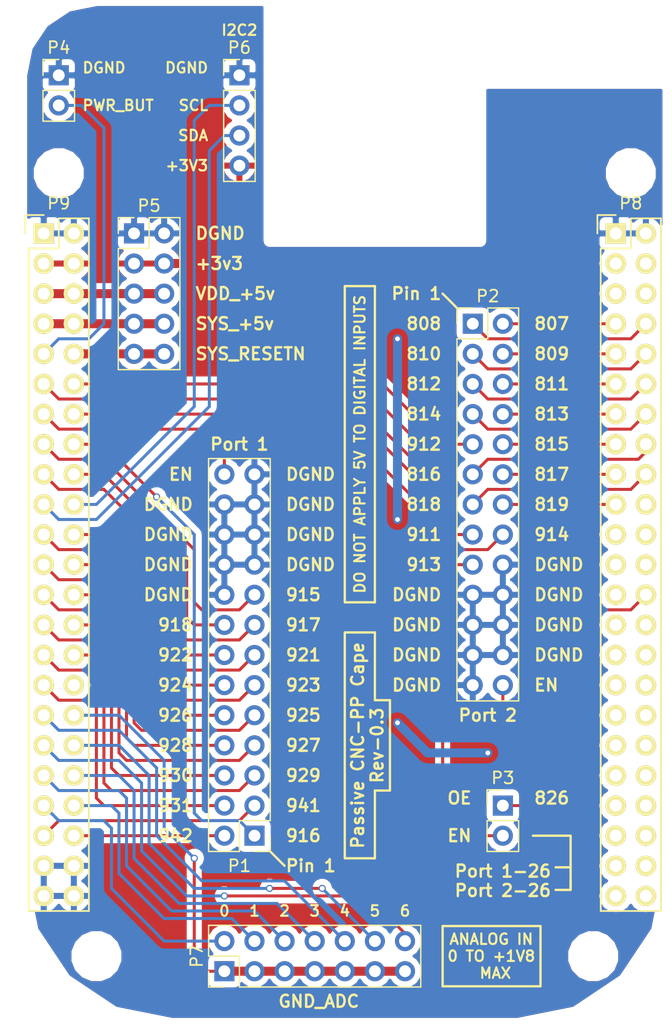
<source format=kicad_pcb>
(kicad_pcb (version 20170123) (host pcbnew no-vcs-found-ecdfa40~58~ubuntu16.04.1)

  (general
    (links 93)
    (no_connects 0)
    (area 106.333195 42.696129 174.667005 129.058671)
    (thickness 1.6)
    (drawings 125)
    (tracks 310)
    (zones 0)
    (modules 13)
    (nets 84)
  )

  (page A4)
  (title_block
    (title "Passive CNC-PP Cape")
    (date 2017-03-29)
    (rev 0.2)
    (comment 1 "Digital inputs are 3v3 Logic only")
    (comment 2 "Digital outputs are 3v3 Logic only")
    (comment 3 "Analog inputs are 0v to 1v8 max")
    (comment 4 "External circuitry required to interface to other voltages")
  )

  (layers
    (0 F.Cu signal)
    (31 B.Cu signal hide)
    (32 B.Adhes user)
    (33 F.Adhes user)
    (34 B.Paste user)
    (35 F.Paste user)
    (36 B.SilkS user)
    (37 F.SilkS user)
    (38 B.Mask user)
    (39 F.Mask user)
    (40 Dwgs.User user)
    (41 Cmts.User user)
    (42 Eco1.User user)
    (43 Eco2.User user)
    (44 Edge.Cuts user)
    (45 Margin user)
    (46 B.CrtYd user)
    (47 F.CrtYd user)
    (48 B.Fab user)
    (49 F.Fab user)
  )

  (setup
    (last_trace_width 0.25)
    (user_trace_width 0.0254)
    (user_trace_width 0.254)
    (user_trace_width 0.3175)
    (user_trace_width 0.381)
    (user_trace_width 0.508)
    (user_trace_width 0.635)
    (user_trace_width 0.762)
    (user_trace_width 1.016)
    (trace_clearance 0.2)
    (zone_clearance 0.508)
    (zone_45_only no)
    (trace_min 0.0254)
    (segment_width 0.2)
    (edge_width 0.00254)
    (via_size 0.6)
    (via_drill 0.4)
    (via_min_size 0.4)
    (via_min_drill 0.3)
    (uvia_size 0.3)
    (uvia_drill 0.1)
    (uvias_allowed no)
    (uvia_min_size 0.2)
    (uvia_min_drill 0.1)
    (pcb_text_width 0.3)
    (pcb_text_size 1.5 1.5)
    (mod_edge_width 0.15)
    (mod_text_size 1 1)
    (mod_text_width 0.15)
    (pad_size 1.7 1.7)
    (pad_drill 1)
    (pad_to_mask_clearance 0)
    (aux_axis_origin 0 0)
    (grid_origin 114.4651 42.6974)
    (visible_elements 7FFFFFFF)
    (pcbplotparams
      (layerselection 0x010f0_ffffffff)
      (usegerberextensions true)
      (excludeedgelayer true)
      (linewidth 0.100000)
      (plotframeref false)
      (viasonmask true)
      (mode 1)
      (useauxorigin false)
      (hpglpennumber 1)
      (hpglpenspeed 20)
      (hpglpendiameter 15)
      (psnegative false)
      (psa4output false)
      (plotreference true)
      (plotvalue true)
      (plotinvisibletext false)
      (padsonsilk false)
      (subtractmaskfromsilk false)
      (outputformat 1)
      (mirror false)
      (drillshape 0)
      (scaleselection 1)
      (outputdirectory /home/rmurphy/Documents/kicad/pp_cape_v02/manufacture/))
  )

  (net 0 "")
  (net 1 "Net-(P8-Pad3)")
  (net 2 "Net-(P8-Pad4)")
  (net 3 "Net-(P8-Pad5)")
  (net 4 "Net-(P8-Pad6)")
  (net 5 "Net-(P8-Pad20)")
  (net 6 "Net-(P8-Pad21)")
  (net 7 "Net-(P8-Pad22)")
  (net 8 "Net-(P8-Pad23)")
  (net 9 "Net-(P8-Pad24)")
  (net 10 "Net-(P8-Pad25)")
  (net 11 "Net-(P8-Pad27)")
  (net 12 "Net-(P8-Pad28)")
  (net 13 "Net-(P8-Pad29)")
  (net 14 "Net-(P8-Pad30)")
  (net 15 "Net-(P8-Pad31)")
  (net 16 "Net-(P8-Pad32)")
  (net 17 "Net-(P8-Pad33)")
  (net 18 "Net-(P8-Pad34)")
  (net 19 "Net-(P8-Pad35)")
  (net 20 "Net-(P8-Pad36)")
  (net 21 "Net-(P8-Pad37)")
  (net 22 "Net-(P8-Pad38)")
  (net 23 "Net-(P8-Pad39)")
  (net 24 "Net-(P8-Pad40)")
  (net 25 "Net-(P8-Pad41)")
  (net 26 "Net-(P8-Pad42)")
  (net 27 "Net-(P8-Pad43)")
  (net 28 "Net-(P8-Pad44)")
  (net 29 "Net-(P8-Pad45)")
  (net 30 "Net-(P8-Pad46)")
  (net 31 GNDD)
  (net 32 PWR_BUT)
  (net 33 SYS_RESETN)
  (net 34 P1_DB_17)
  (net 35 P1_DB_16)
  (net 36 P1_DB_15)
  (net 37 P1_DB_14)
  (net 38 P1_DB_13)
  (net 39 P1_DB_12)
  (net 40 P1_DB_11)
  (net 41 P1_DB_10)
  (net 42 P1_DB_09)
  (net 43 P1_DB_08)
  (net 44 P1_DB_07)
  (net 45 P1_DB_06)
  (net 46 P1_DB_05)
  (net 47 P1_DB_04)
  (net 48 P1_DB_03)
  (net 49 P1_DB_02)
  (net 50 P1_DB_01)
  (net 51 P2_DB_01)
  (net 52 P2_DB_02)
  (net 53 P2_DB_03)
  (net 54 P2_DB_04)
  (net 55 P2_DB_05)
  (net 56 P2_DB_06)
  (net 57 P2_DB_07)
  (net 58 P2_DB_08)
  (net 59 P2_DB_09)
  (net 60 P2_DB_10)
  (net 61 P2_DB_11)
  (net 62 P2_DB_12)
  (net 63 P2_DB_13)
  (net 64 P2_DB_14)
  (net 65 P2_DB_15)
  (net 66 P2_DB_16)
  (net 67 P2_DB_17)
  (net 68 "Net-(P9-Pad32)")
  (net 69 /OE)
  (net 70 SYS_+5v)
  (net 71 VDD_+5v)
  (net 72 +3v3)
  (net 73 SDA)
  (net 74 SCL)
  (net 75 GND_ADC)
  (net 76 AIN_0)
  (net 77 AIN_1)
  (net 78 AIN_2)
  (net 79 AIN_3)
  (net 80 AIN_4)
  (net 81 AIN_6)
  (net 82 AIN_5)
  (net 83 EN)

  (net_class Default "To jest domyślna klasa połączeń."
    (clearance 0.2)
    (trace_width 0.25)
    (via_dia 0.6)
    (via_drill 0.4)
    (uvia_dia 0.3)
    (uvia_drill 0.1)
    (add_net +3v3)
    (add_net /OE)
    (add_net AIN_0)
    (add_net AIN_1)
    (add_net AIN_2)
    (add_net AIN_3)
    (add_net AIN_4)
    (add_net AIN_5)
    (add_net AIN_6)
    (add_net EN)
    (add_net GNDD)
    (add_net GND_ADC)
    (add_net "Net-(P8-Pad20)")
    (add_net "Net-(P8-Pad21)")
    (add_net "Net-(P8-Pad22)")
    (add_net "Net-(P8-Pad23)")
    (add_net "Net-(P8-Pad24)")
    (add_net "Net-(P8-Pad25)")
    (add_net "Net-(P8-Pad27)")
    (add_net "Net-(P8-Pad28)")
    (add_net "Net-(P8-Pad29)")
    (add_net "Net-(P8-Pad3)")
    (add_net "Net-(P8-Pad30)")
    (add_net "Net-(P8-Pad31)")
    (add_net "Net-(P8-Pad32)")
    (add_net "Net-(P8-Pad33)")
    (add_net "Net-(P8-Pad34)")
    (add_net "Net-(P8-Pad35)")
    (add_net "Net-(P8-Pad36)")
    (add_net "Net-(P8-Pad37)")
    (add_net "Net-(P8-Pad38)")
    (add_net "Net-(P8-Pad39)")
    (add_net "Net-(P8-Pad4)")
    (add_net "Net-(P8-Pad40)")
    (add_net "Net-(P8-Pad41)")
    (add_net "Net-(P8-Pad42)")
    (add_net "Net-(P8-Pad43)")
    (add_net "Net-(P8-Pad44)")
    (add_net "Net-(P8-Pad45)")
    (add_net "Net-(P8-Pad46)")
    (add_net "Net-(P8-Pad5)")
    (add_net "Net-(P8-Pad6)")
    (add_net "Net-(P9-Pad32)")
    (add_net P1_DB_01)
    (add_net P1_DB_02)
    (add_net P1_DB_03)
    (add_net P1_DB_04)
    (add_net P1_DB_05)
    (add_net P1_DB_06)
    (add_net P1_DB_07)
    (add_net P1_DB_08)
    (add_net P1_DB_09)
    (add_net P1_DB_10)
    (add_net P1_DB_11)
    (add_net P1_DB_12)
    (add_net P1_DB_13)
    (add_net P1_DB_14)
    (add_net P1_DB_15)
    (add_net P1_DB_16)
    (add_net P1_DB_17)
    (add_net P2_DB_01)
    (add_net P2_DB_02)
    (add_net P2_DB_03)
    (add_net P2_DB_04)
    (add_net P2_DB_05)
    (add_net P2_DB_06)
    (add_net P2_DB_07)
    (add_net P2_DB_08)
    (add_net P2_DB_09)
    (add_net P2_DB_10)
    (add_net P2_DB_11)
    (add_net P2_DB_12)
    (add_net P2_DB_13)
    (add_net P2_DB_14)
    (add_net P2_DB_15)
    (add_net P2_DB_16)
    (add_net P2_DB_17)
    (add_net PWR_BUT)
    (add_net SCL)
    (add_net SDA)
    (add_net SYS_+5v)
    (add_net SYS_RESETN)
    (add_net VDD_+5v)
  )

  (module Pin_Headers:Pin_Header_Straight_2x07_Pitch2.54mm (layer F.Cu) (tedit 58DB0787) (tstamp 58DA17EF)
    (at 131.6101 124.6124 90)
    (descr "Through hole straight pin header, 2x07, 2.54mm pitch, double rows")
    (tags "Through hole pin header THT 2x07 2.54mm double row")
    (path /58DBD982)
    (fp_text reference P7 (at 1.27 -2.33 90) (layer F.SilkS)
      (effects (font (size 1 1) (thickness 0.15)))
    )
    (fp_text value CONN_02X07 (at 1.27 17.57 90) (layer F.Fab)
      (effects (font (size 1 1) (thickness 0.15)))
    )
    (fp_line (start -1.27 -1.27) (end -1.27 16.51) (layer F.Fab) (width 0.1))
    (fp_line (start -1.27 16.51) (end 3.81 16.51) (layer F.Fab) (width 0.1))
    (fp_line (start 3.81 16.51) (end 3.81 -1.27) (layer F.Fab) (width 0.1))
    (fp_line (start 3.81 -1.27) (end -1.27 -1.27) (layer F.Fab) (width 0.1))
    (fp_line (start -1.33 1.27) (end -1.33 16.57) (layer F.SilkS) (width 0.12))
    (fp_line (start -1.33 16.57) (end 3.87 16.57) (layer F.SilkS) (width 0.12))
    (fp_line (start 3.87 16.57) (end 3.87 -1.33) (layer F.SilkS) (width 0.12))
    (fp_line (start 3.87 -1.33) (end 1.27 -1.33) (layer F.SilkS) (width 0.12))
    (fp_line (start 1.27 -1.33) (end 1.27 1.27) (layer F.SilkS) (width 0.12))
    (fp_line (start 1.27 1.27) (end -1.33 1.27) (layer F.SilkS) (width 0.12))
    (fp_line (start -1.33 0) (end -1.33 -1.33) (layer F.SilkS) (width 0.12))
    (fp_line (start -1.33 -1.33) (end 0 -1.33) (layer F.SilkS) (width 0.12))
    (fp_line (start -1.8 -1.8) (end -1.8 17.05) (layer F.CrtYd) (width 0.05))
    (fp_line (start -1.8 17.05) (end 4.35 17.05) (layer F.CrtYd) (width 0.05))
    (fp_line (start 4.35 17.05) (end 4.35 -1.8) (layer F.CrtYd) (width 0.05))
    (fp_line (start 4.35 -1.8) (end -1.8 -1.8) (layer F.CrtYd) (width 0.05))
    (fp_text user %R (at 1.27 -2.33 90) (layer F.Fab) hide
      (effects (font (size 1 1) (thickness 0.15)))
    )
    (pad 1 thru_hole rect (at 0 0 90) (size 1.7 1.7) (drill 1) (layers *.Cu *.Mask)
      (net 75 GND_ADC))
    (pad 2 thru_hole oval (at 2.54 0 90) (size 1.7 1.7) (drill 1) (layers *.Cu *.Mask)
      (net 76 AIN_0))
    (pad 3 thru_hole oval (at 0 2.54 90) (size 1.7 1.7) (drill 1) (layers *.Cu *.Mask)
      (net 75 GND_ADC))
    (pad 4 thru_hole oval (at 2.54 2.54 90) (size 1.7 1.7) (drill 1) (layers *.Cu *.Mask)
      (net 77 AIN_1))
    (pad 5 thru_hole oval (at 0 5.08 90) (size 1.7 1.7) (drill 1) (layers *.Cu *.Mask)
      (net 75 GND_ADC))
    (pad 6 thru_hole oval (at 2.54 5.08 90) (size 1.7 1.7) (drill 1) (layers *.Cu *.Mask)
      (net 78 AIN_2))
    (pad 7 thru_hole oval (at 0 7.62 90) (size 1.7 1.7) (drill 1) (layers *.Cu *.Mask)
      (net 75 GND_ADC))
    (pad 8 thru_hole oval (at 2.54 7.62 90) (size 1.7 1.7) (drill 1) (layers *.Cu *.Mask)
      (net 79 AIN_3))
    (pad 9 thru_hole oval (at 0 10.16 90) (size 1.7 1.7) (drill 1) (layers *.Cu *.Mask)
      (net 75 GND_ADC))
    (pad 10 thru_hole oval (at 2.54 10.16 90) (size 1.7 1.7) (drill 1) (layers *.Cu *.Mask)
      (net 80 AIN_4))
    (pad 11 thru_hole oval (at 0 12.7 90) (size 1.7 1.7) (drill 1) (layers *.Cu *.Mask)
      (net 75 GND_ADC))
    (pad 12 thru_hole oval (at 2.54 12.7 90) (size 1.7 1.7) (drill 1) (layers *.Cu *.Mask)
      (net 82 AIN_5))
    (pad 13 thru_hole oval (at 0 15.24 90) (size 1.7 1.7) (drill 1) (layers *.Cu *.Mask)
      (net 75 GND_ADC))
    (pad 14 thru_hole oval (at 2.54 15.24 90) (size 1.7 1.7) (drill 1) (layers *.Cu *.Mask)
      (net 81 AIN_6))
    (model ${KISYS3DMOD}/Pin_Headers.3dshapes/Pin_Header_Straight_2x07_Pitch2.54mm.wrl
      (at (xyz 0.05 -0.3 0))
      (scale (xyz 1 1 1))
      (rotate (xyz 0 0 90))
    )
  )

  (module Pin_Headers:Pin_Header_Straight_1x02_Pitch2.54mm (layer F.Cu) (tedit 58DB0733) (tstamp 58DA147F)
    (at 117.6401 49.0474)
    (descr "Through hole straight pin header, 1x02, 2.54mm pitch, single row")
    (tags "Through hole pin header THT 1x02 2.54mm single row")
    (path /58DB4655)
    (fp_text reference P4 (at 0 -2.33) (layer F.SilkS)
      (effects (font (size 1 1) (thickness 0.15)))
    )
    (fp_text value CONN_01X02 (at 0 4.87) (layer F.Fab)
      (effects (font (size 1 1) (thickness 0.15)))
    )
    (fp_text user %R (at 0 -2.33) (layer F.Fab) hide
      (effects (font (size 1 1) (thickness 0.15)))
    )
    (fp_line (start 1.8 -1.8) (end -1.8 -1.8) (layer F.CrtYd) (width 0.05))
    (fp_line (start 1.8 4.35) (end 1.8 -1.8) (layer F.CrtYd) (width 0.05))
    (fp_line (start -1.8 4.35) (end 1.8 4.35) (layer F.CrtYd) (width 0.05))
    (fp_line (start -1.8 -1.8) (end -1.8 4.35) (layer F.CrtYd) (width 0.05))
    (fp_line (start -1.33 -1.33) (end 0 -1.33) (layer F.SilkS) (width 0.12))
    (fp_line (start -1.33 0) (end -1.33 -1.33) (layer F.SilkS) (width 0.12))
    (fp_line (start 1.33 1.27) (end -1.33 1.27) (layer F.SilkS) (width 0.12))
    (fp_line (start 1.33 3.87) (end 1.33 1.27) (layer F.SilkS) (width 0.12))
    (fp_line (start -1.33 3.87) (end 1.33 3.87) (layer F.SilkS) (width 0.12))
    (fp_line (start -1.33 1.27) (end -1.33 3.87) (layer F.SilkS) (width 0.12))
    (fp_line (start 1.27 -1.27) (end -1.27 -1.27) (layer F.Fab) (width 0.1))
    (fp_line (start 1.27 3.81) (end 1.27 -1.27) (layer F.Fab) (width 0.1))
    (fp_line (start -1.27 3.81) (end 1.27 3.81) (layer F.Fab) (width 0.1))
    (fp_line (start -1.27 -1.27) (end -1.27 3.81) (layer F.Fab) (width 0.1))
    (pad 2 thru_hole oval (at 0 2.54) (size 1.7 1.7) (drill 1) (layers *.Cu *.Mask)
      (net 32 PWR_BUT))
    (pad 1 thru_hole rect (at 0 0) (size 1.7 1.7) (drill 1) (layers *.Cu *.Mask)
      (net 31 GNDD))
    (model ${KISYS3DMOD}/Pin_Headers.3dshapes/Pin_Header_Straight_1x02_Pitch2.54mm.wrl
      (at (xyz 0 -0.05 0))
      (scale (xyz 1 1 1))
      (rotate (xyz 0 0 90))
    )
  )

  (module Pin_Headers:Pin_Header_Straight_1x02_Pitch2.54mm (layer F.Cu) (tedit 58DA1983) (tstamp 58D9E79B)
    (at 155.1051 110.6424)
    (descr "Through hole straight pin header, 1x02, 2.54mm pitch, single row")
    (tags "Through hole pin header THT 1x02 2.54mm single row")
    (path /58DAF408)
    (fp_text reference P3 (at 0 -2.33) (layer F.SilkS)
      (effects (font (size 1 1) (thickness 0.15)))
    )
    (fp_text value CONN_01X02 (at 0 4.87) (layer F.Fab)
      (effects (font (size 1 1) (thickness 0.15)))
    )
    (fp_line (start -1.27 -1.27) (end -1.27 3.81) (layer F.Fab) (width 0.1))
    (fp_line (start -1.27 3.81) (end 1.27 3.81) (layer F.Fab) (width 0.1))
    (fp_line (start 1.27 3.81) (end 1.27 -1.27) (layer F.Fab) (width 0.1))
    (fp_line (start 1.27 -1.27) (end -1.27 -1.27) (layer F.Fab) (width 0.1))
    (fp_line (start -1.33 1.27) (end -1.33 3.87) (layer F.SilkS) (width 0.12))
    (fp_line (start -1.33 3.87) (end 1.33 3.87) (layer F.SilkS) (width 0.12))
    (fp_line (start 1.33 3.87) (end 1.33 1.27) (layer F.SilkS) (width 0.12))
    (fp_line (start 1.33 1.27) (end -1.33 1.27) (layer F.SilkS) (width 0.12))
    (fp_line (start -1.33 0) (end -1.33 -1.33) (layer F.SilkS) (width 0.12))
    (fp_line (start -1.33 -1.33) (end 0 -1.33) (layer F.SilkS) (width 0.12))
    (fp_line (start -1.8 -1.8) (end -1.8 4.35) (layer F.CrtYd) (width 0.05))
    (fp_line (start -1.8 4.35) (end 1.8 4.35) (layer F.CrtYd) (width 0.05))
    (fp_line (start 1.8 4.35) (end 1.8 -1.8) (layer F.CrtYd) (width 0.05))
    (fp_line (start 1.8 -1.8) (end -1.8 -1.8) (layer F.CrtYd) (width 0.05))
    (fp_text user %R (at 0 -2.33) (layer F.Fab)
      (effects (font (size 1 1) (thickness 0.15)))
    )
    (pad 1 thru_hole rect (at 0 0) (size 1.7 1.7) (drill 1) (layers *.Cu *.Mask)
      (net 69 /OE))
    (pad 2 thru_hole oval (at 0 2.54) (size 1.7 1.7) (drill 1) (layers *.Cu *.Mask)
      (net 83 EN))
    (model ${KISYS3DMOD}/Pin_Headers.3dshapes/Pin_Header_Straight_1x02_Pitch2.54mm.wrl
      (at (xyz 0 -0.05 0))
      (scale (xyz 1 1 1))
      (rotate (xyz 0 0 90))
    )
  )

  (module Mounting_Holes:MountingHole_3.2mm_M3 (layer F.Cu) (tedit 58D9F86F) (tstamp 58D76CF2)
    (at 120.8151 123.3424)
    (descr "Mounting Hole 3.2mm, no annular, M3")
    (tags "mounting hole 3.2mm no annular m3")
    (fp_text reference M3 (at 4.445 0) (layer F.SilkS) hide
      (effects (font (size 1 1) (thickness 0.15)))
    )
    (fp_text value MountingHole_3.2mm_M3 (at 0 4.2) (layer F.Fab) hide
      (effects (font (size 1 1) (thickness 0.15)))
    )
    (fp_circle (center 0 0) (end 3.45 0) (layer F.CrtYd) (width 0.05))
    (fp_circle (center 0 0) (end 3.2 0) (layer Cmts.User) (width 0.15))
    (pad 1 np_thru_hole circle (at 0 0) (size 3.2 3.2) (drill 3.2) (layers *.Cu *.Mask))
  )

  (module Mounting_Holes:MountingHole_3.2mm_M3 (layer F.Cu) (tedit 58D9F8F0) (tstamp 58D76CD6)
    (at 162.7251 123.3424)
    (descr "Mounting Hole 3.2mm, no annular, M3")
    (tags "mounting hole 3.2mm no annular m3")
    (fp_text reference M3 (at -4.445 0) (layer F.SilkS) hide
      (effects (font (size 1 1) (thickness 0.15)))
    )
    (fp_text value MountingHole_3.2mm_M3 (at 0 4.2) (layer F.Fab) hide
      (effects (font (size 1 1) (thickness 0.15)))
    )
    (fp_circle (center 0 0) (end 3.2 0) (layer Cmts.User) (width 0.15))
    (fp_circle (center 0 0) (end 3.45 0) (layer F.CrtYd) (width 0.05))
    (pad 1 np_thru_hole circle (at 0 0) (size 3.2 3.2) (drill 3.2) (layers *.Cu *.Mask))
  )

  (module Mounting_Holes:MountingHole_3.2mm_M3 (layer F.Cu) (tedit 58D9F944) (tstamp 58D76C43)
    (at 165.9001 57.3024)
    (descr "Mounting Hole 3.2mm, no annular, M3")
    (tags "mounting hole 3.2mm no annular m3")
    (fp_text reference mnt2 (at 0 -4.2) (layer F.SilkS) hide
      (effects (font (size 1 1) (thickness 0.15)))
    )
    (fp_text value MountingHole_3.2mm_M3 (at -6.985 -6.35) (layer F.Fab)
      (effects (font (size 1 1) (thickness 0.15)))
    )
    (fp_circle (center 0 0) (end 3.45 0) (layer F.CrtYd) (width 0.05))
    (fp_circle (center 0 0) (end 3.2 0) (layer Cmts.User) (width 0.15))
    (pad 1 np_thru_hole circle (at 0 0) (size 3.2 3.2) (drill 3.2) (layers *.Cu *.Mask))
  )

  (module Socket_BeagleBone_Black:Socket_BeagleBone_Black (layer F.Cu) (tedit 58D9F06C) (tstamp 55DF7717)
    (at 164.6301 62.3824)
    (descr "Through hole pin header")
    (tags "pin header")
    (path /58DAEC00)
    (fp_text reference P8 (at 1.27 -2.54) (layer F.SilkS)
      (effects (font (size 1 1) (thickness 0.15)))
    )
    (fp_text value BeagleBone_Black_Header (at 0 -3.1) (layer F.Fab) hide
      (effects (font (size 1 1) (thickness 0.15)))
    )
    (fp_line (start -1.75 -1.75) (end -1.75 57.65) (layer F.CrtYd) (width 0.05))
    (fp_line (start 4.3 -1.75) (end 4.3 57.65) (layer F.CrtYd) (width 0.05))
    (fp_line (start -1.75 -1.75) (end 4.3 -1.75) (layer F.CrtYd) (width 0.05))
    (fp_line (start -1.75 57.65) (end 4.3 57.65) (layer F.CrtYd) (width 0.05))
    (fp_line (start 3.81 57.15) (end 3.81 -1.27) (layer F.SilkS) (width 0.15))
    (fp_line (start -1.27 57.15) (end -1.27 1.27) (layer F.SilkS) (width 0.15))
    (fp_line (start 3.81 57.15) (end -1.27 57.15) (layer F.SilkS) (width 0.15))
    (fp_line (start 3.81 -1.27) (end 1.27 -1.27) (layer F.SilkS) (width 0.15))
    (fp_line (start 0 -1.55) (end -1.55 -1.55) (layer F.SilkS) (width 0.15))
    (fp_line (start 1.27 -1.27) (end 1.27 1.27) (layer F.SilkS) (width 0.15))
    (fp_line (start 1.27 1.27) (end -1.27 1.27) (layer F.SilkS) (width 0.15))
    (fp_line (start -1.55 -1.55) (end -1.55 0) (layer F.SilkS) (width 0.15))
    (pad 1 thru_hole rect (at 0 0) (size 1.7272 1.7272) (drill 1.016) (layers *.Cu *.Mask F.SilkS)
      (net 31 GNDD))
    (pad 2 thru_hole oval (at 2.54 0) (size 1.7272 1.7272) (drill 1.016) (layers *.Cu *.Mask F.SilkS)
      (net 31 GNDD))
    (pad 3 thru_hole oval (at 0 2.54) (size 1.7272 1.7272) (drill 1.016) (layers *.Cu *.Mask F.SilkS)
      (net 1 "Net-(P8-Pad3)"))
    (pad 4 thru_hole oval (at 2.54 2.54) (size 1.7272 1.7272) (drill 1.016) (layers *.Cu *.Mask F.SilkS)
      (net 2 "Net-(P8-Pad4)"))
    (pad 5 thru_hole oval (at 0 5.08) (size 1.7272 1.7272) (drill 1.016) (layers *.Cu *.Mask F.SilkS)
      (net 3 "Net-(P8-Pad5)"))
    (pad 6 thru_hole oval (at 2.54 5.08) (size 1.7272 1.7272) (drill 1.016) (layers *.Cu *.Mask F.SilkS)
      (net 4 "Net-(P8-Pad6)"))
    (pad 7 thru_hole oval (at 0 7.62) (size 1.7272 1.7272) (drill 1.016) (layers *.Cu *.Mask F.SilkS)
      (net 52 P2_DB_02))
    (pad 8 thru_hole oval (at 2.54 7.62) (size 1.7272 1.7272) (drill 1.016) (layers *.Cu *.Mask F.SilkS)
      (net 51 P2_DB_01))
    (pad 9 thru_hole oval (at 0 10.16) (size 1.7272 1.7272) (drill 1.016) (layers *.Cu *.Mask F.SilkS)
      (net 54 P2_DB_04))
    (pad 10 thru_hole oval (at 2.54 10.16) (size 1.7272 1.7272) (drill 1.016) (layers *.Cu *.Mask F.SilkS)
      (net 53 P2_DB_03))
    (pad 11 thru_hole oval (at 0 12.7) (size 1.7272 1.7272) (drill 1.016) (layers *.Cu *.Mask F.SilkS)
      (net 56 P2_DB_06))
    (pad 12 thru_hole oval (at 2.54 12.7) (size 1.7272 1.7272) (drill 1.016) (layers *.Cu *.Mask F.SilkS)
      (net 55 P2_DB_05))
    (pad 13 thru_hole oval (at 0 15.24) (size 1.7272 1.7272) (drill 1.016) (layers *.Cu *.Mask F.SilkS)
      (net 58 P2_DB_08))
    (pad 14 thru_hole oval (at 2.54 15.24) (size 1.7272 1.7272) (drill 1.016) (layers *.Cu *.Mask F.SilkS)
      (net 57 P2_DB_07))
    (pad 15 thru_hole oval (at 0 17.78) (size 1.7272 1.7272) (drill 1.016) (layers *.Cu *.Mask F.SilkS)
      (net 60 P2_DB_10))
    (pad 16 thru_hole oval (at 2.54 17.78) (size 1.7272 1.7272) (drill 1.016) (layers *.Cu *.Mask F.SilkS)
      (net 61 P2_DB_11))
    (pad 17 thru_hole oval (at 0 20.32) (size 1.7272 1.7272) (drill 1.016) (layers *.Cu *.Mask F.SilkS)
      (net 62 P2_DB_12))
    (pad 18 thru_hole oval (at 2.54 20.32) (size 1.7272 1.7272) (drill 1.016) (layers *.Cu *.Mask F.SilkS)
      (net 63 P2_DB_13))
    (pad 19 thru_hole oval (at 0 22.86) (size 1.7272 1.7272) (drill 1.016) (layers *.Cu *.Mask F.SilkS)
      (net 64 P2_DB_14))
    (pad 20 thru_hole oval (at 2.54 22.86) (size 1.7272 1.7272) (drill 1.016) (layers *.Cu *.Mask F.SilkS)
      (net 5 "Net-(P8-Pad20)"))
    (pad 21 thru_hole oval (at 0 25.4) (size 1.7272 1.7272) (drill 1.016) (layers *.Cu *.Mask F.SilkS)
      (net 6 "Net-(P8-Pad21)"))
    (pad 22 thru_hole oval (at 2.54 25.4) (size 1.7272 1.7272) (drill 1.016) (layers *.Cu *.Mask F.SilkS)
      (net 7 "Net-(P8-Pad22)"))
    (pad 23 thru_hole oval (at 0 27.94) (size 1.7272 1.7272) (drill 1.016) (layers *.Cu *.Mask F.SilkS)
      (net 8 "Net-(P8-Pad23)"))
    (pad 24 thru_hole oval (at 2.54 27.94) (size 1.7272 1.7272) (drill 1.016) (layers *.Cu *.Mask F.SilkS)
      (net 9 "Net-(P8-Pad24)"))
    (pad 25 thru_hole oval (at 0 30.48) (size 1.7272 1.7272) (drill 1.016) (layers *.Cu *.Mask F.SilkS)
      (net 10 "Net-(P8-Pad25)"))
    (pad 26 thru_hole oval (at 2.54 30.48) (size 1.7272 1.7272) (drill 1.016) (layers *.Cu *.Mask F.SilkS)
      (net 69 /OE))
    (pad 27 thru_hole oval (at 0 33.02) (size 1.7272 1.7272) (drill 1.016) (layers *.Cu *.Mask F.SilkS)
      (net 11 "Net-(P8-Pad27)"))
    (pad 28 thru_hole oval (at 2.54 33.02) (size 1.7272 1.7272) (drill 1.016) (layers *.Cu *.Mask F.SilkS)
      (net 12 "Net-(P8-Pad28)"))
    (pad 29 thru_hole oval (at 0 35.56) (size 1.7272 1.7272) (drill 1.016) (layers *.Cu *.Mask F.SilkS)
      (net 13 "Net-(P8-Pad29)"))
    (pad 30 thru_hole oval (at 2.54 35.56) (size 1.7272 1.7272) (drill 1.016) (layers *.Cu *.Mask F.SilkS)
      (net 14 "Net-(P8-Pad30)"))
    (pad 31 thru_hole oval (at 0 38.1) (size 1.7272 1.7272) (drill 1.016) (layers *.Cu *.Mask F.SilkS)
      (net 15 "Net-(P8-Pad31)"))
    (pad 32 thru_hole oval (at 2.54 38.1) (size 1.7272 1.7272) (drill 1.016) (layers *.Cu *.Mask F.SilkS)
      (net 16 "Net-(P8-Pad32)"))
    (pad 33 thru_hole oval (at 0 40.64) (size 1.7272 1.7272) (drill 1.016) (layers *.Cu *.Mask F.SilkS)
      (net 17 "Net-(P8-Pad33)"))
    (pad 34 thru_hole oval (at 2.54 40.64) (size 1.7272 1.7272) (drill 1.016) (layers *.Cu *.Mask F.SilkS)
      (net 18 "Net-(P8-Pad34)"))
    (pad 35 thru_hole oval (at 0 43.18) (size 1.7272 1.7272) (drill 1.016) (layers *.Cu *.Mask F.SilkS)
      (net 19 "Net-(P8-Pad35)"))
    (pad 36 thru_hole oval (at 2.54 43.18) (size 1.7272 1.7272) (drill 1.016) (layers *.Cu *.Mask F.SilkS)
      (net 20 "Net-(P8-Pad36)"))
    (pad 37 thru_hole oval (at 0 45.72) (size 1.7272 1.7272) (drill 1.016) (layers *.Cu *.Mask F.SilkS)
      (net 21 "Net-(P8-Pad37)"))
    (pad 38 thru_hole oval (at 2.54 45.72) (size 1.7272 1.7272) (drill 1.016) (layers *.Cu *.Mask F.SilkS)
      (net 22 "Net-(P8-Pad38)"))
    (pad 39 thru_hole oval (at 0 48.26) (size 1.7272 1.7272) (drill 1.016) (layers *.Cu *.Mask F.SilkS)
      (net 23 "Net-(P8-Pad39)"))
    (pad 40 thru_hole oval (at 2.54 48.26) (size 1.7272 1.7272) (drill 1.016) (layers *.Cu *.Mask F.SilkS)
      (net 24 "Net-(P8-Pad40)"))
    (pad 41 thru_hole oval (at 0 50.8) (size 1.7272 1.7272) (drill 1.016) (layers *.Cu *.Mask F.SilkS)
      (net 25 "Net-(P8-Pad41)"))
    (pad 42 thru_hole oval (at 2.54 50.8) (size 1.7272 1.7272) (drill 1.016) (layers *.Cu *.Mask F.SilkS)
      (net 26 "Net-(P8-Pad42)"))
    (pad 43 thru_hole oval (at 0 53.34) (size 1.7272 1.7272) (drill 1.016) (layers *.Cu *.Mask F.SilkS)
      (net 27 "Net-(P8-Pad43)"))
    (pad 44 thru_hole oval (at 2.54 53.34) (size 1.7272 1.7272) (drill 1.016) (layers *.Cu *.Mask F.SilkS)
      (net 28 "Net-(P8-Pad44)"))
    (pad 45 thru_hole oval (at 0 55.88) (size 1.7272 1.7272) (drill 1.016) (layers *.Cu *.Mask F.SilkS)
      (net 29 "Net-(P8-Pad45)"))
    (pad 46 thru_hole oval (at 2.54 55.88) (size 1.7272 1.7272) (drill 1.016) (layers *.Cu *.Mask F.SilkS)
      (net 30 "Net-(P8-Pad46)"))
    (model ${KIPRJMOD}/Socket_BeagleBone_Black.3dshapes/Socket_BeagleBone_Black.wrl
      (at (xyz 0.05 -1.1 0))
      (scale (xyz 1 1 1))
      (rotate (xyz 0 0 90))
    )
  )

  (module Socket_BeagleBone_Black:Socket_BeagleBone_Black (layer F.Cu) (tedit 58DA3626) (tstamp 55DF7748)
    (at 116.3701 62.3824)
    (descr "Through hole pin header")
    (tags "pin header")
    (path /58DAEBFF)
    (fp_text reference P9 (at 1.27 -2.54) (layer F.SilkS)
      (effects (font (size 1 1) (thickness 0.15)))
    )
    (fp_text value BeagleBone_Black_Header (at 0 -3.1) (layer F.Fab) hide
      (effects (font (size 1 1) (thickness 0.15)))
    )
    (fp_line (start -1.75 -1.75) (end -1.75 57.65) (layer F.CrtYd) (width 0.05))
    (fp_line (start 4.3 -1.75) (end 4.3 57.65) (layer F.CrtYd) (width 0.05))
    (fp_line (start -1.75 -1.75) (end 4.3 -1.75) (layer F.CrtYd) (width 0.05))
    (fp_line (start -1.75 57.65) (end 4.3 57.65) (layer F.CrtYd) (width 0.05))
    (fp_line (start 3.81 57.15) (end 3.81 -1.27) (layer F.SilkS) (width 0.15))
    (fp_line (start -1.27 57.15) (end -1.27 1.27) (layer F.SilkS) (width 0.15))
    (fp_line (start 3.81 57.15) (end -1.27 57.15) (layer F.SilkS) (width 0.15))
    (fp_line (start 3.81 -1.27) (end 1.27 -1.27) (layer F.SilkS) (width 0.15))
    (fp_line (start 0 -1.55) (end -1.55 -1.55) (layer F.SilkS) (width 0.15))
    (fp_line (start 1.27 -1.27) (end 1.27 1.27) (layer F.SilkS) (width 0.15))
    (fp_line (start 1.27 1.27) (end -1.27 1.27) (layer F.SilkS) (width 0.15))
    (fp_line (start -1.55 -1.55) (end -1.55 0) (layer F.SilkS) (width 0.15))
    (pad 1 thru_hole rect (at 0 0) (size 1.7272 1.7272) (drill 1.016) (layers *.Cu *.Mask F.SilkS)
      (net 31 GNDD))
    (pad 2 thru_hole oval (at 2.54 0) (size 1.7272 1.7272) (drill 1.016) (layers *.Cu *.Mask F.SilkS)
      (net 31 GNDD))
    (pad 3 thru_hole oval (at 0 2.54) (size 1.7272 1.7272) (drill 1.016) (layers *.Cu *.Mask F.SilkS)
      (net 72 +3v3))
    (pad 4 thru_hole oval (at 2.54 2.54) (size 1.7272 1.7272) (drill 1.016) (layers *.Cu *.Mask F.SilkS)
      (net 72 +3v3))
    (pad 5 thru_hole oval (at 0 5.08) (size 1.7272 1.7272) (drill 1.016) (layers *.Cu *.Mask F.SilkS)
      (net 71 VDD_+5v))
    (pad 6 thru_hole oval (at 2.54 5.08) (size 1.7272 1.7272) (drill 1.016) (layers *.Cu *.Mask F.SilkS)
      (net 71 VDD_+5v))
    (pad 7 thru_hole oval (at 0 7.62) (size 1.7272 1.7272) (drill 1.016) (layers *.Cu *.Mask F.SilkS)
      (net 70 SYS_+5v))
    (pad 8 thru_hole oval (at 2.54 7.62) (size 1.7272 1.7272) (drill 1.016) (layers *.Cu *.Mask F.SilkS)
      (net 70 SYS_+5v))
    (pad 9 thru_hole oval (at 0 10.16) (size 1.7272 1.7272) (drill 1.016) (layers *.Cu *.Mask F.SilkS)
      (net 32 PWR_BUT))
    (pad 10 thru_hole oval (at 2.54 10.16) (size 1.7272 1.7272) (drill 1.016) (layers *.Cu *.Mask F.SilkS)
      (net 33 SYS_RESETN))
    (pad 11 thru_hole oval (at 0 12.7) (size 1.7272 1.7272) (drill 1.016) (layers *.Cu *.Mask F.SilkS)
      (net 65 P2_DB_15))
    (pad 12 thru_hole oval (at 2.54 12.7) (size 1.7272 1.7272) (drill 1.016) (layers *.Cu *.Mask F.SilkS)
      (net 59 P2_DB_09))
    (pad 13 thru_hole oval (at 0 15.24) (size 1.7272 1.7272) (drill 1.016) (layers *.Cu *.Mask F.SilkS)
      (net 67 P2_DB_17))
    (pad 14 thru_hole oval (at 2.54 15.24) (size 1.7272 1.7272) (drill 1.016) (layers *.Cu *.Mask F.SilkS)
      (net 66 P2_DB_16))
    (pad 15 thru_hole oval (at 0 17.78) (size 1.7272 1.7272) (drill 1.016) (layers *.Cu *.Mask F.SilkS)
      (net 34 P1_DB_17))
    (pad 16 thru_hole oval (at 2.54 17.78) (size 1.7272 1.7272) (drill 1.016) (layers *.Cu *.Mask F.SilkS)
      (net 50 P1_DB_01))
    (pad 17 thru_hole oval (at 0 20.32) (size 1.7272 1.7272) (drill 1.016) (layers *.Cu *.Mask F.SilkS)
      (net 36 P1_DB_15))
    (pad 18 thru_hole oval (at 2.54 20.32) (size 1.7272 1.7272) (drill 1.016) (layers *.Cu *.Mask F.SilkS)
      (net 35 P1_DB_16))
    (pad 19 thru_hole oval (at 0 22.86) (size 1.7272 1.7272) (drill 1.016) (layers *.Cu *.Mask F.SilkS)
      (net 74 SCL))
    (pad 20 thru_hole oval (at 2.54 22.86) (size 1.7272 1.7272) (drill 1.016) (layers *.Cu *.Mask F.SilkS)
      (net 73 SDA))
    (pad 21 thru_hole oval (at 0 25.4) (size 1.7272 1.7272) (drill 1.016) (layers *.Cu *.Mask F.SilkS)
      (net 38 P1_DB_13))
    (pad 22 thru_hole oval (at 2.54 25.4) (size 1.7272 1.7272) (drill 1.016) (layers *.Cu *.Mask F.SilkS)
      (net 37 P1_DB_14))
    (pad 23 thru_hole oval (at 0 27.94) (size 1.7272 1.7272) (drill 1.016) (layers *.Cu *.Mask F.SilkS)
      (net 40 P1_DB_11))
    (pad 24 thru_hole oval (at 2.54 27.94) (size 1.7272 1.7272) (drill 1.016) (layers *.Cu *.Mask F.SilkS)
      (net 39 P1_DB_12))
    (pad 25 thru_hole oval (at 0 30.48) (size 1.7272 1.7272) (drill 1.016) (layers *.Cu *.Mask F.SilkS)
      (net 42 P1_DB_09))
    (pad 26 thru_hole oval (at 2.54 30.48) (size 1.7272 1.7272) (drill 1.016) (layers *.Cu *.Mask F.SilkS)
      (net 41 P1_DB_10))
    (pad 27 thru_hole oval (at 0 33.02) (size 1.7272 1.7272) (drill 1.016) (layers *.Cu *.Mask F.SilkS)
      (net 44 P1_DB_07))
    (pad 28 thru_hole oval (at 2.54 33.02) (size 1.7272 1.7272) (drill 1.016) (layers *.Cu *.Mask F.SilkS)
      (net 43 P1_DB_08))
    (pad 29 thru_hole oval (at 0 35.56) (size 1.7272 1.7272) (drill 1.016) (layers *.Cu *.Mask F.SilkS)
      (net 46 P1_DB_05))
    (pad 30 thru_hole oval (at 2.54 35.56) (size 1.7272 1.7272) (drill 1.016) (layers *.Cu *.Mask F.SilkS)
      (net 45 P1_DB_06))
    (pad 31 thru_hole oval (at 0 38.1) (size 1.7272 1.7272) (drill 1.016) (layers *.Cu *.Mask F.SilkS)
      (net 47 P1_DB_04))
    (pad 32 thru_hole oval (at 2.54 38.1) (size 1.7272 1.7272) (drill 1.016) (layers *.Cu *.Mask F.SilkS)
      (net 68 "Net-(P9-Pad32)"))
    (pad 33 thru_hole oval (at 0 40.64) (size 1.7272 1.7272) (drill 1.016) (layers *.Cu *.Mask F.SilkS)
      (net 80 AIN_4))
    (pad 34 thru_hole oval (at 2.54 40.64) (size 1.7272 1.7272) (drill 1.016) (layers *.Cu *.Mask F.SilkS)
      (net 75 GND_ADC))
    (pad 35 thru_hole oval (at 0 43.18) (size 1.7272 1.7272) (drill 1.016) (layers *.Cu *.Mask F.SilkS)
      (net 81 AIN_6))
    (pad 36 thru_hole oval (at 2.54 43.18) (size 1.7272 1.7272) (drill 1.016) (layers *.Cu *.Mask F.SilkS)
      (net 82 AIN_5))
    (pad 37 thru_hole oval (at 0 45.72) (size 1.7272 1.7272) (drill 1.016) (layers *.Cu *.Mask F.SilkS)
      (net 78 AIN_2))
    (pad 38 thru_hole oval (at 2.54 45.72) (size 1.7272 1.7272) (drill 1.016) (layers *.Cu *.Mask F.SilkS)
      (net 79 AIN_3))
    (pad 39 thru_hole oval (at 0 48.26) (size 1.7272 1.7272) (drill 1.016) (layers *.Cu *.Mask F.SilkS)
      (net 76 AIN_0))
    (pad 40 thru_hole oval (at 2.54 48.26) (size 1.7272 1.7272) (drill 1.016) (layers *.Cu *.Mask F.SilkS)
      (net 77 AIN_1))
    (pad 41 thru_hole oval (at 0 50.8) (size 1.7272 1.7272) (drill 1.016) (layers *.Cu *.Mask F.SilkS)
      (net 48 P1_DB_03))
    (pad 42 thru_hole oval (at 2.54 50.8) (size 1.7272 1.7272) (drill 1.016) (layers *.Cu *.Mask F.SilkS)
      (net 49 P1_DB_02))
    (pad 43 thru_hole oval (at 0 53.34) (size 1.7272 1.7272) (drill 1.016) (layers *.Cu *.Mask F.SilkS)
      (net 31 GNDD))
    (pad 44 thru_hole oval (at 2.54 53.34) (size 1.7272 1.7272) (drill 1.016) (layers *.Cu *.Mask F.SilkS)
      (net 31 GNDD))
    (pad 45 thru_hole oval (at 0 55.88) (size 1.7272 1.7272) (drill 1.016) (layers *.Cu *.Mask F.SilkS)
      (net 31 GNDD))
    (pad 46 thru_hole oval (at 2.54 55.88) (size 1.7272 1.7272) (drill 1.016) (layers *.Cu *.Mask F.SilkS)
      (net 31 GNDD))
    (model ${KIPRJMOD}/Socket_BeagleBone_Black.3dshapes/Socket_BeagleBone_Black.wrl
      (at (xyz 0.05 -1.1 0))
      (scale (xyz 1 1 1))
      (rotate (xyz 0 0 90))
    )
  )

  (module Mounting_Holes:MountingHole_3.2mm_M3 (layer F.Cu) (tedit 58D9F933) (tstamp 58D76C32)
    (at 117.6401 57.3024)
    (descr "Mounting Hole 3.2mm, no annular, M3")
    (tags "mounting hole 3.2mm no annular m3")
    (fp_text reference mnt1 (at 0 -4.2) (layer F.SilkS) hide
      (effects (font (size 1 1) (thickness 0.15)))
    )
    (fp_text value MountingHole_3.2mm_M3 (at 6.985 -6.35) (layer F.Fab)
      (effects (font (size 1 1) (thickness 0.15)))
    )
    (fp_circle (center 0 0) (end 3.2 0) (layer Cmts.User) (width 0.15))
    (fp_circle (center 0 0) (end 3.45 0) (layer F.CrtYd) (width 0.05))
    (pad 1 np_thru_hole circle (at 0 0) (size 3.2 3.2) (drill 3.2) (layers *.Cu *.Mask))
  )

  (module Pin_Headers:Pin_Header_Straight_2x13_Pitch2.54mm (layer F.Cu) (tedit 58DB0A88) (tstamp 58D9CAB1)
    (at 134.1501 113.1824 180)
    (descr "Through hole straight pin header, 2x13, 2.54mm pitch, double rows")
    (tags "Through hole pin header THT 2x13 2.54mm double row")
    (path /58DAEC0B)
    (fp_text reference P1 (at 1.27 -2.54 180) (layer F.SilkS)
      (effects (font (size 1 1) (thickness 0.15)))
    )
    (fp_text value CONN_02X13 (at 0 -2.54 180) (layer F.Fab)
      (effects (font (size 1 1) (thickness 0.15)))
    )
    (fp_line (start 4.35 -1.8) (end -1.8 -1.8) (layer F.CrtYd) (width 0.05))
    (fp_line (start 4.35 32.25) (end 4.35 -1.8) (layer F.CrtYd) (width 0.05))
    (fp_line (start -1.8 32.25) (end 4.35 32.25) (layer F.CrtYd) (width 0.05))
    (fp_line (start -1.8 -1.8) (end -1.8 32.25) (layer F.CrtYd) (width 0.05))
    (fp_line (start -1.33 -1.33) (end 0 -1.33) (layer F.SilkS) (width 0.12))
    (fp_line (start -1.33 0) (end -1.33 -1.33) (layer F.SilkS) (width 0.12))
    (fp_line (start 1.27 1.27) (end -1.33 1.27) (layer F.SilkS) (width 0.12))
    (fp_line (start 1.27 -1.33) (end 1.27 1.27) (layer F.SilkS) (width 0.12))
    (fp_line (start 3.87 -1.33) (end 1.27 -1.33) (layer F.SilkS) (width 0.12))
    (fp_line (start 3.87 31.81) (end 3.87 -1.33) (layer F.SilkS) (width 0.12))
    (fp_line (start -1.33 31.81) (end 3.87 31.81) (layer F.SilkS) (width 0.12))
    (fp_line (start -1.33 1.27) (end -1.33 31.81) (layer F.SilkS) (width 0.12))
    (fp_line (start 3.81 -1.27) (end -1.27 -1.27) (layer F.Fab) (width 0.1))
    (fp_line (start 3.81 31.75) (end 3.81 -1.27) (layer F.Fab) (width 0.1))
    (fp_line (start -1.27 31.75) (end 3.81 31.75) (layer F.Fab) (width 0.1))
    (fp_line (start -1.27 -1.27) (end -1.27 31.75) (layer F.Fab) (width 0.1))
    (pad 26 thru_hole oval (at 2.54 30.48 180) (size 1.7 1.7) (drill 1) (layers *.Cu *.Mask)
      (net 83 EN))
    (pad 25 thru_hole oval (at 0 30.48 180) (size 1.7 1.7) (drill 1) (layers *.Cu *.Mask)
      (net 31 GNDD))
    (pad 24 thru_hole oval (at 2.54 27.94 180) (size 1.7 1.7) (drill 1) (layers *.Cu *.Mask)
      (net 31 GNDD))
    (pad 23 thru_hole oval (at 0 27.94 180) (size 1.7 1.7) (drill 1) (layers *.Cu *.Mask)
      (net 31 GNDD))
    (pad 22 thru_hole oval (at 2.54 25.4 180) (size 1.7 1.7) (drill 1) (layers *.Cu *.Mask)
      (net 31 GNDD))
    (pad 21 thru_hole oval (at 0 25.4 180) (size 1.7 1.7) (drill 1) (layers *.Cu *.Mask)
      (net 31 GNDD))
    (pad 20 thru_hole oval (at 2.54 22.86 180) (size 1.7 1.7) (drill 1) (layers *.Cu *.Mask)
      (net 31 GNDD))
    (pad 19 thru_hole oval (at 0 22.86 180) (size 1.7 1.7) (drill 1) (layers *.Cu *.Mask)
      (net 31 GNDD))
    (pad 18 thru_hole oval (at 2.54 20.32 180) (size 1.7 1.7) (drill 1) (layers *.Cu *.Mask)
      (net 31 GNDD))
    (pad 17 thru_hole oval (at 0 20.32 180) (size 1.7 1.7) (drill 1) (layers *.Cu *.Mask)
      (net 34 P1_DB_17))
    (pad 16 thru_hole oval (at 2.54 17.78 180) (size 1.7 1.7) (drill 1) (layers *.Cu *.Mask)
      (net 35 P1_DB_16))
    (pad 15 thru_hole oval (at 0 17.78 180) (size 1.7 1.7) (drill 1) (layers *.Cu *.Mask)
      (net 36 P1_DB_15))
    (pad 14 thru_hole oval (at 2.54 15.24 180) (size 1.7 1.7) (drill 1) (layers *.Cu *.Mask)
      (net 37 P1_DB_14))
    (pad 13 thru_hole oval (at 0 15.24 180) (size 1.7 1.7) (drill 1) (layers *.Cu *.Mask)
      (net 38 P1_DB_13))
    (pad 12 thru_hole oval (at 2.54 12.7 180) (size 1.7 1.7) (drill 1) (layers *.Cu *.Mask)
      (net 39 P1_DB_12))
    (pad 11 thru_hole oval (at 0 12.7 180) (size 1.7 1.7) (drill 1) (layers *.Cu *.Mask)
      (net 40 P1_DB_11))
    (pad 10 thru_hole oval (at 2.54 10.16 180) (size 1.7 1.7) (drill 1) (layers *.Cu *.Mask)
      (net 41 P1_DB_10))
    (pad 9 thru_hole oval (at 0 10.16 180) (size 1.7 1.7) (drill 1) (layers *.Cu *.Mask)
      (net 42 P1_DB_09))
    (pad 8 thru_hole oval (at 2.54 7.62 180) (size 1.7 1.7) (drill 1) (layers *.Cu *.Mask)
      (net 43 P1_DB_08))
    (pad 7 thru_hole oval (at 0 7.62 180) (size 1.7 1.7) (drill 1) (layers *.Cu *.Mask)
      (net 44 P1_DB_07))
    (pad 6 thru_hole oval (at 2.54 5.08 180) (size 1.7 1.7) (drill 1) (layers *.Cu *.Mask)
      (net 45 P1_DB_06))
    (pad 5 thru_hole oval (at 0 5.08 180) (size 1.7 1.7) (drill 1) (layers *.Cu *.Mask)
      (net 46 P1_DB_05))
    (pad 4 thru_hole oval (at 2.54 2.54 180) (size 1.7 1.7) (drill 1) (layers *.Cu *.Mask)
      (net 47 P1_DB_04))
    (pad 3 thru_hole oval (at 0 2.54 180) (size 1.7 1.7) (drill 1) (layers *.Cu *.Mask)
      (net 48 P1_DB_03))
    (pad 2 thru_hole oval (at 2.54 0 180) (size 1.7 1.7) (drill 1) (layers *.Cu *.Mask)
      (net 49 P1_DB_02))
    (pad 1 thru_hole rect (at 0 0 180) (size 1.7 1.7) (drill 1) (layers *.Cu *.Mask)
      (net 50 P1_DB_01))
    (model ${KISYS3DMOD}/Pin_Headers.3dshapes/Pin_Header_Straight_2x13_Pitch2.54mm.wrl
      (at (xyz 0.05 -0.6 0))
      (scale (xyz 1 1 1))
      (rotate (xyz 0 0 90))
    )
  )

  (module Pin_Headers:Pin_Header_Straight_2x13_Pitch2.54mm (layer F.Cu) (tedit 58DB0A9A) (tstamp 58D9CACF)
    (at 152.5651 70.0024)
    (descr "Through hole straight pin header, 2x13, 2.54mm pitch, double rows")
    (tags "Through hole pin header THT 2x13 2.54mm double row")
    (path /58DAEC0C)
    (fp_text reference P2 (at 1.27 -2.33) (layer F.SilkS)
      (effects (font (size 1 1) (thickness 0.15)))
    )
    (fp_text value CONN_02X13 (at 1.27 32.81) (layer F.Fab)
      (effects (font (size 1 1) (thickness 0.15)))
    )
    (fp_line (start -1.27 -1.27) (end -1.27 31.75) (layer F.Fab) (width 0.1))
    (fp_line (start -1.27 31.75) (end 3.81 31.75) (layer F.Fab) (width 0.1))
    (fp_line (start 3.81 31.75) (end 3.81 -1.27) (layer F.Fab) (width 0.1))
    (fp_line (start 3.81 -1.27) (end -1.27 -1.27) (layer F.Fab) (width 0.1))
    (fp_line (start -1.33 1.27) (end -1.33 31.81) (layer F.SilkS) (width 0.12))
    (fp_line (start -1.33 31.81) (end 3.87 31.81) (layer F.SilkS) (width 0.12))
    (fp_line (start 3.87 31.81) (end 3.87 -1.33) (layer F.SilkS) (width 0.12))
    (fp_line (start 3.87 -1.33) (end 1.27 -1.33) (layer F.SilkS) (width 0.12))
    (fp_line (start 1.27 -1.33) (end 1.27 1.27) (layer F.SilkS) (width 0.12))
    (fp_line (start 1.27 1.27) (end -1.33 1.27) (layer F.SilkS) (width 0.12))
    (fp_line (start -1.33 0) (end -1.33 -1.33) (layer F.SilkS) (width 0.12))
    (fp_line (start -1.33 -1.33) (end 0 -1.33) (layer F.SilkS) (width 0.12))
    (fp_line (start -1.8 -1.8) (end -1.8 32.25) (layer F.CrtYd) (width 0.05))
    (fp_line (start -1.8 32.25) (end 4.35 32.25) (layer F.CrtYd) (width 0.05))
    (fp_line (start 4.35 32.25) (end 4.35 -1.8) (layer F.CrtYd) (width 0.05))
    (fp_line (start 4.35 -1.8) (end -1.8 -1.8) (layer F.CrtYd) (width 0.05))
    (fp_text user %R (at 1.27 -2.33) (layer F.Fab) hide
      (effects (font (size 1 1) (thickness 0.15)))
    )
    (pad 1 thru_hole rect (at 0 0) (size 1.7 1.7) (drill 1) (layers *.Cu *.Mask)
      (net 51 P2_DB_01))
    (pad 2 thru_hole oval (at 2.54 0) (size 1.7 1.7) (drill 1) (layers *.Cu *.Mask)
      (net 52 P2_DB_02))
    (pad 3 thru_hole oval (at 0 2.54) (size 1.7 1.7) (drill 1) (layers *.Cu *.Mask)
      (net 53 P2_DB_03))
    (pad 4 thru_hole oval (at 2.54 2.54) (size 1.7 1.7) (drill 1) (layers *.Cu *.Mask)
      (net 54 P2_DB_04))
    (pad 5 thru_hole oval (at 0 5.08) (size 1.7 1.7) (drill 1) (layers *.Cu *.Mask)
      (net 55 P2_DB_05))
    (pad 6 thru_hole oval (at 2.54 5.08) (size 1.7 1.7) (drill 1) (layers *.Cu *.Mask)
      (net 56 P2_DB_06))
    (pad 7 thru_hole oval (at 0 7.62) (size 1.7 1.7) (drill 1) (layers *.Cu *.Mask)
      (net 57 P2_DB_07))
    (pad 8 thru_hole oval (at 2.54 7.62) (size 1.7 1.7) (drill 1) (layers *.Cu *.Mask)
      (net 58 P2_DB_08))
    (pad 9 thru_hole oval (at 0 10.16) (size 1.7 1.7) (drill 1) (layers *.Cu *.Mask)
      (net 59 P2_DB_09))
    (pad 10 thru_hole oval (at 2.54 10.16) (size 1.7 1.7) (drill 1) (layers *.Cu *.Mask)
      (net 60 P2_DB_10))
    (pad 11 thru_hole oval (at 0 12.7) (size 1.7 1.7) (drill 1) (layers *.Cu *.Mask)
      (net 61 P2_DB_11))
    (pad 12 thru_hole oval (at 2.54 12.7) (size 1.7 1.7) (drill 1) (layers *.Cu *.Mask)
      (net 62 P2_DB_12))
    (pad 13 thru_hole oval (at 0 15.24) (size 1.7 1.7) (drill 1) (layers *.Cu *.Mask)
      (net 63 P2_DB_13))
    (pad 14 thru_hole oval (at 2.54 15.24) (size 1.7 1.7) (drill 1) (layers *.Cu *.Mask)
      (net 64 P2_DB_14))
    (pad 15 thru_hole oval (at 0 17.78) (size 1.7 1.7) (drill 1) (layers *.Cu *.Mask)
      (net 65 P2_DB_15))
    (pad 16 thru_hole oval (at 2.54 17.78) (size 1.7 1.7) (drill 1) (layers *.Cu *.Mask)
      (net 66 P2_DB_16))
    (pad 17 thru_hole oval (at 0 20.32) (size 1.7 1.7) (drill 1) (layers *.Cu *.Mask)
      (net 67 P2_DB_17))
    (pad 18 thru_hole oval (at 2.54 20.32) (size 1.7 1.7) (drill 1) (layers *.Cu *.Mask)
      (net 31 GNDD))
    (pad 19 thru_hole oval (at 0 22.86) (size 1.7 1.7) (drill 1) (layers *.Cu *.Mask)
      (net 31 GNDD))
    (pad 20 thru_hole oval (at 2.54 22.86) (size 1.7 1.7) (drill 1) (layers *.Cu *.Mask)
      (net 31 GNDD))
    (pad 21 thru_hole oval (at 0 25.4) (size 1.7 1.7) (drill 1) (layers *.Cu *.Mask)
      (net 31 GNDD))
    (pad 22 thru_hole oval (at 2.54 25.4) (size 1.7 1.7) (drill 1) (layers *.Cu *.Mask)
      (net 31 GNDD))
    (pad 23 thru_hole oval (at 0 27.94) (size 1.7 1.7) (drill 1) (layers *.Cu *.Mask)
      (net 31 GNDD))
    (pad 24 thru_hole oval (at 2.54 27.94) (size 1.7 1.7) (drill 1) (layers *.Cu *.Mask)
      (net 31 GNDD))
    (pad 25 thru_hole oval (at 0 30.48) (size 1.7 1.7) (drill 1) (layers *.Cu *.Mask)
      (net 31 GNDD))
    (pad 26 thru_hole oval (at 2.54 30.48) (size 1.7 1.7) (drill 1) (layers *.Cu *.Mask)
      (net 83 EN))
    (model ${KISYS3DMOD}/Pin_Headers.3dshapes/Pin_Header_Straight_2x13_Pitch2.54mm.wrl
      (at (xyz 0.05 -0.6 0))
      (scale (xyz 1 1 1))
      (rotate (xyz 0 0 90))
    )
  )

  (module Pin_Headers:Pin_Header_Straight_2x05_Pitch2.54mm (layer F.Cu) (tedit 58CD4EC5) (tstamp 58DB4B28)
    (at 123.9901 62.3824)
    (descr "Through hole straight pin header, 2x05, 2.54mm pitch, double rows")
    (tags "Through hole pin header THT 2x05 2.54mm double row")
    (path /58DB487E)
    (fp_text reference P5 (at 1.27 -2.33) (layer F.SilkS)
      (effects (font (size 1 1) (thickness 0.15)))
    )
    (fp_text value CONN_02X05 (at 1.27 12.49) (layer F.Fab)
      (effects (font (size 1 1) (thickness 0.15)))
    )
    (fp_text user %R (at 1.27 -2.33) (layer F.Fab)
      (effects (font (size 1 1) (thickness 0.15)))
    )
    (fp_line (start 4.35 -1.8) (end -1.8 -1.8) (layer F.CrtYd) (width 0.05))
    (fp_line (start 4.35 11.95) (end 4.35 -1.8) (layer F.CrtYd) (width 0.05))
    (fp_line (start -1.8 11.95) (end 4.35 11.95) (layer F.CrtYd) (width 0.05))
    (fp_line (start -1.8 -1.8) (end -1.8 11.95) (layer F.CrtYd) (width 0.05))
    (fp_line (start -1.33 -1.33) (end 0 -1.33) (layer F.SilkS) (width 0.12))
    (fp_line (start -1.33 0) (end -1.33 -1.33) (layer F.SilkS) (width 0.12))
    (fp_line (start 1.27 1.27) (end -1.33 1.27) (layer F.SilkS) (width 0.12))
    (fp_line (start 1.27 -1.33) (end 1.27 1.27) (layer F.SilkS) (width 0.12))
    (fp_line (start 3.87 -1.33) (end 1.27 -1.33) (layer F.SilkS) (width 0.12))
    (fp_line (start 3.87 11.49) (end 3.87 -1.33) (layer F.SilkS) (width 0.12))
    (fp_line (start -1.33 11.49) (end 3.87 11.49) (layer F.SilkS) (width 0.12))
    (fp_line (start -1.33 1.27) (end -1.33 11.49) (layer F.SilkS) (width 0.12))
    (fp_line (start 3.81 -1.27) (end -1.27 -1.27) (layer F.Fab) (width 0.1))
    (fp_line (start 3.81 11.43) (end 3.81 -1.27) (layer F.Fab) (width 0.1))
    (fp_line (start -1.27 11.43) (end 3.81 11.43) (layer F.Fab) (width 0.1))
    (fp_line (start -1.27 -1.27) (end -1.27 11.43) (layer F.Fab) (width 0.1))
    (pad 10 thru_hole oval (at 2.54 10.16) (size 1.7 1.7) (drill 1) (layers *.Cu *.Mask)
      (net 33 SYS_RESETN))
    (pad 9 thru_hole oval (at 0 10.16) (size 1.7 1.7) (drill 1) (layers *.Cu *.Mask)
      (net 33 SYS_RESETN))
    (pad 8 thru_hole oval (at 2.54 7.62) (size 1.7 1.7) (drill 1) (layers *.Cu *.Mask)
      (net 70 SYS_+5v))
    (pad 7 thru_hole oval (at 0 7.62) (size 1.7 1.7) (drill 1) (layers *.Cu *.Mask)
      (net 70 SYS_+5v))
    (pad 6 thru_hole oval (at 2.54 5.08) (size 1.7 1.7) (drill 1) (layers *.Cu *.Mask)
      (net 71 VDD_+5v))
    (pad 5 thru_hole oval (at 0 5.08) (size 1.7 1.7) (drill 1) (layers *.Cu *.Mask)
      (net 71 VDD_+5v))
    (pad 4 thru_hole oval (at 2.54 2.54) (size 1.7 1.7) (drill 1) (layers *.Cu *.Mask)
      (net 72 +3v3))
    (pad 3 thru_hole oval (at 0 2.54) (size 1.7 1.7) (drill 1) (layers *.Cu *.Mask)
      (net 72 +3v3))
    (pad 2 thru_hole oval (at 2.54 0) (size 1.7 1.7) (drill 1) (layers *.Cu *.Mask)
      (net 31 GNDD))
    (pad 1 thru_hole rect (at 0 0) (size 1.7 1.7) (drill 1) (layers *.Cu *.Mask)
      (net 31 GNDD))
    (model ${KISYS3DMOD}/Pin_Headers.3dshapes/Pin_Header_Straight_2x05_Pitch2.54mm.wrl
      (at (xyz 0.05 -0.2 0))
      (scale (xyz 1 1 1))
      (rotate (xyz 0 0 90))
    )
  )

  (module Pin_Headers:Pin_Header_Straight_1x04_Pitch2.54mm (layer F.Cu) (tedit 58F72E76) (tstamp 58DB4B35)
    (at 132.8801 49.0474)
    (descr "Through hole straight pin header, 1x04, 2.54mm pitch, single row")
    (tags "Through hole pin header THT 1x04 2.54mm single row")
    (path /58DB48EC)
    (fp_text reference P6 (at 0 -2.33) (layer F.SilkS)
      (effects (font (size 1 1) (thickness 0.15)))
    )
    (fp_text value CONN_01X04 (at 0 9.95) (layer F.Fab)
      (effects (font (size 1 1) (thickness 0.15)))
    )
    (fp_text user %R (at 0 -2.33) (layer F.Fab)
      (effects (font (size 1 1) (thickness 0.15)))
    )
    (fp_line (start 1.8 -1.8) (end -1.8 -1.8) (layer F.CrtYd) (width 0.05))
    (fp_line (start 1.8 9.4) (end 1.8 -1.8) (layer F.CrtYd) (width 0.05))
    (fp_line (start -1.8 9.4) (end 1.8 9.4) (layer F.CrtYd) (width 0.05))
    (fp_line (start -1.8 -1.8) (end -1.8 9.4) (layer F.CrtYd) (width 0.05))
    (fp_line (start -1.33 -1.33) (end 0 -1.33) (layer F.SilkS) (width 0.12))
    (fp_line (start -1.33 0) (end -1.33 -1.33) (layer F.SilkS) (width 0.12))
    (fp_line (start 1.33 1.27) (end -1.33 1.27) (layer F.SilkS) (width 0.12))
    (fp_line (start 1.33 8.95) (end 1.33 1.27) (layer F.SilkS) (width 0.12))
    (fp_line (start -1.33 8.95) (end 1.33 8.95) (layer F.SilkS) (width 0.12))
    (fp_line (start -1.33 1.27) (end -1.33 8.95) (layer F.SilkS) (width 0.12))
    (fp_line (start 1.27 -1.27) (end -1.27 -1.27) (layer F.Fab) (width 0.1))
    (fp_line (start 1.27 8.89) (end 1.27 -1.27) (layer F.Fab) (width 0.1))
    (fp_line (start -1.27 8.89) (end 1.27 8.89) (layer F.Fab) (width 0.1))
    (fp_line (start -1.27 -1.27) (end -1.27 8.89) (layer F.Fab) (width 0.1))
    (pad 4 thru_hole oval (at 0 7.62) (size 1.7 1.7) (drill 1) (layers *.Cu *.Mask)
      (net 72 +3v3))
    (pad 3 thru_hole oval (at 0 5.08) (size 1.7 1.7) (drill 1) (layers *.Cu *.Mask)
      (net 74 SCL))
    (pad 2 thru_hole oval (at 0 2.54) (size 1.7 1.7) (drill 1) (layers *.Cu *.Mask)
      (net 73 SDA))
    (pad 1 thru_hole rect (at 0 0) (size 1.7 1.7) (drill 1) (layers *.Cu *.Mask)
      (net 31 GNDD))
    (model ${KISYS3DMOD}/Pin_Headers.3dshapes/Pin_Header_Straight_1x04_Pitch2.54mm.wrl
      (at (xyz 0 -0.15 0))
      (scale (xyz 1 1 1))
      (rotate (xyz 0 0 90))
    )
  )

  (gr_line (start 158.2801 120.8024) (end 150.0251 120.8024) (angle 90) (layer F.SilkS) (width 0.2))
  (gr_line (start 158.2801 125.8824) (end 158.2801 120.8024) (angle 90) (layer F.SilkS) (width 0.2))
  (gr_line (start 150.0251 125.8824) (end 158.2801 125.8824) (angle 90) (layer F.SilkS) (width 0.2))
  (gr_line (start 150.0251 120.8024) (end 150.0251 125.8824) (angle 90) (layer F.SilkS) (width 0.2))
  (gr_line (start 160.8201 115.8494) (end 159.5501 115.8494) (angle 90) (layer F.SilkS) (width 0.2))
  (gr_line (start 160.8201 116.9924) (end 160.8201 117.7544) (angle 90) (layer F.SilkS) (width 0.2))
  (gr_line (start 160.8201 117.6274) (end 160.8201 116.9924) (angle 90) (layer F.SilkS) (width 0.2))
  (gr_line (start 160.8201 117.7544) (end 159.5501 117.7544) (angle 90) (layer F.SilkS) (width 0.2))
  (gr_line (start 160.8201 113.1824) (end 160.8201 116.9924) (angle 90) (layer F.SilkS) (width 0.2))
  (gr_line (start 157.6451 113.1824) (end 160.8201 113.1824) (angle 90) (layer F.SilkS) (width 0.2))
  (gr_text "Port 1-26\nPort 2-26" (at 155.1051 116.9924) (layer F.SilkS) (tstamp 58DB4C85)
    (effects (font (size 1.016 1.016) (thickness 0.2032)))
  )
  (gr_text OE (at 152.5651 110.0074) (layer F.SilkS) (tstamp 58DB4C79)
    (effects (font (size 1.016 1.016) (thickness 0.2032)) (justify right))
  )
  (gr_line (start 151.2951 68.7324) (end 150.0251 67.4624) (angle 90) (layer F.SilkS) (width 0.2))
  (gr_line (start 135.4201 114.4524) (end 136.6901 115.7224) (angle 90) (layer F.SilkS) (width 0.2))
  (gr_line (start 144.3101 115.0874) (end 144.3101 114.4524) (angle 90) (layer F.SilkS) (width 0.2))
  (gr_line (start 141.7701 115.0874) (end 144.3101 115.0874) (angle 90) (layer F.SilkS) (width 0.2))
  (gr_line (start 141.7701 96.0374) (end 141.7701 115.0874) (angle 90) (layer F.SilkS) (width 0.2))
  (gr_line (start 144.3101 96.0374) (end 141.7701 96.0374) (angle 90) (layer F.SilkS) (width 0.2))
  (gr_line (start 144.3101 101.7524) (end 144.3101 96.0374) (angle 90) (layer F.SilkS) (width 0.2))
  (gr_line (start 145.5801 101.7524) (end 144.3101 101.7524) (angle 90) (layer F.SilkS) (width 0.2))
  (gr_line (start 145.5801 109.3724) (end 145.5801 101.7524) (angle 90) (layer F.SilkS) (width 0.2))
  (gr_line (start 144.3101 109.3724) (end 145.5801 109.3724) (angle 90) (layer F.SilkS) (width 0.2))
  (gr_line (start 144.3101 114.4524) (end 144.3101 109.3724) (angle 90) (layer F.SilkS) (width 0.2))
  (gr_line (start 144.3101 66.8274) (end 144.3101 67.4624) (angle 90) (layer F.SilkS) (width 0.2))
  (gr_line (start 141.7701 66.8274) (end 144.3101 66.8274) (angle 90) (layer F.SilkS) (width 0.2))
  (gr_line (start 141.7701 67.4624) (end 141.7701 66.8274) (angle 90) (layer F.SilkS) (width 0.2))
  (gr_line (start 144.3101 93.4974) (end 144.3101 92.2274) (angle 90) (layer F.SilkS) (width 0.2))
  (gr_line (start 141.7701 93.4974) (end 144.3101 93.4974) (angle 90) (layer F.SilkS) (width 0.2))
  (gr_line (start 141.7701 92.2274) (end 141.7701 93.4974) (angle 90) (layer F.SilkS) (width 0.2))
  (gr_line (start 144.3101 92.2274) (end 144.3101 83.9724) (angle 90) (layer F.SilkS) (width 0.2))
  (gr_line (start 141.7701 83.9724) (end 141.7701 92.2274) (angle 90) (layer F.SilkS) (width 0.2))
  (gr_line (start 141.7701 83.9724) (end 141.7701 67.4624) (angle 90) (layer F.SilkS) (width 0.2))
  (gr_line (start 144.3101 67.4624) (end 144.3101 83.9724) (angle 90) (layer F.SilkS) (width 0.2))
  (gr_text "DO NOT APPLY 5V TO DIGITAL INPUTS" (at 143.0401 80.1624 90) (layer F.SilkS) (tstamp 58DA3E86)
    (effects (font (size 0.889 0.889) (thickness 0.1778)))
  )
  (gr_text "Passive CNC-PP Cape\nRev-0.3" (at 143.6751 105.5624 90) (layer F.SilkS)
    (effects (font (size 1.016 1.016) (thickness 0.2032)))
  )
  (gr_text I2C2 (at 132.8801 45.2374) (layer F.SilkS) (tstamp 58DA3863)
    (effects (font (size 0.889 0.889) (thickness 0.1778)))
  )
  (gr_text SCL (at 130.3401 51.5874) (layer F.SilkS) (tstamp 58DA37C6)
    (effects (font (size 0.889 0.889) (thickness 0.1778)) (justify right))
  )
  (gr_text SDA (at 130.3401 54.1274) (layer F.SilkS) (tstamp 58DA37B0)
    (effects (font (size 0.889 0.889) (thickness 0.1778)) (justify right))
  )
  (gr_text +3V3 (at 130.3401 56.6674) (layer F.SilkS) (tstamp 58DA3771)
    (effects (font (size 0.889 0.889) (thickness 0.1778)) (justify right))
  )
  (gr_text DGND (at 130.3401 48.4124) (layer F.SilkS) (tstamp 58DA3753)
    (effects (font (size 0.889 0.889) (thickness 0.1778)) (justify right))
  )
  (gr_text 6 (at 146.8501 119.5324) (layer F.SilkS) (tstamp 58DA2C13)
    (effects (font (size 0.889 0.889) (thickness 0.1778)))
  )
  (gr_text 5 (at 144.3101 119.5324) (layer F.SilkS) (tstamp 58DA2015)
    (effects (font (size 0.889 0.889) (thickness 0.1778)))
  )
  (gr_text 4 (at 141.7701 119.5324) (layer F.SilkS) (tstamp 58DA200F)
    (effects (font (size 0.889 0.889) (thickness 0.1778)))
  )
  (gr_text 3 (at 139.2301 119.5324) (layer F.SilkS) (tstamp 58DA2009)
    (effects (font (size 0.889 0.889) (thickness 0.1778)))
  )
  (gr_text 2 (at 136.6901 119.5324) (layer F.SilkS) (tstamp 58DA2002)
    (effects (font (size 0.889 0.889) (thickness 0.1778)))
  )
  (gr_text 1 (at 134.1501 119.5324) (layer F.SilkS) (tstamp 58DA1FFC)
    (effects (font (size 0.889 0.889) (thickness 0.1778)))
  )
  (gr_text 0 (at 131.6101 119.5324) (layer F.SilkS) (tstamp 58DA1FE6)
    (effects (font (size 0.889 0.889) (thickness 0.1778)))
  )
  (gr_text "ANALOG IN \n0 TO +1V8 \nMAX" (at 154.4701 123.3424) (layer F.SilkS) (tstamp 58DA1F5A)
    (effects (font (size 0.889 0.889) (thickness 0.1778)))
  )
  (gr_text GND_ADC (at 136.0551 127.1524) (layer F.SilkS) (tstamp 58DA1F24)
    (effects (font (size 1.016 1.016) (thickness 0.2032)) (justify left))
  )
  (gr_text PWR_BUT (at 119.5451 51.5874) (layer F.SilkS) (tstamp 58DA157A)
    (effects (font (size 0.889 0.889) (thickness 0.1778)) (justify left))
  )
  (gr_text DGND (at 119.5451 48.4124) (layer F.SilkS) (tstamp 58DA1576)
    (effects (font (size 0.889 0.889) (thickness 0.1778)) (justify left))
  )
  (gr_text 918 (at 129.0701 95.4024) (layer F.SilkS) (tstamp 58DA0FA8)
    (effects (font (size 1.016 1.016) (thickness 0.2032)) (justify right))
  )
  (gr_text 922 (at 129.0701 97.9424) (layer F.SilkS) (tstamp 58DA0F8A)
    (effects (font (size 1.016 1.016) (thickness 0.2032)) (justify right))
  )
  (gr_text 924 (at 129.0701 100.4824) (layer F.SilkS) (tstamp 58DA0F6E)
    (effects (font (size 1.016 1.016) (thickness 0.2032)) (justify right))
  )
  (gr_text 926 (at 129.0701 103.0224) (layer F.SilkS) (tstamp 58DA0F44)
    (effects (font (size 1.016 1.016) (thickness 0.2032)) (justify right))
  )
  (gr_text 928 (at 129.0701 105.5624) (layer F.SilkS) (tstamp 58DA0F21)
    (effects (font (size 1.016 1.016) (thickness 0.2032)) (justify right))
  )
  (gr_text 930 (at 129.0701 108.1024) (layer F.SilkS) (tstamp 58DA0F03)
    (effects (font (size 1.016 1.016) (thickness 0.2032)) (justify right))
  )
  (gr_text 914 (at 157.6451 87.7824) (layer F.SilkS) (tstamp 58DA0E8E)
    (effects (font (size 1.016 1.016) (thickness 0.2032)) (justify left))
  )
  (gr_text 913 (at 150.0251 90.3224) (layer F.SilkS) (tstamp 58DA0E68)
    (effects (font (size 1.016 1.016) (thickness 0.2032)) (justify right))
  )
  (gr_text 911 (at 150.0251 87.7824) (layer F.SilkS) (tstamp 58DA0E45)
    (effects (font (size 1.016 1.016) (thickness 0.2032)) (justify right))
  )
  (gr_text 912 (at 150.0251 80.1624) (layer F.SilkS) (tstamp 58DA0E20)
    (effects (font (size 1.016 1.016) (thickness 0.2032)) (justify right))
  )
  (gr_text 818 (at 150.0251 85.2424) (layer F.SilkS) (tstamp 58DA0DF9)
    (effects (font (size 1.016 1.016) (thickness 0.2032)) (justify right))
  )
  (gr_text 816 (at 150.0251 82.7024) (layer F.SilkS) (tstamp 58DA0D1A)
    (effects (font (size 1.016 1.016) (thickness 0.2032)) (justify right))
  )
  (gr_text 814 (at 150.0251 77.6224) (layer F.SilkS) (tstamp 58DA0CFB)
    (effects (font (size 1.016 1.016) (thickness 0.2032)) (justify right))
  )
  (gr_text 812 (at 150.0251 75.0824) (layer F.SilkS) (tstamp 58DA0CE5)
    (effects (font (size 1.016 1.016) (thickness 0.2032)) (justify right))
  )
  (gr_text 810 (at 150.0251 72.5424) (layer F.SilkS) (tstamp 58DA0CCE)
    (effects (font (size 1.016 1.016) (thickness 0.2032)) (justify right))
  )
  (gr_text 808 (at 150.0251 70.0024) (layer F.SilkS) (tstamp 58DA0CB3)
    (effects (font (size 1.016 1.016) (thickness 0.2032)) (justify right))
  )
  (gr_text 819 (at 157.6451 85.2424) (layer F.SilkS) (tstamp 58DA0C8E)
    (effects (font (size 1.016 1.016) (thickness 0.2032)) (justify left))
  )
  (gr_text 817 (at 157.6451 82.7024) (layer F.SilkS) (tstamp 58DA0C7C)
    (effects (font (size 1.016 1.016) (thickness 0.2032)) (justify left))
  )
  (gr_text 815 (at 157.6451 80.1624) (layer F.SilkS) (tstamp 58DA0C53)
    (effects (font (size 1.016 1.016) (thickness 0.2032)) (justify left))
  )
  (gr_text 813 (at 157.6451 77.6224) (layer F.SilkS) (tstamp 58DA0C42)
    (effects (font (size 1.016 1.016) (thickness 0.2032)) (justify left))
  )
  (gr_text 811 (at 157.6451 75.0824) (layer F.SilkS) (tstamp 58DA0C07)
    (effects (font (size 1.016 1.016) (thickness 0.2032)) (justify left))
  )
  (gr_text 809 (at 157.6451 72.5424) (layer F.SilkS) (tstamp 58DA0BEF)
    (effects (font (size 1.016 1.016) (thickness 0.2032)) (justify left))
  )
  (gr_text 807 (at 157.6451 70.0024) (layer F.SilkS) (tstamp 58DA0BBB)
    (effects (font (size 1.016 1.016) (thickness 0.2032)) (justify left))
  )
  (gr_text EN (at 157.6451 100.4824) (layer F.SilkS) (tstamp 58DA0B97)
    (effects (font (size 1.016 1.016) (thickness 0.2032)) (justify left))
  )
  (gr_text DGND (at 157.6451 97.9424) (layer F.SilkS) (tstamp 58DA0B91)
    (effects (font (size 1.016 1.016) (thickness 0.2032)) (justify left))
  )
  (gr_text DGND (at 157.6451 95.4024) (layer F.SilkS) (tstamp 58DA0B8B)
    (effects (font (size 1.016 1.016) (thickness 0.2032)) (justify left))
  )
  (gr_text DGND (at 157.6451 92.8624) (layer F.SilkS) (tstamp 58DA0B7C)
    (effects (font (size 1.016 1.016) (thickness 0.2032)) (justify left))
  )
  (gr_text DGND (at 157.6451 90.3224) (layer F.SilkS) (tstamp 58DA0B6F)
    (effects (font (size 1.016 1.016) (thickness 0.2032)) (justify left))
  )
  (gr_text DGND (at 150.0251 100.4824) (layer F.SilkS) (tstamp 58DA0B64)
    (effects (font (size 1.016 1.016) (thickness 0.2032)) (justify right))
  )
  (gr_text DGND (at 150.0251 97.9424) (layer F.SilkS) (tstamp 58DA0B5C)
    (effects (font (size 1.016 1.016) (thickness 0.2032)) (justify right))
  )
  (gr_text DGND (at 150.0251 95.4024) (layer F.SilkS) (tstamp 58DA0B4F)
    (effects (font (size 1.016 1.016) (thickness 0.2032)) (justify right))
  )
  (gr_text DGND (at 150.0251 92.8624) (layer F.SilkS) (tstamp 58DA0B44)
    (effects (font (size 1.016 1.016) (thickness 0.2032)) (justify right))
  )
  (gr_text DGND (at 129.0701 92.8624) (layer F.SilkS) (tstamp 58DA0B12)
    (effects (font (size 1.016 1.016) (thickness 0.2032)) (justify right))
  )
  (gr_text DGND (at 129.0701 90.3224) (layer F.SilkS) (tstamp 58DA0B0B)
    (effects (font (size 1.016 1.016) (thickness 0.2032)) (justify right))
  )
  (gr_text DGND (at 129.0701 87.7824) (layer F.SilkS) (tstamp 58DA0AFF)
    (effects (font (size 1.016 1.016) (thickness 0.2032)) (justify right))
  )
  (gr_text DGND (at 129.0701 85.2424) (layer F.SilkS) (tstamp 58DA0A9D)
    (effects (font (size 1.016 1.016) (thickness 0.2032)) (justify right))
  )
  (gr_text EN (at 129.0701 82.7024) (layer F.SilkS) (tstamp 58DA0A80)
    (effects (font (size 1.016 1.016) (thickness 0.2032)) (justify right))
  )
  (gr_text DGND (at 136.6901 82.7024) (layer F.SilkS) (tstamp 58DA0A78)
    (effects (font (size 1.016 1.016) (thickness 0.2032)) (justify left))
  )
  (gr_text DGND (at 136.6901 85.2424) (layer F.SilkS) (tstamp 58DA0A72)
    (effects (font (size 1.016 1.016) (thickness 0.2032)) (justify left))
  )
  (gr_text DGND (at 136.6901 87.7824) (layer F.SilkS) (tstamp 58DA0A6A)
    (effects (font (size 1.016 1.016) (thickness 0.2032)) (justify left))
  )
  (gr_text DGND (at 136.6901 90.3224) (layer F.SilkS) (tstamp 58DA0A5A)
    (effects (font (size 1.016 1.016) (thickness 0.2032)) (justify left))
  )
  (gr_text 915 (at 136.6901 92.8624) (layer F.SilkS) (tstamp 58DA0A54)
    (effects (font (size 1.016 1.016) (thickness 0.2032)) (justify left))
  )
  (gr_text 917 (at 136.6901 95.4024) (layer F.SilkS) (tstamp 58DA0A4A)
    (effects (font (size 1.016 1.016) (thickness 0.2032)) (justify left))
  )
  (gr_text 921 (at 136.6901 97.9424) (layer F.SilkS) (tstamp 58DA0A41)
    (effects (font (size 1.016 1.016) (thickness 0.2032)) (justify left))
  )
  (gr_text 923 (at 136.6901 100.4824) (layer F.SilkS) (tstamp 58DA0A3B)
    (effects (font (size 1.016 1.016) (thickness 0.2032)) (justify left))
  )
  (gr_text 925 (at 136.6901 103.0224) (layer F.SilkS) (tstamp 58DA0A30)
    (effects (font (size 1.016 1.016) (thickness 0.2032)) (justify left))
  )
  (gr_text 927 (at 136.6901 105.5624) (layer F.SilkS) (tstamp 58DA0A29)
    (effects (font (size 1.016 1.016) (thickness 0.2032)) (justify left))
  )
  (gr_text 929 (at 136.6901 108.1024) (layer F.SilkS) (tstamp 58DA0A0D)
    (effects (font (size 1.016 1.016) (thickness 0.2032)) (justify left))
  )
  (gr_text 916 (at 136.6901 113.1824) (layer F.SilkS) (tstamp 58DA09BC)
    (effects (font (size 1.016 1.016) (thickness 0.2032)) (justify left))
  )
  (gr_text 941 (at 136.6901 110.6424) (layer F.SilkS) (tstamp 58DA0977)
    (effects (font (size 1.016 1.016) (thickness 0.2032)) (justify left))
  )
  (gr_text 931 (at 129.0701 110.6424) (layer F.SilkS) (tstamp 58DA0952)
    (effects (font (size 1.016 1.016) (thickness 0.2032)) (justify right))
  )
  (gr_text 942 (at 129.0701 113.1824) (layer F.SilkS) (tstamp 58DA0914)
    (effects (font (size 1.016 1.016) (thickness 0.2032)) (justify right))
  )
  (gr_text "Pin 1" (at 136.6901 115.7224) (layer F.SilkS) (tstamp 58D9FBEB)
    (effects (font (size 1.016 1.016) (thickness 0.2032)) (justify left))
  )
  (gr_text "Pin 1" (at 150.0251 67.4624) (layer F.SilkS) (tstamp 58D9FBBF)
    (effects (font (size 1.016 1.016) (thickness 0.2032)) (justify right))
  )
  (gr_text SYS_RESETN (at 129.0701 72.5424) (layer F.SilkS) (tstamp 58D9FA0E)
    (effects (font (size 1.016 1.016) (thickness 0.2032)) (justify left))
  )
  (gr_text SYS_+5v (at 129.0701 70.0024) (layer F.SilkS) (tstamp 58D9F9DA)
    (effects (font (size 1.016 1.016) (thickness 0.2032)) (justify left))
  )
  (gr_text VDD_+5v (at 129.0701 67.4624) (layer F.SilkS) (tstamp 58D9F9BB)
    (effects (font (size 1.016 1.016) (thickness 0.2032)) (justify left))
  )
  (gr_text +3v3 (at 129.0701 64.9224) (layer F.SilkS) (tstamp 58D9F9A6)
    (effects (font (size 1.016 1.016) (thickness 0.2032)) (justify left))
  )
  (gr_text DGND (at 129.0701 62.3824) (layer F.SilkS) (tstamp 58D9F95B)
    (effects (font (size 1.016 1.016) (thickness 0.2032)) (justify left))
  )
  (gr_text "Port 1" (at 132.8801 80.1624) (layer F.SilkS) (tstamp 58D9EDDB)
    (effects (font (size 1.016 1.016) (thickness 0.2032)))
  )
  (gr_text "Port 2" (at 153.8351 103.0224) (layer F.SilkS) (tstamp 58D9EDA7)
    (effects (font (size 1.016 1.016) (thickness 0.2032)))
  )
  (gr_text EN (at 152.5651 113.1824) (layer F.SilkS) (tstamp 58D9ED73)
    (effects (font (size 1.016 1.016) (thickness 0.2032)) (justify right))
  )
  (gr_text 826 (at 157.6451 110.0074) (layer F.SilkS)
    (effects (font (size 1.016 1.016) (thickness 0.2032)) (justify left))
  )
  (gr_arc (start 156.3751 116.3574) (end 169.0751 116.3574) (angle 90) (layer Edge.Cuts) (width 0.00254))
  (gr_arc (start 127.1651 116.3574) (end 127.1651 129.0574) (angle 90) (layer Edge.Cuts) (width 0.00254))
  (gr_arc (start 120.8151 49.0474) (end 114.4651 49.0474) (angle 90) (layer Edge.Cuts) (width 0.00254))
  (gr_line (start 135.4201 42.6974) (end 120.8151 42.6974) (angle 90) (layer Edge.Cuts) (width 0.00254))
  (gr_line (start 135.4201 63.0174) (end 135.4201 42.6974) (angle 90) (layer Edge.Cuts) (width 0.00254))
  (gr_line (start 153.2001 63.0174) (end 135.4201 63.0174) (angle 90) (layer Edge.Cuts) (width 0.00254))
  (gr_line (start 153.2001 49.6824) (end 153.2001 63.0174) (angle 90) (layer Edge.Cuts) (width 0.00254))
  (gr_line (start 169.0751 49.6824) (end 153.2001 49.6824) (angle 90) (layer Edge.Cuts) (width 0.00254))
  (gr_line (start 169.0751 116.3574) (end 169.0751 49.6824) (angle 90) (layer Edge.Cuts) (width 0.00254))
  (gr_line (start 127.1651 129.0574) (end 156.3751 129.0574) (angle 90) (layer Edge.Cuts) (width 0.00254))
  (gr_line (start 114.4651 49.0474) (end 114.4651 116.3574) (angle 90) (layer Edge.Cuts) (width 0.00254))

  (segment (start 117.6401 51.5874) (end 119.5451 51.5874) (width 0.254) (layer B.Cu) (net 32))
  (segment (start 121.4501 53.4924) (end 121.4501 59.2074) (width 0.254) (layer B.Cu) (net 32) (tstamp 58DA349B))
  (segment (start 119.5451 51.5874) (end 121.4501 53.4924) (width 0.254) (layer B.Cu) (net 32) (tstamp 58DA349A))
  (segment (start 116.3701 72.5424) (end 117.6401 71.2724) (width 0.254) (layer B.Cu) (net 32))
  (segment (start 121.4501 70.0024) (end 121.4501 59.2074) (width 0.254) (layer B.Cu) (net 32) (tstamp 58DA156B))
  (segment (start 120.1801 71.2724) (end 121.4501 70.0024) (width 0.254) (layer B.Cu) (net 32) (tstamp 58DA156A))
  (segment (start 117.6401 71.2724) (end 120.1801 71.2724) (width 0.254) (layer B.Cu) (net 32) (tstamp 58DA1569))
  (segment (start 123.9901 72.5424) (end 126.5301 72.5424) (width 0.762) (layer F.Cu) (net 33))
  (segment (start 118.9101 72.5424) (end 123.9901 72.5424) (width 0.762) (layer F.Cu) (net 33))
  (segment (start 134.1501 92.8624) (end 132.8801 94.1324) (width 0.254) (layer F.Cu) (net 34))
  (segment (start 117.6401 81.4324) (end 116.3701 80.1624) (width 0.254) (layer F.Cu) (net 34) (tstamp 58D9D334))
  (segment (start 121.4501 81.4324) (end 117.6401 81.4324) (width 0.254) (layer F.Cu) (net 34) (tstamp 58D9D332))
  (segment (start 129.0701 89.0524) (end 121.4501 81.4324) (width 0.254) (layer F.Cu) (net 34) (tstamp 58D9D330))
  (segment (start 129.0701 93.4974) (end 129.0701 89.0524) (width 0.254) (layer F.Cu) (net 34) (tstamp 58D9D32F))
  (segment (start 129.7051 94.1324) (end 129.0701 93.4974) (width 0.254) (layer F.Cu) (net 34) (tstamp 58D9D32E))
  (segment (start 132.8801 94.1324) (end 129.7051 94.1324) (width 0.254) (layer F.Cu) (net 34) (tstamp 58D9D32D))
  (segment (start 118.9101 82.7024) (end 121.4501 82.7024) (width 0.254) (layer F.Cu) (net 35))
  (segment (start 129.0701 95.4024) (end 131.6101 95.4024) (width 0.254) (layer F.Cu) (net 35) (tstamp 58D9D32A))
  (segment (start 128.4351 94.7674) (end 129.0701 95.4024) (width 0.254) (layer F.Cu) (net 35) (tstamp 58D9D329))
  (segment (start 128.4351 89.6874) (end 128.4351 94.7674) (width 0.254) (layer F.Cu) (net 35) (tstamp 58D9D327))
  (segment (start 121.4501 82.7024) (end 128.4351 89.6874) (width 0.254) (layer F.Cu) (net 35) (tstamp 58D9D325))
  (segment (start 116.3701 82.7024) (end 117.6401 83.9724) (width 0.254) (layer F.Cu) (net 36))
  (segment (start 132.8801 96.6724) (end 134.1501 95.4024) (width 0.254) (layer F.Cu) (net 36) (tstamp 58D9D226))
  (segment (start 128.4351 96.6724) (end 132.8801 96.6724) (width 0.254) (layer F.Cu) (net 36) (tstamp 58D9D225))
  (segment (start 127.8001 96.0374) (end 128.4351 96.6724) (width 0.254) (layer F.Cu) (net 36) (tstamp 58D9D224))
  (segment (start 127.8001 90.3224) (end 127.8001 96.0374) (width 0.254) (layer F.Cu) (net 36) (tstamp 58D9D222))
  (segment (start 121.4501 83.9724) (end 127.8001 90.3224) (width 0.254) (layer F.Cu) (net 36) (tstamp 58D9D221))
  (segment (start 117.6401 83.9724) (end 121.4501 83.9724) (width 0.254) (layer F.Cu) (net 36) (tstamp 58D9D220))
  (segment (start 118.9101 87.7824) (end 121.4501 87.7824) (width 0.254) (layer F.Cu) (net 37))
  (segment (start 127.8001 97.9424) (end 131.6101 97.9424) (width 0.254) (layer F.Cu) (net 37) (tstamp 58D9D1D8))
  (segment (start 127.1651 97.3074) (end 127.8001 97.9424) (width 0.254) (layer F.Cu) (net 37) (tstamp 58D9D1D7))
  (segment (start 127.1651 93.4974) (end 127.1651 97.3074) (width 0.254) (layer F.Cu) (net 37) (tstamp 58D9D1D5))
  (segment (start 121.4501 87.7824) (end 127.1651 93.4974) (width 0.254) (layer F.Cu) (net 37) (tstamp 58D9D1D4))
  (segment (start 134.1501 97.9424) (end 132.8801 99.2124) (width 0.254) (layer F.Cu) (net 38))
  (segment (start 117.6401 89.0524) (end 121.4501 89.0524) (width 0.254) (layer F.Cu) (net 38) (tstamp 58D9CF65))
  (segment (start 121.4501 89.0524) (end 126.5301 94.1324) (width 0.254) (layer F.Cu) (net 38) (tstamp 58D9CF66))
  (segment (start 126.5301 94.1324) (end 126.5301 98.5774) (width 0.254) (layer F.Cu) (net 38) (tstamp 58D9CF68))
  (segment (start 126.5301 98.5774) (end 127.1651 99.2124) (width 0.254) (layer F.Cu) (net 38) (tstamp 58D9CF6A))
  (segment (start 127.1651 99.2124) (end 130.3401 99.2124) (width 0.254) (layer F.Cu) (net 38) (tstamp 58D9CF6B))
  (segment (start 117.6401 89.0524) (end 116.3701 87.7824) (width 0.254) (layer F.Cu) (net 38))
  (segment (start 132.8801 99.2124) (end 130.3401 99.2124) (width 0.254) (layer F.Cu) (net 38) (tstamp 58D9D07A))
  (segment (start 131.6101 100.4824) (end 129.0701 100.4824) (width 0.254) (layer F.Cu) (net 39))
  (segment (start 121.4501 90.3224) (end 125.8951 94.7674) (width 0.254) (layer F.Cu) (net 39) (tstamp 58D9CF5D))
  (segment (start 125.8951 94.7674) (end 125.8951 99.8474) (width 0.254) (layer F.Cu) (net 39) (tstamp 58D9CF5F))
  (segment (start 125.8951 99.8474) (end 126.5301 100.4824) (width 0.254) (layer F.Cu) (net 39) (tstamp 58D9CF61))
  (segment (start 126.5301 100.4824) (end 129.0701 100.4824) (width 0.254) (layer F.Cu) (net 39) (tstamp 58D9CF62))
  (segment (start 121.4501 90.3224) (end 118.9101 90.3224) (width 0.254) (layer F.Cu) (net 39))
  (segment (start 134.1501 100.4824) (end 132.8801 101.7524) (width 0.254) (layer F.Cu) (net 40))
  (segment (start 117.6401 91.5924) (end 121.4501 91.5924) (width 0.254) (layer F.Cu) (net 40) (tstamp 58D9CF11))
  (segment (start 121.4501 91.5924) (end 125.2601 95.4024) (width 0.254) (layer F.Cu) (net 40) (tstamp 58D9CF12))
  (segment (start 125.2601 95.4024) (end 125.2601 101.1174) (width 0.254) (layer F.Cu) (net 40) (tstamp 58D9CF14))
  (segment (start 125.2601 101.1174) (end 125.8951 101.7524) (width 0.254) (layer F.Cu) (net 40) (tstamp 58D9CF16))
  (segment (start 125.8951 101.7524) (end 130.3401 101.7524) (width 0.254) (layer F.Cu) (net 40) (tstamp 58D9CF17))
  (segment (start 117.6401 91.5924) (end 116.3701 90.3224) (width 0.254) (layer F.Cu) (net 40))
  (segment (start 132.8801 101.7524) (end 130.3401 101.7524) (width 0.254) (layer F.Cu) (net 40) (tstamp 58D9D074))
  (segment (start 131.6101 103.0224) (end 129.0701 103.0224) (width 0.254) (layer F.Cu) (net 41))
  (segment (start 121.4501 92.8624) (end 118.9101 92.8624) (width 0.254) (layer F.Cu) (net 41))
  (segment (start 125.2601 103.0224) (end 126.5301 103.0224) (width 0.254) (layer F.Cu) (net 41) (tstamp 58D9CEA0))
  (segment (start 124.6251 102.3874) (end 125.2601 103.0224) (width 0.254) (layer F.Cu) (net 41) (tstamp 58D9CE9F))
  (segment (start 124.6251 96.0374) (end 124.6251 102.3874) (width 0.254) (layer F.Cu) (net 41) (tstamp 58D9CE9D))
  (segment (start 121.4501 92.8624) (end 124.6251 96.0374) (width 0.254) (layer F.Cu) (net 41) (tstamp 58D9CE9B))
  (segment (start 129.0701 103.0224) (end 126.5301 103.0224) (width 0.254) (layer F.Cu) (net 41))
  (segment (start 134.1501 103.0224) (end 132.8801 104.2924) (width 0.254) (layer F.Cu) (net 42))
  (segment (start 117.6401 94.1324) (end 121.4501 94.1324) (width 0.254) (layer F.Cu) (net 42) (tstamp 58D9CEF7))
  (segment (start 121.4501 94.1324) (end 123.9901 96.6724) (width 0.254) (layer F.Cu) (net 42) (tstamp 58D9CEF8))
  (segment (start 123.9901 96.6724) (end 123.9901 103.6574) (width 0.254) (layer F.Cu) (net 42) (tstamp 58D9CEFA))
  (segment (start 123.9901 103.6574) (end 124.6251 104.2924) (width 0.254) (layer F.Cu) (net 42) (tstamp 58D9CEFC))
  (segment (start 124.6251 104.2924) (end 130.3401 104.2924) (width 0.254) (layer F.Cu) (net 42) (tstamp 58D9CEFD))
  (segment (start 117.6401 94.1324) (end 116.3701 92.8624) (width 0.254) (layer F.Cu) (net 42))
  (segment (start 132.8801 104.2924) (end 130.3401 104.2924) (width 0.254) (layer F.Cu) (net 42) (tstamp 58D9D06A))
  (segment (start 131.6101 105.5624) (end 129.0701 105.5624) (width 0.254) (layer F.Cu) (net 43))
  (segment (start 121.4501 95.4024) (end 118.9101 95.4024) (width 0.254) (layer F.Cu) (net 43))
  (segment (start 123.9901 105.5624) (end 126.5301 105.5624) (width 0.254) (layer F.Cu) (net 43) (tstamp 58D9CE11))
  (segment (start 123.3551 104.9274) (end 123.9901 105.5624) (width 0.254) (layer F.Cu) (net 43) (tstamp 58D9CE10))
  (segment (start 123.3551 97.3074) (end 123.3551 104.9274) (width 0.254) (layer F.Cu) (net 43) (tstamp 58D9CE0E))
  (segment (start 121.4501 95.4024) (end 123.3551 97.3074) (width 0.254) (layer F.Cu) (net 43) (tstamp 58D9CE0C))
  (segment (start 129.0701 105.5624) (end 126.5301 105.5624) (width 0.254) (layer F.Cu) (net 43))
  (segment (start 134.1501 105.5624) (end 132.8801 106.8324) (width 0.254) (layer F.Cu) (net 44))
  (segment (start 117.6401 96.6724) (end 121.4501 96.6724) (width 0.254) (layer F.Cu) (net 44) (tstamp 58D9CEEA))
  (segment (start 121.4501 96.6724) (end 122.7201 97.9424) (width 0.254) (layer F.Cu) (net 44) (tstamp 58D9CEEB))
  (segment (start 122.7201 97.9424) (end 122.7201 106.1974) (width 0.254) (layer F.Cu) (net 44) (tstamp 58D9CEEC))
  (segment (start 122.7201 106.1974) (end 123.3551 106.8324) (width 0.254) (layer F.Cu) (net 44) (tstamp 58D9CEEE))
  (segment (start 123.3551 106.8324) (end 130.3401 106.8324) (width 0.254) (layer F.Cu) (net 44) (tstamp 58D9CEEF))
  (segment (start 117.6401 96.6724) (end 116.3701 95.4024) (width 0.254) (layer F.Cu) (net 44))
  (segment (start 132.8801 106.8324) (end 130.3401 106.8324) (width 0.254) (layer F.Cu) (net 44) (tstamp 58D9D065))
  (segment (start 131.6101 108.1024) (end 129.0701 108.1024) (width 0.254) (layer F.Cu) (net 45))
  (segment (start 121.4501 97.9424) (end 118.9101 97.9424) (width 0.254) (layer F.Cu) (net 45))
  (segment (start 122.7201 108.1024) (end 126.5301 108.1024) (width 0.254) (layer F.Cu) (net 45) (tstamp 58D9CD7A))
  (segment (start 122.0851 107.4674) (end 122.7201 108.1024) (width 0.254) (layer F.Cu) (net 45) (tstamp 58D9CD79))
  (segment (start 122.0851 98.5774) (end 122.0851 107.4674) (width 0.254) (layer F.Cu) (net 45) (tstamp 58D9CD78))
  (segment (start 121.4501 97.9424) (end 122.0851 98.5774) (width 0.254) (layer F.Cu) (net 45) (tstamp 58D9CD77))
  (segment (start 129.0701 108.1024) (end 126.5301 108.1024) (width 0.254) (layer F.Cu) (net 45))
  (segment (start 134.1501 108.1024) (end 132.8801 109.3724) (width 0.254) (layer F.Cu) (net 46))
  (segment (start 132.8801 109.3724) (end 130.3401 109.3724) (width 0.254) (layer F.Cu) (net 46) (tstamp 58D9D060))
  (segment (start 117.6401 99.2124) (end 116.3701 97.9424) (width 0.254) (layer F.Cu) (net 46))
  (segment (start 122.0851 109.3724) (end 130.3401 109.3724) (width 0.254) (layer F.Cu) (net 46) (tstamp 58D9CEE2))
  (segment (start 121.4501 108.7374) (end 122.0851 109.3724) (width 0.254) (layer F.Cu) (net 46) (tstamp 58D9CEE1))
  (segment (start 121.4501 99.8474) (end 121.4501 108.7374) (width 0.254) (layer F.Cu) (net 46) (tstamp 58D9CEE0))
  (segment (start 120.8151 99.2124) (end 121.4501 99.8474) (width 0.254) (layer F.Cu) (net 46) (tstamp 58D9CEDF))
  (segment (start 117.6401 99.2124) (end 120.8151 99.2124) (width 0.254) (layer F.Cu) (net 46) (tstamp 58D9CEDE))
  (segment (start 131.6101 110.6424) (end 129.0701 110.6424) (width 0.254) (layer F.Cu) (net 47))
  (segment (start 117.6401 101.7524) (end 116.3701 100.4824) (width 0.254) (layer F.Cu) (net 47))
  (segment (start 121.4501 110.6424) (end 126.5301 110.6424) (width 0.254) (layer F.Cu) (net 47) (tstamp 58D9CC5E))
  (segment (start 120.8151 110.0074) (end 121.4501 110.6424) (width 0.254) (layer F.Cu) (net 47) (tstamp 58D9CC5D))
  (segment (start 120.8151 102.3874) (end 120.8151 110.0074) (width 0.254) (layer F.Cu) (net 47) (tstamp 58D9CC5C))
  (segment (start 120.1801 101.7524) (end 120.8151 102.3874) (width 0.254) (layer F.Cu) (net 47) (tstamp 58D9CC5B))
  (segment (start 117.6401 101.7524) (end 120.1801 101.7524) (width 0.254) (layer F.Cu) (net 47) (tstamp 58D9CC5A))
  (segment (start 129.0701 110.6424) (end 126.5301 110.6424) (width 0.254) (layer F.Cu) (net 47))
  (segment (start 134.1501 110.6424) (end 132.8801 111.9124) (width 0.254) (layer F.Cu) (net 48))
  (segment (start 130.3401 111.9124) (end 117.6401 111.9124) (width 0.254) (layer F.Cu) (net 48) (tstamp 58D9CECF))
  (segment (start 117.6401 111.9124) (end 116.3701 113.1824) (width 0.254) (layer F.Cu) (net 48) (tstamp 58D9CED0))
  (segment (start 132.8801 111.9124) (end 130.3401 111.9124) (width 0.254) (layer F.Cu) (net 48) (tstamp 58D9D05B))
  (segment (start 131.6101 113.1824) (end 129.0701 113.1824) (width 0.254) (layer F.Cu) (net 49))
  (segment (start 126.5301 113.1824) (end 118.9101 113.1824) (width 0.254) (layer F.Cu) (net 49))
  (segment (start 129.0701 113.1824) (end 126.5301 113.1824) (width 0.254) (layer F.Cu) (net 49))
  (segment (start 118.9101 80.1624) (end 121.4501 80.1624) (width 0.254) (layer F.Cu) (net 50))
  (segment (start 132.8801 111.9124) (end 129.7051 111.9124) (width 0.254) (layer B.Cu) (net 50) (tstamp 58DA16BE))
  (segment (start 129.7051 111.9124) (end 129.0701 111.2774) (width 0.254) (layer B.Cu) (net 50) (tstamp 58DA16BF))
  (segment (start 129.0701 111.2774) (end 129.0701 87.7824) (width 0.254) (layer B.Cu) (net 50) (tstamp 58DA16C2))
  (segment (start 132.8801 111.9124) (end 134.1501 113.1824) (width 0.254) (layer B.Cu) (net 50))
  (segment (start 125.8951 84.6074) (end 129.0701 87.7824) (width 0.254) (layer B.Cu) (net 50) (tstamp 58DA174F))
  (via (at 125.8951 84.6074) (size 0.6) (drill 0.4) (layers F.Cu B.Cu) (net 50))
  (segment (start 121.4501 80.1624) (end 125.8951 84.6074) (width 0.254) (layer F.Cu) (net 50) (tstamp 58DA173F))
  (segment (start 167.1701 70.0024) (end 165.9001 71.2724) (width 0.254) (layer F.Cu) (net 51))
  (segment (start 153.8351 71.2724) (end 152.5651 70.0024) (width 0.254) (layer F.Cu) (net 51) (tstamp 58D9E317))
  (segment (start 165.9001 71.2724) (end 153.8351 71.2724) (width 0.254) (layer F.Cu) (net 51) (tstamp 58D9E316))
  (segment (start 164.6301 70.0024) (end 155.1051 70.0024) (width 0.254) (layer F.Cu) (net 52))
  (segment (start 167.1701 72.5424) (end 165.9001 73.8124) (width 0.254) (layer F.Cu) (net 53))
  (segment (start 153.8351 73.8124) (end 152.5651 72.5424) (width 0.254) (layer F.Cu) (net 53) (tstamp 58D9E35B))
  (segment (start 165.9001 73.8124) (end 153.8351 73.8124) (width 0.254) (layer F.Cu) (net 53) (tstamp 58D9E35A))
  (segment (start 164.6301 72.5424) (end 155.1051 72.5424) (width 0.254) (layer F.Cu) (net 54))
  (segment (start 167.1701 75.0824) (end 165.9001 76.3524) (width 0.254) (layer F.Cu) (net 55))
  (segment (start 153.8351 76.3524) (end 152.5651 75.0824) (width 0.254) (layer F.Cu) (net 55) (tstamp 58D9E3DD))
  (segment (start 165.9001 76.3524) (end 153.8351 76.3524) (width 0.254) (layer F.Cu) (net 55) (tstamp 58D9E3DC))
  (segment (start 164.6301 75.0824) (end 155.1051 75.0824) (width 0.254) (layer F.Cu) (net 56))
  (segment (start 167.1701 77.6224) (end 165.9001 78.8924) (width 0.254) (layer F.Cu) (net 57))
  (segment (start 153.8351 78.8924) (end 152.5651 77.6224) (width 0.254) (layer F.Cu) (net 57) (tstamp 58D9E421))
  (segment (start 165.9001 78.8924) (end 153.8351 78.8924) (width 0.254) (layer F.Cu) (net 57) (tstamp 58D9E420))
  (segment (start 164.6301 77.6224) (end 155.1051 77.6224) (width 0.254) (layer F.Cu) (net 58))
  (segment (start 150.0251 80.1624) (end 144.9451 75.0824) (width 0.254) (layer F.Cu) (net 59))
  (segment (start 136.6901 75.0824) (end 118.9101 75.0824) (width 0.254) (layer F.Cu) (net 59))
  (segment (start 144.9451 75.0824) (end 136.6901 75.0824) (width 0.254) (layer F.Cu) (net 59) (tstamp 58D9E6D4))
  (segment (start 150.0251 80.1624) (end 152.5651 80.1624) (width 0.254) (layer F.Cu) (net 59) (tstamp 58D9E6D2))
  (segment (start 164.6301 80.1624) (end 155.1051 80.1624) (width 0.254) (layer F.Cu) (net 60))
  (segment (start 167.1701 80.1624) (end 167.1701 80.7974) (width 0.254) (layer F.Cu) (net 61))
  (segment (start 167.1701 80.7974) (end 166.5351 81.4324) (width 0.254) (layer F.Cu) (net 61) (tstamp 58D9E1CC))
  (segment (start 166.5351 81.4324) (end 153.8351 81.4324) (width 0.254) (layer F.Cu) (net 61) (tstamp 58D9E1CD))
  (segment (start 153.8351 81.4324) (end 152.5651 82.7024) (width 0.254) (layer F.Cu) (net 61) (tstamp 58D9E1CE))
  (segment (start 164.6301 82.7024) (end 155.1051 82.7024) (width 0.254) (layer F.Cu) (net 62))
  (segment (start 167.1701 82.7024) (end 165.9001 83.9724) (width 0.254) (layer F.Cu) (net 63))
  (segment (start 153.8351 83.9724) (end 152.5651 85.2424) (width 0.254) (layer F.Cu) (net 63) (tstamp 58D9E4A6))
  (segment (start 165.9001 83.9724) (end 153.8351 83.9724) (width 0.254) (layer F.Cu) (net 63) (tstamp 58D9E4A5))
  (segment (start 164.6301 85.2424) (end 155.1051 85.2424) (width 0.254) (layer F.Cu) (net 64))
  (segment (start 136.0551 76.3524) (end 144.3101 76.3524) (width 0.254) (layer F.Cu) (net 65))
  (segment (start 116.3701 75.0824) (end 117.6401 76.3524) (width 0.254) (layer F.Cu) (net 65))
  (segment (start 117.6401 76.3524) (end 136.0551 76.3524) (width 0.254) (layer F.Cu) (net 65) (tstamp 58D9E5BE))
  (segment (start 150.6601 87.7824) (end 152.5651 87.7824) (width 0.254) (layer F.Cu) (net 65) (tstamp 58D9E6E4))
  (segment (start 150.0251 87.1474) (end 150.6601 87.7824) (width 0.254) (layer F.Cu) (net 65) (tstamp 58D9E6E3))
  (segment (start 150.0251 82.0674) (end 150.0251 87.1474) (width 0.254) (layer F.Cu) (net 65) (tstamp 58D9E6E1))
  (segment (start 144.3101 76.3524) (end 150.0251 82.0674) (width 0.254) (layer F.Cu) (net 65) (tstamp 58D9E6E0))
  (segment (start 155.1051 87.7824) (end 153.8351 89.0524) (width 0.254) (layer F.Cu) (net 66))
  (segment (start 143.6751 77.6224) (end 135.4201 77.6224) (width 0.254) (layer F.Cu) (net 66) (tstamp 58D9E6EF))
  (segment (start 149.3901 83.3374) (end 143.6751 77.6224) (width 0.254) (layer F.Cu) (net 66) (tstamp 58D9E6EE))
  (segment (start 149.3901 87.7824) (end 149.3901 83.3374) (width 0.254) (layer F.Cu) (net 66) (tstamp 58D9E6ED))
  (segment (start 150.6601 89.0524) (end 149.3901 87.7824) (width 0.254) (layer F.Cu) (net 66) (tstamp 58D9E6EC))
  (segment (start 153.8351 89.0524) (end 150.6601 89.0524) (width 0.254) (layer F.Cu) (net 66) (tstamp 58D9E6EB))
  (segment (start 118.9101 77.6224) (end 135.4201 77.6224) (width 0.254) (layer F.Cu) (net 66))
  (segment (start 152.5651 90.3224) (end 150.6601 90.3224) (width 0.254) (layer F.Cu) (net 67))
  (segment (start 143.6751 78.8924) (end 135.4201 78.8924) (width 0.254) (layer F.Cu) (net 67) (tstamp 58D9E6FB))
  (segment (start 148.7551 83.9724) (end 143.6751 78.8924) (width 0.254) (layer F.Cu) (net 67) (tstamp 58D9E6F9))
  (segment (start 148.7551 88.4174) (end 148.7551 83.9724) (width 0.254) (layer F.Cu) (net 67) (tstamp 58D9E6F7))
  (segment (start 150.6601 90.3224) (end 148.7551 88.4174) (width 0.254) (layer F.Cu) (net 67) (tstamp 58D9E6F5))
  (segment (start 117.6401 78.8924) (end 135.4201 78.8924) (width 0.254) (layer F.Cu) (net 67) (tstamp 58D9E52C))
  (segment (start 116.3701 77.6224) (end 117.6401 78.8924) (width 0.254) (layer F.Cu) (net 67))
  (segment (start 155.1051 110.6424) (end 157.0101 110.6424) (width 0.25) (layer F.Cu) (net 69))
  (segment (start 157.0101 110.6424) (end 157.6451 110.0074) (width 0.25) (layer F.Cu) (net 69) (tstamp 58DA12AB))
  (segment (start 165.9001 94.1324) (end 167.1701 92.8624) (width 0.254) (layer F.Cu) (net 69))
  (segment (start 157.6451 96.0374) (end 157.6451 102.3874) (width 0.254) (layer F.Cu) (net 69) (tstamp 58D9E692))
  (segment (start 159.5501 94.1324) (end 157.6451 96.0374) (width 0.254) (layer F.Cu) (net 69) (tstamp 58D9E690))
  (segment (start 165.9001 94.1324) (end 159.5501 94.1324) (width 0.254) (layer F.Cu) (net 69) (tstamp 58D9E68F))
  (segment (start 157.6451 102.3874) (end 157.6451 110.0074) (width 0.254) (layer F.Cu) (net 69))
  (segment (start 116.3701 70.0024) (end 118.9101 70.0024) (width 0.762) (layer F.Cu) (net 70))
  (segment (start 118.9101 70.0024) (end 123.9901 70.0024) (width 0.762) (layer F.Cu) (net 70) (tstamp 58D9F625))
  (segment (start 123.9901 70.0024) (end 126.5301 70.0024) (width 0.762) (layer F.Cu) (net 70))
  (segment (start 116.3701 67.4624) (end 118.9101 67.4624) (width 0.762) (layer F.Cu) (net 71))
  (segment (start 118.9101 67.4624) (end 123.9901 67.4624) (width 0.762) (layer F.Cu) (net 71) (tstamp 58D9F622))
  (segment (start 123.9901 67.4624) (end 126.5301 67.4624) (width 0.762) (layer F.Cu) (net 71))
  (segment (start 146.125188 66.271072) (end 146.125188 71.182488) (width 0.762) (layer F.Cu) (net 72))
  (segment (start 146.2151 103.6574) (end 148.7551 106.1974) (width 0.762) (layer B.Cu) (net 72) (tstamp 58DA3205))
  (via (at 146.2151 103.6574) (size 0.6) (drill 0.4) (layers F.Cu B.Cu) (net 72))
  (segment (start 146.2151 86.5124) (end 146.2151 103.6574) (width 0.762) (layer F.Cu) (net 72) (tstamp 58DA31F7))
  (via (at 146.2151 86.5124) (size 0.6) (drill 0.4) (layers F.Cu B.Cu) (net 72))
  (segment (start 146.2151 71.2724) (end 146.2151 86.5124) (width 0.762) (layer B.Cu) (net 72) (tstamp 58DA31ED))
  (via (at 146.2151 71.2724) (size 0.6) (drill 0.4) (layers F.Cu B.Cu) (net 72))
  (segment (start 146.125188 71.182488) (end 146.2151 71.2724) (width 0.762) (layer F.Cu) (net 72) (tstamp 58DA31E2))
  (segment (start 144.9451 64.9224) (end 146.125188 66.271072) (width 0.762) (layer F.Cu) (net 72) (tstamp 58D9FB2E))
  (segment (start 146.125188 66.271072) (end 146.2151 66.373829) (width 0.762) (layer F.Cu) (net 72) (tstamp 58DA31E0))
  (segment (start 126.5301 64.9224) (end 140.5001 64.9224) (width 0.762) (layer F.Cu) (net 72))
  (segment (start 144.9451 64.9224) (end 140.5001 64.9224) (width 0.762) (layer F.Cu) (net 72))
  (segment (start 153.8351 106.1974) (end 148.7551 106.1974) (width 0.762) (layer B.Cu) (net 72) (tstamp 58DA13B3))
  (via (at 153.8351 106.1974) (size 0.6) (drill 0.4) (layers F.Cu B.Cu) (net 72))
  (segment (start 132.8801 51.5874) (end 130.3401 51.5874) (width 0.25) (layer B.Cu) (net 73))
  (segment (start 129.0701 52.8574) (end 129.0701 76.9874) (width 0.25) (layer B.Cu) (net 73) (tstamp 58F72E9B))
  (segment (start 130.3401 51.5874) (end 129.0701 52.8574) (width 0.25) (layer B.Cu) (net 73) (tstamp 58F72E9A))
  (segment (start 121.4501 84.6074) (end 120.8151 85.2424) (width 0.254) (layer B.Cu) (net 73))
  (segment (start 129.0701 76.9874) (end 121.4501 84.6074) (width 0.254) (layer B.Cu) (net 73) (tstamp 58F72E9E))
  (segment (start 120.8151 85.2424) (end 118.9101 85.2424) (width 0.254) (layer B.Cu) (net 73) (tstamp 58DA36A2))
  (segment (start 130.3401 76.9874) (end 130.3401 55.3974) (width 0.25) (layer B.Cu) (net 74))
  (segment (start 131.6101 54.1274) (end 132.8801 54.1274) (width 0.25) (layer B.Cu) (net 74) (tstamp 58F72EBC))
  (segment (start 130.3401 55.3974) (end 131.6101 54.1274) (width 0.25) (layer B.Cu) (net 74) (tstamp 58F72EB7))
  (segment (start 120.8151 86.5124) (end 130.3401 76.9874) (width 0.254) (layer B.Cu) (net 74) (tstamp 58DA36EE))
  (segment (start 117.6401 86.5124) (end 120.8151 86.5124) (width 0.254) (layer B.Cu) (net 74) (tstamp 58DA36EC))
  (segment (start 116.3701 85.2424) (end 117.6401 86.5124) (width 0.254) (layer B.Cu) (net 74))
  (segment (start 131.6101 124.6124) (end 134.1501 124.6124) (width 0.762) (layer F.Cu) (net 75))
  (segment (start 134.1501 124.6124) (end 136.6901 124.6124) (width 0.762) (layer F.Cu) (net 75) (tstamp 58DA33DC))
  (segment (start 136.6901 124.6124) (end 139.2301 124.6124) (width 0.762) (layer F.Cu) (net 75) (tstamp 58DA33DE))
  (segment (start 139.2301 124.6124) (end 141.7701 124.6124) (width 0.762) (layer F.Cu) (net 75) (tstamp 58DA33DF))
  (segment (start 141.7701 124.6124) (end 144.3101 124.6124) (width 0.762) (layer F.Cu) (net 75) (tstamp 58DA33E0))
  (segment (start 144.3101 124.6124) (end 146.8501 124.6124) (width 0.762) (layer F.Cu) (net 75) (tstamp 58DA33E1))
  (segment (start 131.6101 124.6124) (end 129.7051 124.6124) (width 0.254) (layer F.Cu) (net 75))
  (segment (start 122.7201 103.0224) (end 126.5301 106.8324) (width 0.254) (layer B.Cu) (net 75) (tstamp 58DA2FCF))
  (segment (start 126.5301 106.8324) (end 126.5301 112.5474) (width 0.254) (layer B.Cu) (net 75) (tstamp 58DA2FD7))
  (segment (start 122.7201 103.0224) (end 118.9101 103.0224) (width 0.254) (layer B.Cu) (net 75))
  (segment (start 129.0701 115.0874) (end 126.5301 112.5474) (width 0.254) (layer B.Cu) (net 75) (tstamp 58DA339B))
  (via (at 129.0701 115.0874) (size 0.6) (drill 0.4) (layers F.Cu B.Cu) (net 75))
  (segment (start 129.0701 123.9774) (end 129.0701 115.0874) (width 0.254) (layer F.Cu) (net 75) (tstamp 58DA338F))
  (segment (start 129.7051 124.6124) (end 129.0701 123.9774) (width 0.254) (layer F.Cu) (net 75) (tstamp 58DA338A))
  (segment (start 122.0851 117.6274) (end 122.0851 112.5474) (width 0.254) (layer B.Cu) (net 76))
  (segment (start 121.4501 111.9124) (end 120.8151 111.9124) (width 0.254) (layer B.Cu) (net 76) (tstamp 58DA2F51))
  (segment (start 122.0851 112.5474) (end 121.4501 111.9124) (width 0.254) (layer B.Cu) (net 76) (tstamp 58DA2F50))
  (segment (start 116.3701 110.6424) (end 117.6401 111.9124) (width 0.254) (layer B.Cu) (net 76))
  (segment (start 126.5301 122.0724) (end 131.6101 122.0724) (width 0.254) (layer B.Cu) (net 76) (tstamp 58DA1C8E))
  (segment (start 122.0851 117.6274) (end 126.5301 122.0724) (width 0.254) (layer B.Cu) (net 76) (tstamp 58DA2F4E))
  (segment (start 117.6401 111.9124) (end 120.8151 111.9124) (width 0.254) (layer B.Cu) (net 76) (tstamp 58DA1C7E))
  (segment (start 122.7201 116.3574) (end 122.7201 111.2774) (width 0.254) (layer B.Cu) (net 77))
  (segment (start 122.0851 110.6424) (end 121.4501 110.6424) (width 0.254) (layer B.Cu) (net 77) (tstamp 58DA2F44))
  (segment (start 122.7201 111.2774) (end 122.0851 110.6424) (width 0.254) (layer B.Cu) (net 77) (tstamp 58DA2F43))
  (segment (start 118.9101 110.6424) (end 121.4501 110.6424) (width 0.254) (layer B.Cu) (net 77))
  (segment (start 132.2451 120.1674) (end 134.1501 122.0724) (width 0.254) (layer B.Cu) (net 77) (tstamp 58DA1CA6))
  (segment (start 126.5301 120.1674) (end 132.2451 120.1674) (width 0.254) (layer B.Cu) (net 77) (tstamp 58DA1CA0))
  (segment (start 122.7201 116.3574) (end 126.5301 120.1674) (width 0.254) (layer B.Cu) (net 77) (tstamp 58DA2F41))
  (segment (start 123.3551 115.7224) (end 123.3551 110.0074) (width 0.254) (layer B.Cu) (net 78))
  (segment (start 122.7201 109.3724) (end 121.4501 109.3724) (width 0.254) (layer B.Cu) (net 78) (tstamp 58DA2F3D))
  (segment (start 123.3551 110.0074) (end 122.7201 109.3724) (width 0.254) (layer B.Cu) (net 78) (tstamp 58DA2F3A))
  (segment (start 116.3701 108.1024) (end 117.6401 109.3724) (width 0.254) (layer B.Cu) (net 78))
  (segment (start 134.1501 119.5324) (end 136.6901 122.0724) (width 0.254) (layer B.Cu) (net 78) (tstamp 58DA1DB2))
  (segment (start 127.1651 119.5324) (end 134.1501 119.5324) (width 0.254) (layer B.Cu) (net 78) (tstamp 58DA1DAC))
  (segment (start 123.3551 115.7224) (end 127.1651 119.5324) (width 0.254) (layer B.Cu) (net 78) (tstamp 58DA2F38))
  (segment (start 117.6401 109.3724) (end 121.4501 109.3724) (width 0.254) (layer B.Cu) (net 78) (tstamp 58DA1D9D))
  (segment (start 123.9901 115.0874) (end 123.9901 109.3724) (width 0.254) (layer B.Cu) (net 79))
  (segment (start 122.7201 108.1024) (end 121.4501 108.1024) (width 0.254) (layer B.Cu) (net 79) (tstamp 58DA2F34))
  (segment (start 123.9901 109.3724) (end 122.7201 108.1024) (width 0.254) (layer B.Cu) (net 79) (tstamp 58DA2F33))
  (segment (start 118.9101 108.1024) (end 121.4501 108.1024) (width 0.254) (layer B.Cu) (net 79))
  (segment (start 136.0551 118.8974) (end 139.2301 122.0724) (width 0.254) (layer B.Cu) (net 79) (tstamp 58DA1DC9))
  (segment (start 127.8001 118.8974) (end 136.0551 118.8974) (width 0.254) (layer B.Cu) (net 79) (tstamp 58DA1DC3))
  (segment (start 123.9901 115.0874) (end 127.8001 118.8974) (width 0.254) (layer B.Cu) (net 79) (tstamp 58DA2F31))
  (segment (start 125.8951 113.1824) (end 125.8951 107.4674) (width 0.254) (layer B.Cu) (net 80))
  (segment (start 122.7201 104.2924) (end 121.4501 104.2924) (width 0.254) (layer B.Cu) (net 80) (tstamp 58DA2F1D))
  (segment (start 125.8951 107.4674) (end 122.7201 104.2924) (width 0.254) (layer B.Cu) (net 80) (tstamp 58DA2F1A))
  (segment (start 116.3701 103.0224) (end 117.6401 104.2924) (width 0.254) (layer B.Cu) (net 80))
  (segment (start 136.6901 116.9924) (end 141.7701 122.0724) (width 0.254) (layer B.Cu) (net 80) (tstamp 58DA2D7F))
  (segment (start 129.7051 116.9924) (end 136.6901 116.9924) (width 0.254) (layer B.Cu) (net 80) (tstamp 58DA2D77))
  (segment (start 125.8951 113.1824) (end 129.7051 116.9924) (width 0.254) (layer B.Cu) (net 80) (tstamp 58DA2F18))
  (segment (start 117.6401 104.2924) (end 121.4501 104.2924) (width 0.254) (layer B.Cu) (net 80) (tstamp 58DA2D67))
  (segment (start 122.7201 106.8324) (end 121.4501 106.8324) (width 0.254) (layer B.Cu) (net 81) (tstamp 58DA2F2C))
  (segment (start 116.3701 105.5624) (end 117.6401 106.8324) (width 0.254) (layer B.Cu) (net 81))
  (segment (start 117.6401 106.8324) (end 121.4501 106.8324) (width 0.254) (layer B.Cu) (net 81) (tstamp 58DA2CA1))
  (segment (start 124.6251 114.4524) (end 124.6251 108.7374) (width 0.254) (layer B.Cu) (net 81))
  (segment (start 124.6251 108.7374) (end 122.7201 106.8324) (width 0.254) (layer B.Cu) (net 81) (tstamp 58DA2F2B))
  (segment (start 146.8501 122.0724) (end 146.8501 121.4374) (width 0.254) (layer F.Cu) (net 81))
  (segment (start 146.8501 121.4374) (end 143.6751 118.2624) (width 0.254) (layer F.Cu) (net 81) (tstamp 58DA2E16))
  (segment (start 143.6751 118.2624) (end 131.6101 118.2624) (width 0.254) (layer F.Cu) (net 81) (tstamp 58DA2E19))
  (via (at 131.6101 118.2624) (size 0.6) (drill 0.4) (layers F.Cu B.Cu) (net 81))
  (segment (start 131.6101 118.2624) (end 128.4351 118.2624) (width 0.254) (layer B.Cu) (net 81) (tstamp 58DA2E23))
  (segment (start 124.6251 114.4524) (end 128.4351 118.2624) (width 0.254) (layer B.Cu) (net 81) (tstamp 58DA2F29))
  (via (at 139.8651 117.6274) (size 0.6) (drill 0.4) (layers F.Cu B.Cu) (net 82))
  (segment (start 143.6751 121.4374) (end 139.8651 117.6274) (width 0.254) (layer B.Cu) (net 82) (tstamp 58DA2EB9))
  (segment (start 143.6751 121.4374) (end 144.3101 122.0724) (width 0.254) (layer B.Cu) (net 82))
  (segment (start 135.4201 117.6274) (end 139.8651 117.6274) (width 0.254) (layer F.Cu) (net 82) (tstamp 58DA2F01))
  (via (at 135.4201 117.6274) (size 0.6) (drill 0.4) (layers F.Cu B.Cu) (net 82))
  (segment (start 125.2601 113.8174) (end 125.2601 108.1024) (width 0.254) (layer B.Cu) (net 82))
  (segment (start 122.7201 105.5624) (end 121.4501 105.5624) (width 0.254) (layer B.Cu) (net 82) (tstamp 58DA2F25))
  (segment (start 125.2601 108.1024) (end 122.7201 105.5624) (width 0.254) (layer B.Cu) (net 82) (tstamp 58DA2F24))
  (segment (start 125.2601 113.8174) (end 129.0701 117.6274) (width 0.254) (layer B.Cu) (net 82) (tstamp 58DA2F22))
  (segment (start 118.9101 105.5624) (end 121.4501 105.5624) (width 0.254) (layer B.Cu) (net 82))
  (segment (start 129.0701 117.6274) (end 135.4201 117.6274) (width 0.254) (layer B.Cu) (net 82) (tstamp 58DA2EF1))
  (segment (start 150.0251 110.0074) (end 150.0251 112.5474) (width 0.25) (layer F.Cu) (net 83))
  (segment (start 150.0251 103.2764) (end 150.0251 110.0074) (width 0.254) (layer F.Cu) (net 83) (tstamp 58D9ECD1))
  (segment (start 150.6601 113.1824) (end 155.1051 113.1824) (width 0.25) (layer F.Cu) (net 83) (tstamp 58DA12A8))
  (segment (start 150.0251 112.5474) (end 150.6601 113.1824) (width 0.25) (layer F.Cu) (net 83) (tstamp 58DA12A7))
  (segment (start 150.0251 102.7049) (end 150.31085 102.99065) (width 0.254) (layer F.Cu) (net 83))
  (segment (start 150.0251 103.2764) (end 150.31085 102.99065) (width 0.254) (layer F.Cu) (net 83))
  (segment (start 150.31085 102.99065) (end 150.3426 103.0224) (width 0.254) (layer F.Cu) (net 83) (tstamp 58D9ECD3))
  (segment (start 150.0251 103.0224) (end 150.3426 103.0224) (width 0.254) (layer F.Cu) (net 83))
  (segment (start 150.3426 103.0224) (end 153.8351 103.0224) (width 0.254) (layer F.Cu) (net 83) (tstamp 58D9ECCB))
  (segment (start 153.8351 103.0224) (end 154.4701 103.0224) (width 0.254) (layer F.Cu) (net 83) (tstamp 58D9E73A))
  (segment (start 150.0251 102.3874) (end 150.0251 102.7049) (width 0.254) (layer F.Cu) (net 83))
  (segment (start 150.0251 102.7049) (end 150.0251 102.7684) (width 0.254) (layer F.Cu) (net 83) (tstamp 58D9ECEC))
  (segment (start 150.0251 102.7684) (end 150.0251 103.0224) (width 0.254) (layer F.Cu) (net 83) (tstamp 58D9ECC6))
  (segment (start 148.1201 89.0524) (end 150.0251 90.9574) (width 0.254) (layer F.Cu) (net 83) (tstamp 58D9E70B))
  (segment (start 148.1201 85.2424) (end 148.1201 89.0524) (width 0.254) (layer F.Cu) (net 83) (tstamp 58D9E71C))
  (segment (start 150.0251 90.9574) (end 150.0251 102.3874) (width 0.254) (layer F.Cu) (net 83) (tstamp 58D9E70D))
  (segment (start 143.0401 80.1624) (end 148.1201 85.2424) (width 0.254) (layer F.Cu) (net 83) (tstamp 58D9E718))
  (segment (start 150.0251 103.0224) (end 150.0251 103.2764) (width 0.254) (layer F.Cu) (net 83) (tstamp 58D9EBB4))
  (segment (start 155.1051 102.3874) (end 155.1051 100.4824) (width 0.254) (layer F.Cu) (net 83) (tstamp 58D9E73C))
  (segment (start 154.4701 103.0224) (end 155.1051 102.3874) (width 0.254) (layer F.Cu) (net 83) (tstamp 58D9E73B))
  (segment (start 131.6101 80.7974) (end 132.2451 80.1624) (width 0.254) (layer F.Cu) (net 83) (tstamp 58D9E716))
  (segment (start 132.2451 80.1624) (end 143.0401 80.1624) (width 0.254) (layer F.Cu) (net 83) (tstamp 58D9E717))
  (segment (start 131.6101 82.7024) (end 131.6101 80.7974) (width 0.254) (layer F.Cu) (net 83))
  (segment (start 131.6101 82.7024) (end 131.6101 83.3374) (width 0.254) (layer F.Cu) (net 83))

  (zone (net 31) (net_name GNDD) (layer B.Cu) (tstamp 58D9CB28) (hatch edge 0.508)
    (connect_pads (clearance 0.508))
    (min_thickness 0.254)
    (fill yes (arc_segments 16) (thermal_gap 0.508) (thermal_bridge_width 0.508))
    (polygon
      (pts
        (xy 169.0751 129.0574) (xy 114.4651 129.0574) (xy 114.4651 42.6974) (xy 169.0751 42.6974)
      )
    )
    (filled_polygon
      (pts
        (xy 134.78383 63.0174) (xy 134.832263 63.26089) (xy 134.970189 63.467311) (xy 135.17661 63.605237) (xy 135.4201 63.65367)
        (xy 153.2001 63.65367) (xy 153.44359 63.605237) (xy 153.650011 63.467311) (xy 153.787937 63.26089) (xy 153.83637 63.0174)
        (xy 153.83637 61.39249) (xy 163.1315 61.39249) (xy 163.1315 62.09665) (xy 163.29025 62.2554) (xy 164.5031 62.2554)
        (xy 164.5031 61.04255) (xy 164.7571 61.04255) (xy 164.7571 62.2554) (xy 167.0431 62.2554) (xy 167.0431 61.047931)
        (xy 166.811073 60.927432) (xy 166.28161 61.175579) (xy 166.114629 61.358519) (xy 166.032027 61.159101) (xy 165.853398 60.980473)
        (xy 165.620009 60.8838) (xy 164.91585 60.8838) (xy 164.7571 61.04255) (xy 164.5031 61.04255) (xy 164.34435 60.8838)
        (xy 163.640191 60.8838) (xy 163.406802 60.980473) (xy 163.228173 61.159101) (xy 163.1315 61.39249) (xy 153.83637 61.39249)
        (xy 153.83637 57.745019) (xy 163.664713 57.745019) (xy 164.004255 58.566772) (xy 164.632421 59.196036) (xy 165.453581 59.537011)
        (xy 166.342719 59.537787) (xy 167.164472 59.198245) (xy 167.793736 58.570079) (xy 168.134711 57.748919) (xy 168.135487 56.859781)
        (xy 167.795945 56.038028) (xy 167.167779 55.408764) (xy 166.346619 55.067789) (xy 165.457481 55.067013) (xy 164.635728 55.406555)
        (xy 164.006464 56.034721) (xy 163.665489 56.855881) (xy 163.664713 57.745019) (xy 153.83637 57.745019) (xy 153.83637 50.31867)
        (xy 168.43883 50.31867) (xy 168.43883 61.592161) (xy 168.05859 61.175579) (xy 167.529127 60.927432) (xy 167.2971 61.047931)
        (xy 167.2971 62.2554) (xy 167.3171 62.2554) (xy 167.3171 62.5094) (xy 167.2971 62.5094) (xy 167.2971 62.5294)
        (xy 167.0431 62.5294) (xy 167.0431 62.5094) (xy 164.7571 62.5094) (xy 164.7571 62.5294) (xy 164.5031 62.5294)
        (xy 164.5031 62.5094) (xy 163.29025 62.5094) (xy 163.1315 62.66815) (xy 163.1315 63.37231) (xy 163.228173 63.605699)
        (xy 163.406802 63.784327) (xy 163.562123 63.848663) (xy 163.541071 63.86273) (xy 163.216215 64.348911) (xy 163.102141 64.9224)
        (xy 163.216215 65.495889) (xy 163.541071 65.98207) (xy 163.855852 66.1924) (xy 163.541071 66.40273) (xy 163.216215 66.888911)
        (xy 163.102141 67.4624) (xy 163.216215 68.035889) (xy 163.541071 68.52207) (xy 163.855852 68.7324) (xy 163.541071 68.94273)
        (xy 163.216215 69.428911) (xy 163.102141 70.0024) (xy 163.216215 70.575889) (xy 163.541071 71.06207) (xy 163.855852 71.2724)
        (xy 163.541071 71.48273) (xy 163.216215 71.968911) (xy 163.102141 72.5424) (xy 163.216215 73.115889) (xy 163.541071 73.60207)
        (xy 163.855852 73.8124) (xy 163.541071 74.02273) (xy 163.216215 74.508911) (xy 163.102141 75.0824) (xy 163.216215 75.655889)
        (xy 163.541071 76.14207) (xy 163.855852 76.3524) (xy 163.541071 76.56273) (xy 163.216215 77.048911) (xy 163.102141 77.6224)
        (xy 163.216215 78.195889) (xy 163.541071 78.68207) (xy 163.855852 78.8924) (xy 163.541071 79.10273) (xy 163.216215 79.588911)
        (xy 163.102141 80.1624) (xy 163.216215 80.735889) (xy 163.541071 81.22207) (xy 163.855852 81.4324) (xy 163.541071 81.64273)
        (xy 163.216215 82.128911) (xy 163.102141 82.7024) (xy 163.216215 83.275889) (xy 163.541071 83.76207) (xy 163.855852 83.9724)
        (xy 163.541071 84.18273) (xy 163.216215 84.668911) (xy 163.102141 85.2424) (xy 163.216215 85.815889) (xy 163.541071 86.30207)
        (xy 163.855852 86.5124) (xy 163.541071 86.72273) (xy 163.216215 87.208911) (xy 163.102141 87.7824) (xy 163.216215 88.355889)
        (xy 163.541071 88.84207) (xy 163.855852 89.0524) (xy 163.541071 89.26273) (xy 163.216215 89.748911) (xy 163.102141 90.3224)
        (xy 163.216215 90.895889) (xy 163.541071 91.38207) (xy 163.855852 91.5924) (xy 163.541071 91.80273) (xy 163.216215 92.288911)
        (xy 163.102141 92.8624) (xy 163.216215 93.435889) (xy 163.541071 93.92207) (xy 163.855852 94.1324) (xy 163.541071 94.34273)
        (xy 163.216215 94.828911) (xy 163.102141 95.4024) (xy 163.216215 95.975889) (xy 163.541071 96.46207) (xy 163.855852 96.6724)
        (xy 163.541071 96.88273) (xy 163.216215 97.368911) (xy 163.102141 97.9424) (xy 163.216215 98.515889) (xy 163.541071 99.00207)
        (xy 163.855852 99.2124) (xy 163.541071 99.42273) (xy 163.216215 99.908911) (xy 163.102141 100.4824) (xy 163.216215 101.055889)
        (xy 163.541071 101.54207) (xy 163.855852 101.7524) (xy 163.541071 101.96273) (xy 163.216215 102.448911) (xy 163.102141 103.0224)
        (xy 163.216215 103.595889) (xy 163.541071 104.08207) (xy 163.855852 104.2924) (xy 163.541071 104.50273) (xy 163.216215 104.988911)
        (xy 163.102141 105.5624) (xy 163.216215 106.135889) (xy 163.541071 106.62207) (xy 163.855852 106.8324) (xy 163.541071 107.04273)
        (xy 163.216215 107.528911) (xy 163.102141 108.1024) (xy 163.216215 108.675889) (xy 163.541071 109.16207) (xy 163.855852 109.3724)
        (xy 163.541071 109.58273) (xy 163.216215 110.068911) (xy 163.102141 110.6424) (xy 163.216215 111.215889) (xy 163.541071 111.70207)
        (xy 163.855852 111.9124) (xy 163.541071 112.12273) (xy 163.216215 112.608911) (xy 163.102141 113.1824) (xy 163.216215 113.755889)
        (xy 163.541071 114.24207) (xy 163.855852 114.4524) (xy 163.541071 114.66273) (xy 163.216215 115.148911) (xy 163.102141 115.7224)
        (xy 163.216215 116.295889) (xy 163.541071 116.78207) (xy 163.855852 116.9924) (xy 163.541071 117.20273) (xy 163.216215 117.688911)
        (xy 163.102141 118.2624) (xy 163.216215 118.835889) (xy 163.541071 119.32207) (xy 164.027252 119.646926) (xy 164.600741 119.761)
        (xy 164.659459 119.761) (xy 165.232948 119.646926) (xy 165.719129 119.32207) (xy 165.9001 119.051228) (xy 166.081071 119.32207)
        (xy 166.567252 119.646926) (xy 167.140741 119.761) (xy 167.199459 119.761) (xy 167.772 119.647115) (xy 167.509017 120.969219)
        (xy 164.896631 124.878931) (xy 160.986919 127.491317) (xy 156.312434 128.42113) (xy 127.227767 128.42113) (xy 122.553281 127.491317)
        (xy 118.643569 124.878931) (xy 117.912641 123.785019) (xy 118.579713 123.785019) (xy 118.919255 124.606772) (xy 119.547421 125.236036)
        (xy 120.368581 125.577011) (xy 121.257719 125.577787) (xy 122.079472 125.238245) (xy 122.708736 124.610079) (xy 123.049711 123.788919)
        (xy 123.050487 122.899781) (xy 122.710945 122.078028) (xy 122.082779 121.448764) (xy 121.261619 121.107789) (xy 120.372481 121.107013)
        (xy 119.550728 121.446555) (xy 118.921464 122.074721) (xy 118.580489 122.895881) (xy 118.579713 123.785019) (xy 117.912641 123.785019)
        (xy 116.031183 120.969219) (xy 115.758641 119.599059) (xy 116.011073 119.717368) (xy 116.2431 119.596869) (xy 116.2431 118.3894)
        (xy 116.4971 118.3894) (xy 116.4971 119.596869) (xy 116.729127 119.717368) (xy 117.25859 119.469221) (xy 117.6401 119.051248)
        (xy 118.02161 119.469221) (xy 118.551073 119.717368) (xy 118.7831 119.596869) (xy 118.7831 118.3894) (xy 119.0371 118.3894)
        (xy 119.0371 119.596869) (xy 119.269127 119.717368) (xy 119.79859 119.469221) (xy 120.192788 119.037347) (xy 120.365058 118.621426)
        (xy 120.243917 118.3894) (xy 119.0371 118.3894) (xy 118.7831 118.3894) (xy 116.4971 118.3894) (xy 116.2431 118.3894)
        (xy 116.2231 118.3894) (xy 116.2231 118.1354) (xy 116.2431 118.1354) (xy 116.2431 115.8494) (xy 116.4971 115.8494)
        (xy 116.4971 118.1354) (xy 118.7831 118.1354) (xy 118.7831 115.8494) (xy 119.0371 115.8494) (xy 119.0371 118.1354)
        (xy 120.243917 118.1354) (xy 120.365058 117.903374) (xy 120.192788 117.487453) (xy 119.79859 117.055579) (xy 119.663787 116.9924)
        (xy 119.79859 116.929221) (xy 120.192788 116.497347) (xy 120.365058 116.081426) (xy 120.243917 115.8494) (xy 119.0371 115.8494)
        (xy 118.7831 115.8494) (xy 116.4971 115.8494) (xy 116.2431 115.8494) (xy 116.2231 115.8494) (xy 116.2231 115.5954)
        (xy 116.2431 115.5954) (xy 116.2431 115.5754) (xy 116.4971 115.5754) (xy 116.4971 115.5954) (xy 118.7831 115.5954)
        (xy 118.7831 115.5754) (xy 119.0371 115.5754) (xy 119.0371 115.5954) (xy 120.243917 115.5954) (xy 120.365058 115.363374)
        (xy 120.192788 114.947453) (xy 119.79859 114.515579) (xy 119.675872 114.458064) (xy 119.999129 114.24207) (xy 120.323985 113.755889)
        (xy 120.438059 113.1824) (xy 120.337012 112.6744) (xy 121.13447 112.6744) (xy 121.3231 112.863031) (xy 121.3231 117.6274)
        (xy 121.381104 117.919005) (xy 121.546285 118.166215) (xy 125.991284 122.611215) (xy 126.07893 122.669778) (xy 126.238495 122.776396)
        (xy 126.5301 122.8344) (xy 130.348136 122.8344) (xy 130.560046 123.151547) (xy 130.563743 123.154017) (xy 130.512335 123.164243)
        (xy 130.302291 123.304591) (xy 130.161943 123.514635) (xy 130.11266 123.7624) (xy 130.11266 125.4624) (xy 130.161943 125.710165)
        (xy 130.302291 125.920209) (xy 130.512335 126.060557) (xy 130.7601 126.10984) (xy 132.4601 126.10984) (xy 132.707865 126.060557)
        (xy 132.917909 125.920209) (xy 133.058257 125.710165) (xy 133.070697 125.647623) (xy 133.100046 125.691547) (xy 133.581815 126.013454)
        (xy 134.1501 126.126493) (xy 134.718385 126.013454) (xy 135.200154 125.691547) (xy 135.4201 125.362374) (xy 135.640046 125.691547)
        (xy 136.121815 126.013454) (xy 136.6901 126.126493) (xy 137.258385 126.013454) (xy 137.740154 125.691547) (xy 137.9601 125.362374)
        (xy 138.180046 125.691547) (xy 138.661815 126.013454) (xy 139.2301 126.126493) (xy 139.798385 126.013454) (xy 140.280154 125.691547)
        (xy 140.5001 125.362374) (xy 140.720046 125.691547) (xy 141.201815 126.013454) (xy 141.7701 126.126493) (xy 142.338385 126.013454)
        (xy 142.820154 125.691547) (xy 143.0401 125.362374) (xy 143.260046 125.691547) (xy 143.741815 126.013454) (xy 144.3101 126.126493)
        (xy 144.878385 126.013454) (xy 145.360154 125.691547) (xy 145.5801 125.362374) (xy 145.800046 125.691547) (xy 146.281815 126.013454)
        (xy 146.8501 126.126493) (xy 147.418385 126.013454) (xy 147.900154 125.691547) (xy 148.222061 125.209778) (xy 148.3351 124.641493)
        (xy 148.3351 124.583307) (xy 148.222061 124.015022) (xy 148.068379 123.785019) (xy 160.489713 123.785019) (xy 160.829255 124.606772)
        (xy 161.457421 125.236036) (xy 162.278581 125.577011) (xy 163.167719 125.577787) (xy 163.989472 125.238245) (xy 164.618736 124.610079)
        (xy 164.959711 123.788919) (xy 164.960487 122.899781) (xy 164.620945 122.078028) (xy 163.992779 121.448764) (xy 163.171619 121.107789)
        (xy 162.282481 121.107013) (xy 161.460728 121.446555) (xy 160.831464 122.074721) (xy 160.490489 122.895881) (xy 160.489713 123.785019)
        (xy 148.068379 123.785019) (xy 147.900154 123.533253) (xy 147.614522 123.3424) (xy 147.900154 123.151547) (xy 148.222061 122.669778)
        (xy 148.3351 122.101493) (xy 148.3351 122.043307) (xy 148.222061 121.475022) (xy 147.900154 120.993253) (xy 147.418385 120.671346)
        (xy 146.8501 120.558307) (xy 146.281815 120.671346) (xy 145.800046 120.993253) (xy 145.5801 121.322426) (xy 145.360154 120.993253)
        (xy 144.878385 120.671346) (xy 144.3101 120.558307) (xy 143.946052 120.630721) (xy 140.800225 117.484895) (xy 140.800262 117.442233)
        (xy 140.658217 117.098457) (xy 140.395427 116.835208) (xy 140.051899 116.692562) (xy 139.679933 116.692238) (xy 139.336157 116.834283)
        (xy 139.072908 117.097073) (xy 138.930262 117.440601) (xy 138.929938 117.812567) (xy 139.071983 118.156343) (xy 139.334773 118.419592)
        (xy 139.678301 118.562238) (xy 139.722346 118.562276) (xy 141.726958 120.566889) (xy 141.406051 120.630721) (xy 137.228915 116.453585)
        (xy 137.084964 116.3574) (xy 136.981705 116.288404) (xy 136.6901 116.2304) (xy 130.020731 116.2304) (xy 129.634977 115.844646)
        (xy 129.862292 115.617727) (xy 130.004938 115.274199) (xy 130.005262 114.902233) (xy 129.863217 114.558457) (xy 129.600427 114.295208)
        (xy 129.256899 114.152562) (xy 129.212854 114.152524) (xy 127.2921 112.23177) (xy 127.2921 106.8324) (xy 127.234096 106.540795)
        (xy 127.128371 106.382567) (xy 127.068916 106.293585) (xy 123.258915 102.483585) (xy 123.207022 102.448911) (xy 123.011705 102.318404)
        (xy 122.7201 102.2604) (xy 120.198026 102.2604) (xy 119.999129 101.96273) (xy 119.684348 101.7524) (xy 119.999129 101.54207)
        (xy 120.323985 101.055889) (xy 120.438059 100.4824) (xy 120.323985 99.908911) (xy 119.999129 99.42273) (xy 119.684348 99.2124)
        (xy 119.999129 99.00207) (xy 120.323985 98.515889) (xy 120.438059 97.9424) (xy 120.323985 97.368911) (xy 119.999129 96.88273)
        (xy 119.684348 96.6724) (xy 119.999129 96.46207) (xy 120.323985 95.975889) (xy 120.438059 95.4024) (xy 120.323985 94.828911)
        (xy 119.999129 94.34273) (xy 119.684348 94.1324) (xy 119.999129 93.92207) (xy 120.323985 93.435889) (xy 120.438059 92.8624)
        (xy 120.323985 92.288911) (xy 119.999129 91.80273) (xy 119.684348 91.5924) (xy 119.999129 91.38207) (xy 120.323985 90.895889)
        (xy 120.438059 90.3224) (xy 120.323985 89.748911) (xy 119.999129 89.26273) (xy 119.684348 89.0524) (xy 119.999129 88.84207)
        (xy 120.323985 88.355889) (xy 120.438059 87.7824) (xy 120.337012 87.2744) (xy 120.8151 87.2744) (xy 121.106705 87.216396)
        (xy 121.353915 87.051215) (xy 123.612563 84.792567) (xy 124.959938 84.792567) (xy 125.101983 85.136343) (xy 125.364773 85.399592)
        (xy 125.708301 85.542238) (xy 125.752346 85.542276) (xy 128.3081 88.09803) (xy 128.3081 111.2774) (xy 128.366104 111.569005)
        (xy 128.476513 111.734243) (xy 128.531285 111.816215) (xy 129.166285 112.451216) (xy 129.314477 112.550234) (xy 129.413495 112.616396)
        (xy 129.7051 112.6744) (xy 130.197055 112.6744) (xy 130.096007 113.1824) (xy 130.209046 113.750685) (xy 130.530953 114.232454)
        (xy 131.012722 114.554361) (xy 131.581007 114.6674) (xy 131.639193 114.6674) (xy 132.207478 114.554361) (xy 132.689247 114.232454)
        (xy 132.691717 114.228757) (xy 132.701943 114.280165) (xy 132.842291 114.490209) (xy 133.052335 114.630557) (xy 133.3001 114.67984)
        (xy 135.0001 114.67984) (xy 135.247865 114.630557) (xy 135.457909 114.490209) (xy 135.598257 114.280165) (xy 135.64754 114.0324)
        (xy 135.64754 113.1824) (xy 153.591007 113.1824) (xy 153.704046 113.750685) (xy 154.025953 114.232454) (xy 154.507722 114.554361)
        (xy 155.076007 114.6674) (xy 155.134193 114.6674) (xy 155.702478 114.554361) (xy 156.184247 114.232454) (xy 156.506154 113.750685)
        (xy 156.619193 113.1824) (xy 156.506154 112.614115) (xy 156.184247 112.132346) (xy 156.140323 112.102997) (xy 156.202865 112.090557)
        (xy 156.412909 111.950209) (xy 156.553257 111.740165) (xy 156.60254 111.4924) (xy 156.60254 109.7924) (xy 156.553257 109.544635)
        (xy 156.412909 109.334591) (xy 156.202865 109.194243) (xy 155.9551 109.14496) (xy 154.2551 109.14496) (xy 154.007335 109.194243)
        (xy 153.797291 109.334591) (xy 153.656943 109.544635) (xy 153.60766 109.7924) (xy 153.60766 111.4924) (xy 153.656943 111.740165)
        (xy 153.797291 111.950209) (xy 154.007335 112.090557) (xy 154.069877 112.102997) (xy 154.025953 112.132346) (xy 153.704046 112.614115)
        (xy 153.591007 113.1824) (xy 135.64754 113.1824) (xy 135.64754 112.3324) (xy 135.598257 112.084635) (xy 135.457909 111.874591)
        (xy 135.247865 111.734243) (xy 135.185323 111.721803) (xy 135.229247 111.692454) (xy 135.551154 111.210685) (xy 135.664193 110.6424)
        (xy 135.551154 110.074115) (xy 135.229247 109.592346) (xy 134.900074 109.3724) (xy 135.229247 109.152454) (xy 135.551154 108.670685)
        (xy 135.664193 108.1024) (xy 135.551154 107.534115) (xy 135.229247 107.052346) (xy 134.900074 106.8324) (xy 135.229247 106.612454)
        (xy 135.551154 106.130685) (xy 135.664193 105.5624) (xy 135.551154 104.994115) (xy 135.229247 104.512346) (xy 134.900074 104.2924)
        (xy 135.229247 104.072454) (xy 135.506576 103.6574) (xy 145.199101 103.6574) (xy 145.276438 104.046207) (xy 145.49668 104.37582)
        (xy 148.036679 106.91582) (xy 148.241005 107.052346) (xy 148.366294 107.136062) (xy 148.7551 107.2134) (xy 153.8351 107.2134)
        (xy 154.223906 107.136062) (xy 154.55352 106.91582) (xy 154.773762 106.586206) (xy 154.8511 106.1974) (xy 154.773762 105.808594)
        (xy 154.55352 105.47898) (xy 154.223906 105.258738) (xy 153.8351 105.1814) (xy 149.175941 105.1814) (xy 146.93352 102.93898)
        (xy 146.603907 102.718738) (xy 146.2151 102.641401) (xy 145.826293 102.718738) (xy 145.49668 102.93898) (xy 145.276438 103.268593)
        (xy 145.199101 103.6574) (xy 135.506576 103.6574) (xy 135.551154 103.590685) (xy 135.664193 103.0224) (xy 135.551154 102.454115)
        (xy 135.229247 101.972346) (xy 134.900074 101.7524) (xy 135.229247 101.532454) (xy 135.551154 101.050685) (xy 135.593203 100.83929)
        (xy 151.123624 100.83929) (xy 151.293455 101.249324) (xy 151.683742 101.677583) (xy 152.208208 101.923886) (xy 152.4381 101.803219)
        (xy 152.4381 100.6094) (xy 151.244945 100.6094) (xy 151.123624 100.83929) (xy 135.593203 100.83929) (xy 135.664193 100.4824)
        (xy 135.551154 99.914115) (xy 135.229247 99.432346) (xy 134.900074 99.2124) (xy 135.229247 98.992454) (xy 135.551154 98.510685)
        (xy 135.593203 98.29929) (xy 151.123624 98.29929) (xy 151.293455 98.709324) (xy 151.683742 99.137583) (xy 151.843054 99.2124)
        (xy 151.683742 99.287217) (xy 151.293455 99.715476) (xy 151.123624 100.12551) (xy 151.244945 100.3554) (xy 152.4381 100.3554)
        (xy 152.4381 98.0694) (xy 152.6921 98.0694) (xy 152.6921 100.3554) (xy 152.7121 100.3554) (xy 152.7121 100.6094)
        (xy 152.6921 100.6094) (xy 152.6921 101.803219) (xy 152.921992 101.923886) (xy 153.446458 101.677583) (xy 153.836745 101.249324)
        (xy 153.836755 101.249299) (xy 154.025953 101.532454) (xy 154.507722 101.854361) (xy 155.076007 101.9674) (xy 155.134193 101.9674)
        (xy 155.702478 101.854361) (xy 156.184247 101.532454) (xy 156.506154 101.050685) (xy 156.619193 100.4824) (xy 156.506154 99.914115)
        (xy 156.184247 99.432346) (xy 155.843547 99.204698) (xy 155.986458 99.137583) (xy 156.376745 98.709324) (xy 156.546576 98.29929)
        (xy 156.425255 98.0694) (xy 155.2321 98.0694) (xy 155.2321 98.0894) (xy 154.9781 98.0894) (xy 154.9781 98.0694)
        (xy 152.6921 98.0694) (xy 152.4381 98.0694) (xy 151.244945 98.0694) (xy 151.123624 98.29929) (xy 135.593203 98.29929)
        (xy 135.664193 97.9424) (xy 135.551154 97.374115) (xy 135.229247 96.892346) (xy 134.900074 96.6724) (xy 135.229247 96.452454)
        (xy 135.551154 95.970685) (xy 135.593203 95.75929) (xy 151.123624 95.75929) (xy 151.293455 96.169324) (xy 151.683742 96.597583)
        (xy 151.843054 96.6724) (xy 151.683742 96.747217) (xy 151.293455 97.175476) (xy 151.123624 97.58551) (xy 151.244945 97.8154)
        (xy 152.4381 97.8154) (xy 152.4381 95.5294) (xy 152.6921 95.5294) (xy 152.6921 97.8154) (xy 154.9781 97.8154)
        (xy 154.9781 95.5294) (xy 155.2321 95.5294) (xy 155.2321 97.8154) (xy 156.425255 97.8154) (xy 156.546576 97.58551)
        (xy 156.376745 97.175476) (xy 155.986458 96.747217) (xy 155.827146 96.6724) (xy 155.986458 96.597583) (xy 156.376745 96.169324)
        (xy 156.546576 95.75929) (xy 156.425255 95.5294) (xy 155.2321 95.5294) (xy 154.9781 95.5294) (xy 152.6921 95.5294)
        (xy 152.4381 95.5294) (xy 151.244945 95.5294) (xy 151.123624 95.75929) (xy 135.593203 95.75929) (xy 135.664193 95.4024)
        (xy 135.551154 94.834115) (xy 135.229247 94.352346) (xy 134.900074 94.1324) (xy 135.229247 93.912454) (xy 135.551154 93.430685)
        (xy 135.593203 93.21929) (xy 151.123624 93.21929) (xy 151.293455 93.629324) (xy 151.683742 94.057583) (xy 151.843054 94.1324)
        (xy 151.683742 94.207217) (xy 151.293455 94.635476) (xy 151.123624 95.04551) (xy 151.244945 95.2754) (xy 152.4381 95.2754)
        (xy 152.4381 92.9894) (xy 152.6921 92.9894) (xy 152.6921 95.2754) (xy 154.9781 95.2754) (xy 154.9781 92.9894)
        (xy 155.2321 92.9894) (xy 155.2321 95.2754) (xy 156.425255 95.2754) (xy 156.546576 95.04551) (xy 156.376745 94.635476)
        (xy 155.986458 94.207217) (xy 155.827146 94.1324) (xy 155.986458 94.057583) (xy 156.376745 93.629324) (xy 156.546576 93.21929)
        (xy 156.425255 92.9894) (xy 155.2321 92.9894) (xy 154.9781 92.9894) (xy 152.6921 92.9894) (xy 152.4381 92.9894)
        (xy 151.244945 92.9894) (xy 151.123624 93.21929) (xy 135.593203 93.21929) (xy 135.664193 92.8624) (xy 135.551154 92.294115)
        (xy 135.229247 91.812346) (xy 134.888547 91.584698) (xy 135.031458 91.517583) (xy 135.421745 91.089324) (xy 135.591576 90.67929)
        (xy 135.470255 90.4494) (xy 134.2771 90.4494) (xy 134.2771 90.4694) (xy 134.0231 90.4694) (xy 134.0231 90.4494)
        (xy 131.7371 90.4494) (xy 131.7371 92.7354) (xy 131.7571 92.7354) (xy 131.7571 92.9894) (xy 131.7371 92.9894)
        (xy 131.7371 93.0094) (xy 131.4831 93.0094) (xy 131.4831 92.9894) (xy 130.289945 92.9894) (xy 130.168624 93.21929)
        (xy 130.338455 93.629324) (xy 130.728742 94.057583) (xy 130.871653 94.124698) (xy 130.530953 94.352346) (xy 130.209046 94.834115)
        (xy 130.096007 95.4024) (xy 130.209046 95.970685) (xy 130.530953 96.452454) (xy 130.860126 96.6724) (xy 130.530953 96.892346)
        (xy 130.209046 97.374115) (xy 130.096007 97.9424) (xy 130.209046 98.510685) (xy 130.530953 98.992454) (xy 130.860126 99.2124)
        (xy 130.530953 99.432346) (xy 130.209046 99.914115) (xy 130.096007 100.4824) (xy 130.209046 101.050685) (xy 130.530953 101.532454)
        (xy 130.860126 101.7524) (xy 130.530953 101.972346) (xy 130.209046 102.454115) (xy 130.096007 103.0224) (xy 130.209046 103.590685)
        (xy 130.530953 104.072454) (xy 130.860126 104.2924) (xy 130.530953 104.512346) (xy 130.209046 104.994115) (xy 130.096007 105.5624)
        (xy 130.209046 106.130685) (xy 130.530953 106.612454) (xy 130.860126 106.8324) (xy 130.530953 107.052346) (xy 130.209046 107.534115)
        (xy 130.096007 108.1024) (xy 130.209046 108.670685) (xy 130.530953 109.152454) (xy 130.860126 109.3724) (xy 130.530953 109.592346)
        (xy 130.209046 110.074115) (xy 130.096007 110.6424) (xy 130.197055 111.1504) (xy 130.020731 111.1504) (xy 129.8321 110.96177)
        (xy 129.8321 90.67929) (xy 130.168624 90.67929) (xy 130.338455 91.089324) (xy 130.728742 91.517583) (xy 130.888054 91.5924)
        (xy 130.728742 91.667217) (xy 130.338455 92.095476) (xy 130.168624 92.50551) (xy 130.289945 92.7354) (xy 131.4831 92.7354)
        (xy 131.4831 90.4494) (xy 130.289945 90.4494) (xy 130.168624 90.67929) (xy 129.8321 90.67929) (xy 129.8321 88.13929)
        (xy 130.168624 88.13929) (xy 130.338455 88.549324) (xy 130.728742 88.977583) (xy 130.888054 89.0524) (xy 130.728742 89.127217)
        (xy 130.338455 89.555476) (xy 130.168624 89.96551) (xy 130.289945 90.1954) (xy 131.4831 90.1954) (xy 131.4831 87.9094)
        (xy 131.7371 87.9094) (xy 131.7371 90.1954) (xy 134.0231 90.1954) (xy 134.0231 87.9094) (xy 134.2771 87.9094)
        (xy 134.2771 90.1954) (xy 135.470255 90.1954) (xy 135.591576 89.96551) (xy 135.421745 89.555476) (xy 135.031458 89.127217)
        (xy 134.872146 89.0524) (xy 135.031458 88.977583) (xy 135.421745 88.549324) (xy 135.591576 88.13929) (xy 135.470255 87.9094)
        (xy 134.2771 87.9094) (xy 134.0231 87.9094) (xy 131.7371 87.9094) (xy 131.4831 87.9094) (xy 130.289945 87.9094)
        (xy 130.168624 88.13929) (xy 129.8321 88.13929) (xy 129.8321 87.7824) (xy 129.774096 87.490795) (xy 129.608915 87.243585)
        (xy 127.96462 85.59929) (xy 130.168624 85.59929) (xy 130.338455 86.009324) (xy 130.728742 86.437583) (xy 130.888054 86.5124)
        (xy 130.728742 86.587217) (xy 130.338455 87.015476) (xy 130.168624 87.42551) (xy 130.289945 87.6554) (xy 131.4831 87.6554)
        (xy 131.4831 85.3694) (xy 131.7371 85.3694) (xy 131.7371 87.6554) (xy 134.0231 87.6554) (xy 134.0231 85.3694)
        (xy 134.2771 85.3694) (xy 134.2771 87.6554) (xy 135.470255 87.6554) (xy 135.591576 87.42551) (xy 135.421745 87.015476)
        (xy 135.031458 86.587217) (xy 134.872146 86.5124) (xy 135.031458 86.437583) (xy 135.421745 86.009324) (xy 135.591576 85.59929)
        (xy 135.470255 85.3694) (xy 134.2771 85.3694) (xy 134.0231 85.3694) (xy 131.7371 85.3694) (xy 131.4831 85.3694)
        (xy 130.289945 85.3694) (xy 130.168624 85.59929) (xy 127.96462 85.59929) (xy 126.830225 84.464895) (xy 126.830262 84.422233)
        (xy 126.688217 84.078457) (xy 126.425427 83.815208) (xy 126.081899 83.672562) (xy 125.709933 83.672238) (xy 125.366157 83.814283)
        (xy 125.102908 84.077073) (xy 124.960262 84.420601) (xy 124.959938 84.792567) (xy 123.612563 84.792567) (xy 125.70273 82.7024)
        (xy 130.096007 82.7024) (xy 130.209046 83.270685) (xy 130.530953 83.752454) (xy 130.871653 83.980102) (xy 130.728742 84.047217)
        (xy 130.338455 84.475476) (xy 130.168624 84.88551) (xy 130.289945 85.1154) (xy 131.4831 85.1154) (xy 131.4831 85.0954)
        (xy 131.7371 85.0954) (xy 131.7371 85.1154) (xy 134.0231 85.1154) (xy 134.0231 82.8294) (xy 134.2771 82.8294)
        (xy 134.2771 85.1154) (xy 135.470255 85.1154) (xy 135.591576 84.88551) (xy 135.421745 84.475476) (xy 135.031458 84.047217)
        (xy 134.872146 83.9724) (xy 135.031458 83.897583) (xy 135.421745 83.469324) (xy 135.591576 83.05929) (xy 135.470255 82.8294)
        (xy 134.2771 82.8294) (xy 134.0231 82.8294) (xy 134.0031 82.8294) (xy 134.0031 82.5754) (xy 134.0231 82.5754)
        (xy 134.0231 81.381581) (xy 134.2771 81.381581) (xy 134.2771 82.5754) (xy 135.470255 82.5754) (xy 135.591576 82.34551)
        (xy 135.421745 81.935476) (xy 135.031458 81.507217) (xy 134.506992 81.260914) (xy 134.2771 81.381581) (xy 134.0231 81.381581)
        (xy 133.793208 81.260914) (xy 133.268742 81.507217) (xy 132.878455 81.935476) (xy 132.878445 81.935501) (xy 132.689247 81.652346)
        (xy 132.207478 81.330439) (xy 131.639193 81.2174) (xy 131.581007 81.2174) (xy 131.012722 81.330439) (xy 130.530953 81.652346)
        (xy 130.209046 82.134115) (xy 130.096007 82.7024) (xy 125.70273 82.7024) (xy 130.878915 77.526215) (xy 131.044096 77.279005)
        (xy 131.102099 76.9874) (xy 131.1001 76.97735) (xy 131.1001 71.2724) (xy 145.1991 71.2724) (xy 145.1991 86.5124)
        (xy 145.276438 86.901206) (xy 145.49668 87.23082) (xy 145.826294 87.451062) (xy 146.2151 87.5284) (xy 146.603906 87.451062)
        (xy 146.93352 87.23082) (xy 147.153762 86.901206) (xy 147.2311 86.5124) (xy 147.2311 72.5424) (xy 151.051007 72.5424)
        (xy 151.164046 73.110685) (xy 151.485953 73.592454) (xy 151.815126 73.8124) (xy 151.485953 74.032346) (xy 151.164046 74.514115)
        (xy 151.051007 75.0824) (xy 151.164046 75.650685) (xy 151.485953 76.132454) (xy 151.815126 76.3524) (xy 151.485953 76.572346)
        (xy 151.164046 77.054115) (xy 151.051007 77.6224) (xy 151.164046 78.190685) (xy 151.485953 78.672454) (xy 151.815126 78.8924)
        (xy 151.485953 79.112346) (xy 151.164046 79.594115) (xy 151.051007 80.1624) (xy 151.164046 80.730685) (xy 151.485953 81.212454)
        (xy 151.815126 81.4324) (xy 151.485953 81.652346) (xy 151.164046 82.134115) (xy 151.051007 82.7024) (xy 151.164046 83.270685)
        (xy 151.485953 83.752454) (xy 151.815126 83.9724) (xy 151.485953 84.192346) (xy 151.164046 84.674115) (xy 151.051007 85.2424)
        (xy 151.164046 85.810685) (xy 151.485953 86.292454) (xy 151.815126 86.5124) (xy 151.485953 86.732346) (xy 151.164046 87.214115)
        (xy 151.051007 87.7824) (xy 151.164046 88.350685) (xy 151.485953 88.832454) (xy 151.815126 89.0524) (xy 151.485953 89.272346)
        (xy 151.164046 89.754115) (xy 151.051007 90.3224) (xy 151.164046 90.890685) (xy 151.485953 91.372454) (xy 151.826653 91.600102)
        (xy 151.683742 91.667217) (xy 151.293455 92.095476) (xy 151.123624 92.50551) (xy 151.244945 92.7354) (xy 152.4381 92.7354)
        (xy 152.4381 92.7154) (xy 152.6921 92.7154) (xy 152.6921 92.7354) (xy 154.9781 92.7354) (xy 154.9781 90.4494)
        (xy 155.2321 90.4494) (xy 155.2321 92.7354) (xy 156.425255 92.7354) (xy 156.546576 92.50551) (xy 156.376745 92.095476)
        (xy 155.986458 91.667217) (xy 155.827146 91.5924) (xy 155.986458 91.517583) (xy 156.376745 91.089324) (xy 156.546576 90.67929)
        (xy 156.425255 90.4494) (xy 155.2321 90.4494) (xy 154.9781 90.4494) (xy 154.9581 90.4494) (xy 154.9581 90.1954)
        (xy 154.9781 90.1954) (xy 154.9781 90.1754) (xy 155.2321 90.1754) (xy 155.2321 90.1954) (xy 156.425255 90.1954)
        (xy 156.546576 89.96551) (xy 156.376745 89.555476) (xy 155.986458 89.127217) (xy 155.843547 89.060102) (xy 156.184247 88.832454)
        (xy 156.506154 88.350685) (xy 156.619193 87.7824) (xy 156.506154 87.214115) (xy 156.184247 86.732346) (xy 155.855074 86.5124)
        (xy 156.184247 86.292454) (xy 156.506154 85.810685) (xy 156.619193 85.2424) (xy 156.506154 84.674115) (xy 156.184247 84.192346)
        (xy 155.855074 83.9724) (xy 156.184247 83.752454) (xy 156.506154 83.270685) (xy 156.619193 82.7024) (xy 156.506154 82.134115)
        (xy 156.184247 81.652346) (xy 155.855074 81.4324) (xy 156.184247 81.212454) (xy 156.506154 80.730685) (xy 156.619193 80.1624)
        (xy 156.506154 79.594115) (xy 156.184247 79.112346) (xy 155.855074 78.8924) (xy 156.184247 78.672454) (xy 156.506154 78.190685)
        (xy 156.619193 77.6224) (xy 156.506154 77.054115) (xy 156.184247 76.572346) (xy 155.855074 76.3524) (xy 156.184247 76.132454)
        (xy 156.506154 75.650685) (xy 156.619193 75.0824) (xy 156.506154 74.514115) (xy 156.184247 74.032346) (xy 155.855074 73.8124)
        (xy 156.184247 73.592454) (xy 156.506154 73.110685) (xy 156.619193 72.5424) (xy 156.506154 71.974115) (xy 156.184247 71.492346)
        (xy 155.855074 71.2724) (xy 156.184247 71.052454) (xy 156.506154 70.570685) (xy 156.619193 70.0024) (xy 156.506154 69.434115)
        (xy 156.184247 68.952346) (xy 155.702478 68.630439) (xy 155.134193 68.5174) (xy 155.076007 68.5174) (xy 154.507722 68.630439)
        (xy 154.025953 68.952346) (xy 154.023483 68.956043) (xy 154.013257 68.904635) (xy 153.872909 68.694591) (xy 153.662865 68.554243)
        (xy 153.4151 68.50496) (xy 151.7151 68.50496) (xy 151.467335 68.554243) (xy 151.257291 68.694591) (xy 151.116943 68.904635)
        (xy 151.06766 69.1524) (xy 151.06766 70.8524) (xy 151.116943 71.100165) (xy 151.257291 71.310209) (xy 151.467335 71.450557)
        (xy 151.529877 71.462997) (xy 151.485953 71.492346) (xy 151.164046 71.974115) (xy 151.051007 72.5424) (xy 147.2311 72.5424)
        (xy 147.2311 71.2724) (xy 147.153762 70.883594) (xy 146.93352 70.55398) (xy 146.603906 70.333738) (xy 146.2151 70.2564)
        (xy 145.826294 70.333738) (xy 145.49668 70.55398) (xy 145.276438 70.883594) (xy 145.1991 71.2724) (xy 131.1001 71.2724)
        (xy 131.1001 55.712202) (xy 131.734421 55.077881) (xy 131.800953 55.177454) (xy 132.130126 55.3974) (xy 131.800953 55.617346)
        (xy 131.479046 56.099115) (xy 131.366007 56.6674) (xy 131.479046 57.235685) (xy 131.800953 57.717454) (xy 132.282722 58.039361)
        (xy 132.851007 58.1524) (xy 132.909193 58.1524) (xy 133.477478 58.039361) (xy 133.959247 57.717454) (xy 134.281154 57.235685)
        (xy 134.394193 56.6674) (xy 134.281154 56.099115) (xy 133.959247 55.617346) (xy 133.630074 55.3974) (xy 133.959247 55.177454)
        (xy 134.281154 54.695685) (xy 134.394193 54.1274) (xy 134.281154 53.559115) (xy 133.959247 53.077346) (xy 133.630074 52.8574)
        (xy 133.959247 52.637454) (xy 134.281154 52.155685) (xy 134.394193 51.5874) (xy 134.281154 51.019115) (xy 133.959247 50.537346)
        (xy 133.915323 50.507997) (xy 134.089798 50.435727) (xy 134.268427 50.257099) (xy 134.3651 50.02371) (xy 134.3651 49.33315)
        (xy 134.20635 49.1744) (xy 133.0071 49.1744) (xy 133.0071 49.1944) (xy 132.7531 49.1944) (xy 132.7531 49.1744)
        (xy 131.55385 49.1744) (xy 131.3951 49.33315) (xy 131.3951 50.02371) (xy 131.491773 50.257099) (xy 131.670402 50.435727)
        (xy 131.844877 50.507997) (xy 131.800953 50.537346) (xy 131.607146 50.8274) (xy 130.3401 50.8274) (xy 130.04926 50.885252)
        (xy 129.802699 51.049999) (xy 128.532699 52.319999) (xy 128.367952 52.566561) (xy 128.3101 52.8574) (xy 128.3101 76.669769)
        (xy 120.911288 84.068582) (xy 120.911285 84.068584) (xy 120.49947 84.4804) (xy 120.198026 84.4804) (xy 119.999129 84.18273)
        (xy 119.684348 83.9724) (xy 119.999129 83.76207) (xy 120.323985 83.275889) (xy 120.438059 82.7024) (xy 120.323985 82.128911)
        (xy 119.999129 81.64273) (xy 119.684348 81.4324) (xy 119.999129 81.22207) (xy 120.323985 80.735889) (xy 120.438059 80.1624)
        (xy 120.323985 79.588911) (xy 119.999129 79.10273) (xy 119.684348 78.8924) (xy 119.999129 78.68207) (xy 120.323985 78.195889)
        (xy 120.438059 77.6224) (xy 120.323985 77.048911) (xy 119.999129 76.56273) (xy 119.684348 76.3524) (xy 119.999129 76.14207)
        (xy 120.323985 75.655889) (xy 120.438059 75.0824) (xy 120.323985 74.508911) (xy 119.999129 74.02273) (xy 119.684348 73.8124)
        (xy 119.999129 73.60207) (xy 120.323985 73.115889) (xy 120.438059 72.5424) (xy 120.331039 72.004376) (xy 120.471705 71.976396)
        (xy 120.718915 71.811215) (xy 121.988915 70.541216) (xy 122.154096 70.294005) (xy 122.161576 70.2564) (xy 122.2121 70.0024)
        (xy 122.2121 64.9224) (xy 122.476007 64.9224) (xy 122.589046 65.490685) (xy 122.910953 65.972454) (xy 123.240126 66.1924)
        (xy 122.910953 66.412346) (xy 122.589046 66.894115) (xy 122.476007 67.4624) (xy 122.589046 68.030685) (xy 122.910953 68.512454)
        (xy 123.240126 68.7324) (xy 122.910953 68.952346) (xy 122.589046 69.434115) (xy 122.476007 70.0024) (xy 122.589046 70.570685)
        (xy 122.910953 71.052454) (xy 123.240126 71.2724) (xy 122.910953 71.492346) (xy 122.589046 71.974115) (xy 122.476007 72.5424)
        (xy 122.589046 73.110685) (xy 122.910953 73.592454) (xy 123.392722 73.914361) (xy 123.961007 74.0274) (xy 124.019193 74.0274)
        (xy 124.587478 73.914361) (xy 125.069247 73.592454) (xy 125.2601 73.306822) (xy 125.450953 73.592454) (xy 125.932722 73.914361)
        (xy 126.501007 74.0274) (xy 126.559193 74.0274) (xy 127.127478 73.914361) (xy 127.609247 73.592454) (xy 127.931154 73.110685)
        (xy 128.044193 72.5424) (xy 127.931154 71.974115) (xy 127.609247 71.492346) (xy 127.280074 71.2724) (xy 127.609247 71.052454)
        (xy 127.931154 70.570685) (xy 128.044193 70.0024) (xy 127.931154 69.434115) (xy 127.609247 68.952346) (xy 127.280074 68.7324)
        (xy 127.609247 68.512454) (xy 127.931154 68.030685) (xy 128.044193 67.4624) (xy 127.931154 66.894115) (xy 127.609247 66.412346)
        (xy 127.280074 66.1924) (xy 127.609247 65.972454) (xy 127.931154 65.490685) (xy 128.044193 64.9224) (xy 127.931154 64.354115)
        (xy 127.609247 63.872346) (xy 127.268547 63.644698) (xy 127.411458 63.577583) (xy 127.801745 63.149324) (xy 127.971576 62.73929)
        (xy 127.850255 62.5094) (xy 126.6571 62.5094) (xy 126.6571 62.5294) (xy 126.4031 62.5294) (xy 126.4031 62.5094)
        (xy 124.1171 62.5094) (xy 124.1171 62.5294) (xy 123.8631 62.5294) (xy 123.8631 62.5094) (xy 122.66385 62.5094)
        (xy 122.5051 62.66815) (xy 122.5051 63.35871) (xy 122.601773 63.592099) (xy 122.780402 63.770727) (xy 122.954877 63.842997)
        (xy 122.910953 63.872346) (xy 122.589046 64.354115) (xy 122.476007 64.9224) (xy 122.2121 64.9224) (xy 122.2121 61.40609)
        (xy 122.5051 61.40609) (xy 122.5051 62.09665) (xy 122.66385 62.2554) (xy 123.8631 62.2554) (xy 123.8631 61.05615)
        (xy 124.1171 61.05615) (xy 124.1171 62.2554) (xy 126.4031 62.2554) (xy 126.4031 61.061581) (xy 126.6571 61.061581)
        (xy 126.6571 62.2554) (xy 127.850255 62.2554) (xy 127.971576 62.02551) (xy 127.801745 61.615476) (xy 127.411458 61.187217)
        (xy 126.886992 60.940914) (xy 126.6571 61.061581) (xy 126.4031 61.061581) (xy 126.173208 60.940914) (xy 125.648742 61.187217)
        (xy 125.46703 61.386608) (xy 125.378427 61.172701) (xy 125.199798 60.994073) (xy 124.966409 60.8974) (xy 124.27585 60.8974)
        (xy 124.1171 61.05615) (xy 123.8631 61.05615) (xy 123.70435 60.8974) (xy 123.013791 60.8974) (xy 122.780402 60.994073)
        (xy 122.601773 61.172701) (xy 122.5051 61.40609) (xy 122.2121 61.40609) (xy 122.2121 53.4924) (xy 122.154096 53.200795)
        (xy 121.988915 52.953585) (xy 120.083915 51.048585) (xy 120.03981 51.019115) (xy 119.836705 50.883404) (xy 119.5451 50.8254)
        (xy 118.911718 50.8254) (xy 118.719247 50.537346) (xy 118.675323 50.507997) (xy 118.849798 50.435727) (xy 119.028427 50.257099)
        (xy 119.1251 50.02371) (xy 119.1251 49.33315) (xy 118.96635 49.1744) (xy 117.7671 49.1744) (xy 117.7671 49.1944)
        (xy 117.5131 49.1944) (xy 117.5131 49.1744) (xy 116.31385 49.1744) (xy 116.1551 49.33315) (xy 116.1551 50.02371)
        (xy 116.251773 50.257099) (xy 116.430402 50.435727) (xy 116.604877 50.507997) (xy 116.560953 50.537346) (xy 116.239046 51.019115)
        (xy 116.126007 51.5874) (xy 116.239046 52.155685) (xy 116.560953 52.637454) (xy 117.042722 52.959361) (xy 117.611007 53.0724)
        (xy 117.669193 53.0724) (xy 118.237478 52.959361) (xy 118.719247 52.637454) (xy 118.911718 52.3494) (xy 119.22947 52.3494)
        (xy 120.6881 53.80803) (xy 120.6881 69.686769) (xy 120.427177 69.947692) (xy 120.323985 69.428911) (xy 119.999129 68.94273)
        (xy 119.684348 68.7324) (xy 119.999129 68.52207) (xy 120.323985 68.035889) (xy 120.438059 67.4624) (xy 120.323985 66.888911)
        (xy 119.999129 66.40273) (xy 119.684348 66.1924) (xy 119.999129 65.98207) (xy 120.323985 65.495889) (xy 120.438059 64.9224)
        (xy 120.323985 64.348911) (xy 119.999129 63.86273) (xy 119.675872 63.646736) (xy 119.79859 63.589221) (xy 120.192788 63.157347)
        (xy 120.365058 62.741426) (xy 120.243917 62.5094) (xy 119.0371 62.5094) (xy 119.0371 62.5294) (xy 118.7831 62.5294)
        (xy 118.7831 62.5094) (xy 116.4971 62.5094) (xy 116.4971 62.5294) (xy 116.2431 62.5294) (xy 116.2431 62.5094)
        (xy 116.2231 62.5094) (xy 116.2231 62.2554) (xy 116.2431 62.2554) (xy 116.2431 61.04255) (xy 116.4971 61.04255)
        (xy 116.4971 62.2554) (xy 118.7831 62.2554) (xy 118.7831 61.047931) (xy 119.0371 61.047931) (xy 119.0371 62.2554)
        (xy 120.243917 62.2554) (xy 120.365058 62.023374) (xy 120.192788 61.607453) (xy 119.79859 61.175579) (xy 119.269127 60.927432)
        (xy 119.0371 61.047931) (xy 118.7831 61.047931) (xy 118.551073 60.927432) (xy 118.02161 61.175579) (xy 117.854629 61.358519)
        (xy 117.772027 61.159101) (xy 117.593398 60.980473) (xy 117.360009 60.8838) (xy 116.65585 60.8838) (xy 116.4971 61.04255)
        (xy 116.2431 61.04255) (xy 116.08435 60.8838) (xy 115.380191 60.8838) (xy 115.146802 60.980473) (xy 115.10137 61.025905)
        (xy 115.10137 57.745019) (xy 115.404713 57.745019) (xy 115.744255 58.566772) (xy 116.372421 59.196036) (xy 117.193581 59.537011)
        (xy 118.082719 59.537787) (xy 118.904472 59.198245) (xy 119.533736 58.570079) (xy 119.874711 57.748919) (xy 119.875487 56.859781)
        (xy 119.535945 56.038028) (xy 118.907779 55.408764) (xy 118.086619 55.067789) (xy 117.197481 55.067013) (xy 116.375728 55.406555)
        (xy 115.746464 56.034721) (xy 115.405489 56.855881) (xy 115.404713 57.745019) (xy 115.10137 57.745019) (xy 115.10137 49.110066)
        (xy 115.308035 48.07109) (xy 116.1551 48.07109) (xy 116.1551 48.76165) (xy 116.31385 48.9204) (xy 117.5131 48.9204)
        (xy 117.5131 47.72115) (xy 117.7671 47.72115) (xy 117.7671 48.9204) (xy 118.96635 48.9204) (xy 119.1251 48.76165)
        (xy 119.1251 48.07109) (xy 131.3951 48.07109) (xy 131.3951 48.76165) (xy 131.55385 48.9204) (xy 132.7531 48.9204)
        (xy 132.7531 47.72115) (xy 133.0071 47.72115) (xy 133.0071 48.9204) (xy 134.20635 48.9204) (xy 134.3651 48.76165)
        (xy 134.3651 48.07109) (xy 134.268427 47.837701) (xy 134.089798 47.659073) (xy 133.856409 47.5624) (xy 133.16585 47.5624)
        (xy 133.0071 47.72115) (xy 132.7531 47.72115) (xy 132.59435 47.5624) (xy 131.903791 47.5624) (xy 131.670402 47.659073)
        (xy 131.491773 47.837701) (xy 131.3951 48.07109) (xy 119.1251 48.07109) (xy 119.028427 47.837701) (xy 118.849798 47.659073)
        (xy 118.616409 47.5624) (xy 117.92585 47.5624) (xy 117.7671 47.72115) (xy 117.5131 47.72115) (xy 117.35435 47.5624)
        (xy 116.663791 47.5624) (xy 116.430402 47.659073) (xy 116.251773 47.837701) (xy 116.1551 48.07109) (xy 115.308035 48.07109)
        (xy 115.547818 46.865621) (xy 116.783697 45.015997) (xy 118.633321 43.780118) (xy 120.877766 43.33367) (xy 134.78383 43.33367)
      )
    )
  )
  (zone (net 72) (net_name +3v3) (layer F.Cu) (tstamp 58D9F2BE) (hatch edge 0.508)
    (connect_pads (clearance 0.508))
    (min_thickness 0.254)
    (fill yes (arc_segments 16) (thermal_gap 0.508) (thermal_bridge_width 0.508))
    (polygon
      (pts
        (xy 169.0751 129.0574) (xy 114.4651 129.0574) (xy 114.4651 42.6974) (xy 169.0751 42.6974)
      )
    )
    (filled_polygon
      (pts
        (xy 147.3581 85.55803) (xy 147.3581 89.0524) (xy 147.416104 89.344005) (xy 147.45071 89.395796) (xy 147.581285 89.591215)
        (xy 149.2631 91.27303) (xy 149.2631 110.0074) (xy 149.2651 110.017455) (xy 149.2651 112.5474) (xy 149.322952 112.838239)
        (xy 149.487699 113.084801) (xy 150.122699 113.719801) (xy 150.369261 113.884548) (xy 150.6601 113.9424) (xy 153.832146 113.9424)
        (xy 154.025953 114.232454) (xy 154.507722 114.554361) (xy 155.076007 114.6674) (xy 155.134193 114.6674) (xy 155.702478 114.554361)
        (xy 156.184247 114.232454) (xy 156.506154 113.750685) (xy 156.619193 113.1824) (xy 156.506154 112.614115) (xy 156.184247 112.132346)
        (xy 156.140323 112.102997) (xy 156.202865 112.090557) (xy 156.412909 111.950209) (xy 156.553257 111.740165) (xy 156.60254 111.4924)
        (xy 156.60254 111.4024) (xy 157.0101 111.4024) (xy 157.300939 111.344548) (xy 157.547501 111.179801) (xy 158.175392 110.55191)
        (xy 158.183915 110.546215) (xy 158.349096 110.299005) (xy 158.4071 110.0074) (xy 158.4071 96.35303) (xy 159.86573 94.8944)
        (xy 163.203188 94.8944) (xy 163.102141 95.4024) (xy 163.216215 95.975889) (xy 163.541071 96.46207) (xy 163.855852 96.6724)
        (xy 163.541071 96.88273) (xy 163.216215 97.368911) (xy 163.102141 97.9424) (xy 163.216215 98.515889) (xy 163.541071 99.00207)
        (xy 163.855852 99.2124) (xy 163.541071 99.42273) (xy 163.216215 99.908911) (xy 163.102141 100.4824) (xy 163.216215 101.055889)
        (xy 163.541071 101.54207) (xy 163.855852 101.7524) (xy 163.541071 101.96273) (xy 163.216215 102.448911) (xy 163.102141 103.0224)
        (xy 163.216215 103.595889) (xy 163.541071 104.08207) (xy 163.855852 104.2924) (xy 163.541071 104.50273) (xy 163.216215 104.988911)
        (xy 163.102141 105.5624) (xy 163.216215 106.135889) (xy 163.541071 106.62207) (xy 163.855852 106.8324) (xy 163.541071 107.04273)
        (xy 163.216215 107.528911) (xy 163.102141 108.1024) (xy 163.216215 108.675889) (xy 163.541071 109.16207) (xy 163.855852 109.3724)
        (xy 163.541071 109.58273) (xy 163.216215 110.068911) (xy 163.102141 110.6424) (xy 163.216215 111.215889) (xy 163.541071 111.70207)
        (xy 163.855852 111.9124) (xy 163.541071 112.12273) (xy 163.216215 112.608911) (xy 163.102141 113.1824) (xy 163.216215 113.755889)
        (xy 163.541071 114.24207) (xy 163.855852 114.4524) (xy 163.541071 114.66273) (xy 163.216215 115.148911) (xy 163.102141 115.7224)
        (xy 163.216215 116.295889) (xy 163.541071 116.78207) (xy 163.855852 116.9924) (xy 163.541071 117.20273) (xy 163.216215 117.688911)
        (xy 163.102141 118.2624) (xy 163.216215 118.835889) (xy 163.541071 119.32207) (xy 164.027252 119.646926) (xy 164.600741 119.761)
        (xy 164.659459 119.761) (xy 165.232948 119.646926) (xy 165.719129 119.32207) (xy 165.9001 119.051228) (xy 166.081071 119.32207)
        (xy 166.567252 119.646926) (xy 167.140741 119.761) (xy 167.199459 119.761) (xy 167.772 119.647115) (xy 167.509017 120.969219)
        (xy 164.896631 124.878931) (xy 160.986919 127.491317) (xy 156.312434 128.42113) (xy 127.227767 128.42113) (xy 122.553281 127.491317)
        (xy 118.643569 124.878931) (xy 117.912641 123.785019) (xy 118.579713 123.785019) (xy 118.919255 124.606772) (xy 119.547421 125.236036)
        (xy 120.368581 125.577011) (xy 121.257719 125.577787) (xy 122.079472 125.238245) (xy 122.708736 124.610079) (xy 123.049711 123.788919)
        (xy 123.050487 122.899781) (xy 122.710945 122.078028) (xy 122.082779 121.448764) (xy 121.261619 121.107789) (xy 120.372481 121.107013)
        (xy 119.550728 121.446555) (xy 118.921464 122.074721) (xy 118.580489 122.895881) (xy 118.579713 123.785019) (xy 117.912641 123.785019)
        (xy 116.031183 120.969219) (xy 115.7682 119.647115) (xy 116.340741 119.761) (xy 116.399459 119.761) (xy 116.972948 119.646926)
        (xy 117.459129 119.32207) (xy 117.6401 119.051228) (xy 117.821071 119.32207) (xy 118.307252 119.646926) (xy 118.880741 119.761)
        (xy 118.939459 119.761) (xy 119.512948 119.646926) (xy 119.999129 119.32207) (xy 120.323985 118.835889) (xy 120.438059 118.2624)
        (xy 120.323985 117.688911) (xy 119.999129 117.20273) (xy 119.684348 116.9924) (xy 119.999129 116.78207) (xy 120.323985 116.295889)
        (xy 120.438059 115.7224) (xy 120.348582 115.272567) (xy 128.134938 115.272567) (xy 128.276983 115.616343) (xy 128.3081 115.647514)
        (xy 128.3081 123.9774) (xy 128.366104 124.269005) (xy 128.40071 124.320796) (xy 128.531285 124.516215) (xy 129.166285 125.151216)
        (xy 129.293228 125.236036) (xy 129.413495 125.316396) (xy 129.7051 125.3744) (xy 130.11266 125.3744) (xy 130.11266 125.4624)
        (xy 130.161943 125.710165) (xy 130.302291 125.920209) (xy 130.512335 126.060557) (xy 130.7601 126.10984) (xy 132.4601 126.10984)
        (xy 132.707865 126.060557) (xy 132.917909 125.920209) (xy 133.058257 125.710165) (xy 133.070697 125.647623) (xy 133.100046 125.691547)
        (xy 133.581815 126.013454) (xy 134.1501 126.126493) (xy 134.718385 126.013454) (xy 135.200154 125.691547) (xy 135.242347 125.6284)
        (xy 135.597853 125.6284) (xy 135.640046 125.691547) (xy 136.121815 126.013454) (xy 136.6901 126.126493) (xy 137.258385 126.013454)
        (xy 137.740154 125.691547) (xy 137.782347 125.6284) (xy 138.137853 125.6284) (xy 138.180046 125.691547) (xy 138.661815 126.013454)
        (xy 139.2301 126.126493) (xy 139.798385 126.013454) (xy 140.280154 125.691547) (xy 140.322347 125.6284) (xy 140.677853 125.6284)
        (xy 140.720046 125.691547) (xy 141.201815 126.013454) (xy 141.7701 126.126493) (xy 142.338385 126.013454) (xy 142.820154 125.691547)
        (xy 142.862347 125.6284) (xy 143.217853 125.6284) (xy 143.260046 125.691547) (xy 143.741815 126.013454) (xy 144.3101 126.126493)
        (xy 144.878385 126.013454) (xy 145.360154 125.691547) (xy 145.402347 125.6284) (xy 145.757853 125.6284) (xy 145.800046 125.691547)
        (xy 146.281815 126.013454) (xy 146.8501 126.126493) (xy 147.418385 126.013454) (xy 147.900154 125.691547) (xy 148.222061 125.209778)
        (xy 148.3351 124.641493) (xy 148.3351 124.583307) (xy 148.222061 124.015022) (xy 148.068379 123.785019) (xy 160.489713 123.785019)
        (xy 160.829255 124.606772) (xy 161.457421 125.236036) (xy 162.278581 125.577011) (xy 163.167719 125.577787) (xy 163.989472 125.238245)
        (xy 164.618736 124.610079) (xy 164.959711 123.788919) (xy 164.960487 122.899781) (xy 164.620945 122.078028) (xy 163.992779 121.448764)
        (xy 163.171619 121.107789) (xy 162.282481 121.107013) (xy 161.460728 121.446555) (xy 160.831464 122.074721) (xy 160.490489 122.895881)
        (xy 160.489713 123.785019) (xy 148.068379 123.785019) (xy 147.900154 123.533253) (xy 147.614522 123.3424) (xy 147.900154 123.151547)
        (xy 148.222061 122.669778) (xy 148.3351 122.101493) (xy 148.3351 122.043307) (xy 148.222061 121.475022) (xy 147.900154 120.993253)
        (xy 147.418385 120.671346) (xy 147.097934 120.607604) (xy 144.213915 117.723585) (xy 144.069964 117.6274) (xy 143.966705 117.558404)
        (xy 143.6751 117.5004) (xy 140.800211 117.5004) (xy 140.800262 117.442233) (xy 140.658217 117.098457) (xy 140.395427 116.835208)
        (xy 140.051899 116.692562) (xy 139.679933 116.692238) (xy 139.336157 116.834283) (xy 139.304986 116.8654) (xy 135.980566 116.8654)
        (xy 135.950427 116.835208) (xy 135.606899 116.692562) (xy 135.234933 116.692238) (xy 134.891157 116.834283) (xy 134.627908 117.097073)
        (xy 134.485262 117.440601) (xy 134.48521 117.5004) (xy 132.170566 117.5004) (xy 132.140427 117.470208) (xy 131.796899 117.327562)
        (xy 131.424933 117.327238) (xy 131.081157 117.469283) (xy 130.817908 117.732073) (xy 130.675262 118.075601) (xy 130.674938 118.447567)
        (xy 130.816983 118.791343) (xy 131.079773 119.054592) (xy 131.423301 119.197238) (xy 131.795267 119.197562) (xy 132.139043 119.055517)
        (xy 132.170214 119.0244) (xy 143.35947 119.0244) (xy 145.264226 120.929156) (xy 144.878385 120.671346) (xy 144.3101 120.558307)
        (xy 143.741815 120.671346) (xy 143.260046 120.993253) (xy 143.0401 121.322426) (xy 142.820154 120.993253) (xy 142.338385 120.671346)
        (xy 141.7701 120.558307) (xy 141.201815 120.671346) (xy 140.720046 120.993253) (xy 140.5001 121.322426) (xy 140.280154 120.993253)
        (xy 139.798385 120.671346) (xy 139.2301 120.558307) (xy 138.661815 120.671346) (xy 138.180046 120.993253) (xy 137.9601 121.322426)
        (xy 137.740154 120.993253) (xy 137.258385 120.671346) (xy 136.6901 120.558307) (xy 136.121815 120.671346) (xy 135.640046 120.993253)
        (xy 135.4201 121.322426) (xy 135.200154 120.993253) (xy 134.718385 120.671346) (xy 134.1501 120.558307) (xy 133.581815 120.671346)
        (xy 133.100046 120.993253) (xy 132.8801 121.322426) (xy 132.660154 120.993253) (xy 132.178385 120.671346) (xy 131.6101 120.558307)
        (xy 131.041815 120.671346) (xy 130.560046 120.993253) (xy 130.238139 121.475022) (xy 130.1251 122.043307) (xy 130.1251 122.101493)
        (xy 130.238139 122.669778) (xy 130.560046 123.151547) (xy 130.563743 123.154017) (xy 130.512335 123.164243) (xy 130.302291 123.304591)
        (xy 130.161943 123.514635) (xy 130.11266 123.7624) (xy 130.11266 123.8504) (xy 130.020731 123.8504) (xy 129.8321 123.66177)
        (xy 129.8321 115.647866) (xy 129.862292 115.617727) (xy 130.004938 115.274199) (xy 130.005262 114.902233) (xy 129.863217 114.558457)
        (xy 129.600427 114.295208) (xy 129.256899 114.152562) (xy 128.884933 114.152238) (xy 128.541157 114.294283) (xy 128.277908 114.557073)
        (xy 128.135262 114.900601) (xy 128.134938 115.272567) (xy 120.348582 115.272567) (xy 120.323985 115.148911) (xy 119.999129 114.66273)
        (xy 119.684348 114.4524) (xy 119.999129 114.24207) (xy 120.198026 113.9444) (xy 130.338482 113.9444) (xy 130.530953 114.232454)
        (xy 131.012722 114.554361) (xy 131.581007 114.6674) (xy 131.639193 114.6674) (xy 132.207478 114.554361) (xy 132.689247 114.232454)
        (xy 132.691717 114.228757) (xy 132.701943 114.280165) (xy 132.842291 114.490209) (xy 133.052335 114.630557) (xy 133.3001 114.67984)
        (xy 135.0001 114.67984) (xy 135.247865 114.630557) (xy 135.457909 114.490209) (xy 135.598257 114.280165) (xy 135.64754 114.0324)
        (xy 135.64754 112.3324) (xy 135.598257 112.084635) (xy 135.457909 111.874591) (xy 135.247865 111.734243) (xy 135.185323 111.721803)
        (xy 135.229247 111.692454) (xy 135.551154 111.210685) (xy 135.664193 110.6424) (xy 135.551154 110.074115) (xy 135.229247 109.592346)
        (xy 134.900074 109.3724) (xy 135.229247 109.152454) (xy 135.551154 108.670685) (xy 135.664193 108.1024) (xy 135.551154 107.534115)
        (xy 135.229247 107.052346) (xy 134.900074 106.8324) (xy 135.229247 106.612454) (xy 135.551154 106.130685) (xy 135.664193 105.5624)
        (xy 135.551154 104.994115) (xy 135.229247 104.512346) (xy 134.900074 104.2924) (xy 135.229247 104.072454) (xy 135.551154 103.590685)
        (xy 135.664193 103.0224) (xy 135.551154 102.454115) (xy 135.229247 101.972346) (xy 134.900074 101.7524) (xy 135.229247 101.532454)
        (xy 135.551154 101.050685) (xy 135.664193 100.4824) (xy 135.551154 99.914115) (xy 135.229247 99.432346) (xy 134.900074 99.2124)
        (xy 135.229247 98.992454) (xy 135.551154 98.510685) (xy 135.664193 97.9424) (xy 135.551154 97.374115) (xy 135.229247 96.892346)
        (xy 134.900074 96.6724) (xy 135.229247 96.452454) (xy 135.551154 95.970685) (xy 135.664193 95.4024) (xy 135.551154 94.834115)
        (xy 135.229247 94.352346) (xy 134.900074 94.1324) (xy 135.229247 93.912454) (xy 135.551154 93.430685) (xy 135.664193 92.8624)
        (xy 135.551154 92.294115) (xy 135.229247 91.812346) (xy 134.900074 91.5924) (xy 135.229247 91.372454) (xy 135.551154 90.890685)
        (xy 135.664193 90.3224) (xy 135.551154 89.754115) (xy 135.229247 89.272346) (xy 134.900074 89.0524) (xy 135.229247 88.832454)
        (xy 135.551154 88.350685) (xy 135.664193 87.7824) (xy 135.551154 87.214115) (xy 135.229247 86.732346) (xy 134.900074 86.5124)
        (xy 135.229247 86.292454) (xy 135.551154 85.810685) (xy 135.664193 85.2424) (xy 135.551154 84.674115) (xy 135.229247 84.192346)
        (xy 134.900074 83.9724) (xy 135.229247 83.752454) (xy 135.551154 83.270685) (xy 135.664193 82.7024) (xy 135.551154 82.134115)
        (xy 135.229247 81.652346) (xy 134.747478 81.330439) (xy 134.179193 81.2174) (xy 134.121007 81.2174) (xy 133.552722 81.330439)
        (xy 133.070953 81.652346) (xy 132.8801 81.937978) (xy 132.689247 81.652346) (xy 132.3721 81.440436) (xy 132.3721 81.11303)
        (xy 132.560731 80.9244) (xy 142.72447 80.9244)
      )
    )
    (filled_polygon
      (pts
        (xy 163.541071 86.30207) (xy 163.855852 86.5124) (xy 163.541071 86.72273) (xy 163.216215 87.208911) (xy 163.102141 87.7824)
        (xy 163.216215 88.355889) (xy 163.541071 88.84207) (xy 163.855852 89.0524) (xy 163.541071 89.26273) (xy 163.216215 89.748911)
        (xy 163.102141 90.3224) (xy 163.216215 90.895889) (xy 163.541071 91.38207) (xy 163.855852 91.5924) (xy 163.541071 91.80273)
        (xy 163.216215 92.288911) (xy 163.102141 92.8624) (xy 163.203188 93.3704) (xy 159.5501 93.3704) (xy 159.258495 93.428404)
        (xy 159.155236 93.4974) (xy 159.011285 93.593585) (xy 157.106285 95.498585) (xy 156.941104 95.745795) (xy 156.8831 96.0374)
        (xy 156.8831 109.694598) (xy 156.695298 109.8824) (xy 156.60254 109.8824) (xy 156.60254 109.7924) (xy 156.553257 109.544635)
        (xy 156.412909 109.334591) (xy 156.202865 109.194243) (xy 155.9551 109.14496) (xy 154.2551 109.14496) (xy 154.007335 109.194243)
        (xy 153.797291 109.334591) (xy 153.656943 109.544635) (xy 153.60766 109.7924) (xy 153.60766 111.4924) (xy 153.656943 111.740165)
        (xy 153.797291 111.950209) (xy 154.007335 112.090557) (xy 154.069877 112.102997) (xy 154.025953 112.132346) (xy 153.832146 112.4224)
        (xy 150.974902 112.4224) (xy 150.7851 112.232598) (xy 150.7851 110.017455) (xy 150.7871 110.0074) (xy 150.7871 103.7844)
        (xy 154.4701 103.7844) (xy 154.761705 103.726396) (xy 155.008915 103.561215) (xy 155.643916 102.926215) (xy 155.791793 102.7049)
        (xy 155.809096 102.679005) (xy 155.8671 102.3874) (xy 155.8671 101.744364) (xy 156.184247 101.532454) (xy 156.506154 101.050685)
        (xy 156.619193 100.4824) (xy 156.506154 99.914115) (xy 156.184247 99.432346) (xy 155.855074 99.2124) (xy 156.184247 98.992454)
        (xy 156.506154 98.510685) (xy 156.619193 97.9424) (xy 156.506154 97.374115) (xy 156.184247 96.892346) (xy 155.855074 96.6724)
        (xy 156.184247 96.452454) (xy 156.506154 95.970685) (xy 156.619193 95.4024) (xy 156.506154 94.834115) (xy 156.184247 94.352346)
        (xy 155.855074 94.1324) (xy 156.184247 93.912454) (xy 156.506154 93.430685) (xy 156.619193 92.8624) (xy 156.506154 92.294115)
        (xy 156.184247 91.812346) (xy 155.855074 91.5924) (xy 156.184247 91.372454) (xy 156.506154 90.890685) (xy 156.619193 90.3224)
        (xy 156.506154 89.754115) (xy 156.184247 89.272346) (xy 155.855074 89.0524) (xy 156.184247 88.832454) (xy 156.506154 88.350685)
        (xy 156.619193 87.7824) (xy 156.506154 87.214115) (xy 156.184247 86.732346) (xy 155.855074 86.5124) (xy 156.184247 86.292454)
        (xy 156.376718 86.0044) (xy 163.342174 86.0044)
      )
    )
    (filled_polygon
      (pts
        (xy 134.78383 63.0174) (xy 134.832263 63.26089) (xy 134.970189 63.467311) (xy 135.17661 63.605237) (xy 135.4201 63.65367)
        (xy 153.2001 63.65367) (xy 153.44359 63.605237) (xy 153.650011 63.467311) (xy 153.787937 63.26089) (xy 153.83637 63.0174)
        (xy 153.83637 57.745019) (xy 163.664713 57.745019) (xy 164.004255 58.566772) (xy 164.632421 59.196036) (xy 165.453581 59.537011)
        (xy 166.342719 59.537787) (xy 167.164472 59.198245) (xy 167.793736 58.570079) (xy 168.134711 57.748919) (xy 168.135487 56.859781)
        (xy 167.795945 56.038028) (xy 167.167779 55.408764) (xy 166.346619 55.067789) (xy 165.457481 55.067013) (xy 164.635728 55.406555)
        (xy 164.006464 56.034721) (xy 163.665489 56.855881) (xy 163.664713 57.745019) (xy 153.83637 57.745019) (xy 153.83637 50.31867)
        (xy 168.43883 50.31867) (xy 168.43883 61.591671) (xy 168.259129 61.32273) (xy 167.772948 60.997874) (xy 167.199459 60.8838)
        (xy 167.140741 60.8838) (xy 166.567252 60.997874) (xy 166.099668 61.310304) (xy 166.091857 61.271035) (xy 165.951509 61.060991)
        (xy 165.741465 60.920643) (xy 165.4937 60.87136) (xy 163.7665 60.87136) (xy 163.518735 60.920643) (xy 163.308691 61.060991)
        (xy 163.168343 61.271035) (xy 163.11906 61.5188) (xy 163.11906 63.246) (xy 163.168343 63.493765) (xy 163.308691 63.703809)
        (xy 163.518735 63.844157) (xy 163.557367 63.851841) (xy 163.541071 63.86273) (xy 163.216215 64.348911) (xy 163.102141 64.9224)
        (xy 163.216215 65.495889) (xy 163.541071 65.98207) (xy 163.855852 66.1924) (xy 163.541071 66.40273) (xy 163.216215 66.888911)
        (xy 163.102141 67.4624) (xy 163.216215 68.035889) (xy 163.541071 68.52207) (xy 163.855852 68.7324) (xy 163.541071 68.94273)
        (xy 163.342174 69.2404) (xy 156.376718 69.2404) (xy 156.184247 68.952346) (xy 155.702478 68.630439) (xy 155.134193 68.5174)
        (xy 155.076007 68.5174) (xy 154.507722 68.630439) (xy 154.025953 68.952346) (xy 154.023483 68.956043) (xy 154.013257 68.904635)
        (xy 153.872909 68.694591) (xy 153.662865 68.554243) (xy 153.4151 68.50496) (xy 151.7151 68.50496) (xy 151.467335 68.554243)
        (xy 151.257291 68.694591) (xy 151.116943 68.904635) (xy 151.06766 69.1524) (xy 151.06766 70.8524) (xy 151.116943 71.100165)
        (xy 151.257291 71.310209) (xy 151.467335 71.450557) (xy 151.529877 71.462997) (xy 151.485953 71.492346) (xy 151.164046 71.974115)
        (xy 151.051007 72.5424) (xy 151.164046 73.110685) (xy 151.485953 73.592454) (xy 151.815126 73.8124) (xy 151.485953 74.032346)
        (xy 151.164046 74.514115) (xy 151.051007 75.0824) (xy 151.164046 75.650685) (xy 151.485953 76.132454) (xy 151.815126 76.3524)
        (xy 151.485953 76.572346) (xy 151.164046 77.054115) (xy 151.051007 77.6224) (xy 151.164046 78.190685) (xy 151.485953 78.672454)
        (xy 151.815126 78.8924) (xy 151.485953 79.112346) (xy 151.293482 79.4004) (xy 150.34073 79.4004) (xy 145.483915 74.543585)
        (xy 145.432022 74.508911) (xy 145.236705 74.378404) (xy 144.9451 74.3204) (xy 120.198026 74.3204) (xy 119.999129 74.02273)
        (xy 119.684348 73.8124) (xy 119.999129 73.60207) (xy 120.028308 73.5584) (xy 122.888199 73.5584) (xy 122.910953 73.592454)
        (xy 123.392722 73.914361) (xy 123.961007 74.0274) (xy 124.019193 74.0274) (xy 124.587478 73.914361) (xy 125.069247 73.592454)
        (xy 125.092001 73.5584) (xy 125.428199 73.5584) (xy 125.450953 73.592454) (xy 125.932722 73.914361) (xy 126.501007 74.0274)
        (xy 126.559193 74.0274) (xy 127.127478 73.914361) (xy 127.609247 73.592454) (xy 127.931154 73.110685) (xy 128.044193 72.5424)
        (xy 127.931154 71.974115) (xy 127.609247 71.492346) (xy 127.280074 71.2724) (xy 127.609247 71.052454) (xy 127.931154 70.570685)
        (xy 128.044193 70.0024) (xy 127.931154 69.434115) (xy 127.609247 68.952346) (xy 127.280074 68.7324) (xy 127.609247 68.512454)
        (xy 127.931154 68.030685) (xy 128.044193 67.4624) (xy 127.931154 66.894115) (xy 127.609247 66.412346) (xy 127.268547 66.184698)
        (xy 127.411458 66.117583) (xy 127.801745 65.689324) (xy 127.971576 65.27929) (xy 127.850255 65.0494) (xy 126.6571 65.0494)
        (xy 126.6571 65.0694) (xy 126.4031 65.0694) (xy 126.4031 65.0494) (xy 124.1171 65.0494) (xy 124.1171 65.0694)
        (xy 123.8631 65.0694) (xy 123.8631 65.0494) (xy 122.669945 65.0494) (xy 122.548624 65.27929) (xy 122.718455 65.689324)
        (xy 123.108742 66.117583) (xy 123.251653 66.184698) (xy 122.910953 66.412346) (xy 122.888199 66.4464) (xy 120.028308 66.4464)
        (xy 119.999129 66.40273) (xy 119.675872 66.186736) (xy 119.79859 66.129221) (xy 120.192788 65.697347) (xy 120.365058 65.281426)
        (xy 120.243917 65.0494) (xy 119.0371 65.0494) (xy 119.0371 65.0694) (xy 118.7831 65.0694) (xy 118.7831 65.0494)
        (xy 116.4971 65.0494) (xy 116.4971 65.0694) (xy 116.2431 65.0694) (xy 116.2431 65.0494) (xy 116.2231 65.0494)
        (xy 116.2231 64.7954) (xy 116.2431 64.7954) (xy 116.2431 64.7754) (xy 116.4971 64.7754) (xy 116.4971 64.7954)
        (xy 118.7831 64.7954) (xy 118.7831 64.7754) (xy 119.0371 64.7754) (xy 119.0371 64.7954) (xy 120.243917 64.7954)
        (xy 120.365058 64.563374) (xy 120.192788 64.147453) (xy 119.79859 63.715579) (xy 119.675872 63.658064) (xy 119.999129 63.44207)
        (xy 120.323985 62.955889) (xy 120.438059 62.3824) (xy 120.323985 61.808911) (xy 120.139227 61.5324) (xy 122.49266 61.5324)
        (xy 122.49266 63.2324) (xy 122.541943 63.480165) (xy 122.682291 63.690209) (xy 122.892335 63.830557) (xy 122.995808 63.851139)
        (xy 122.718455 64.155476) (xy 122.548624 64.56551) (xy 122.669945 64.7954) (xy 123.8631 64.7954) (xy 123.8631 64.7754)
        (xy 124.1171 64.7754) (xy 124.1171 64.7954) (xy 126.4031 64.7954) (xy 126.4031 64.7754) (xy 126.6571 64.7754)
        (xy 126.6571 64.7954) (xy 127.850255 64.7954) (xy 127.971576 64.56551) (xy 127.801745 64.155476) (xy 127.411458 63.727217)
        (xy 127.268547 63.660102) (xy 127.609247 63.432454) (xy 127.931154 62.950685) (xy 128.044193 62.3824) (xy 127.931154 61.814115)
        (xy 127.609247 61.332346) (xy 127.127478 61.010439) (xy 126.559193 60.8974) (xy 126.501007 60.8974) (xy 125.932722 61.010439)
        (xy 125.450953 61.332346) (xy 125.448483 61.336043) (xy 125.438257 61.284635) (xy 125.297909 61.074591) (xy 125.087865 60.934243)
        (xy 124.8401 60.88496) (xy 123.1401 60.88496) (xy 122.892335 60.934243) (xy 122.682291 61.074591) (xy 122.541943 61.284635)
        (xy 122.49266 61.5324) (xy 120.139227 61.5324) (xy 119.999129 61.32273) (xy 119.512948 60.997874) (xy 118.939459 60.8838)
        (xy 118.880741 60.8838) (xy 118.307252 60.997874) (xy 117.839668 61.310304) (xy 117.831857 61.271035) (xy 117.691509 61.060991)
        (xy 117.481465 60.920643) (xy 117.2337 60.87136) (xy 115.5065 60.87136) (xy 115.258735 60.920643) (xy 115.10137 61.025792)
        (xy 115.10137 57.745019) (xy 115.404713 57.745019) (xy 115.744255 58.566772) (xy 116.372421 59.196036) (xy 117.193581 59.537011)
        (xy 118.082719 59.537787) (xy 118.904472 59.198245) (xy 119.533736 58.570079) (xy 119.874711 57.748919) (xy 119.875343 57.02429)
        (xy 131.438624 57.02429) (xy 131.608455 57.434324) (xy 131.998742 57.862583) (xy 132.523208 58.108886) (xy 132.7531 57.988219)
        (xy 132.7531 56.7944) (xy 133.0071 56.7944) (xy 133.0071 57.988219) (xy 133.236992 58.108886) (xy 133.761458 57.862583)
        (xy 134.151745 57.434324) (xy 134.321576 57.02429) (xy 134.200255 56.7944) (xy 133.0071 56.7944) (xy 132.7531 56.7944)
        (xy 131.559945 56.7944) (xy 131.438624 57.02429) (xy 119.875343 57.02429) (xy 119.875487 56.859781) (xy 119.535945 56.038028)
        (xy 118.907779 55.408764) (xy 118.086619 55.067789) (xy 117.197481 55.067013) (xy 116.375728 55.406555) (xy 115.746464 56.034721)
        (xy 115.405489 56.855881) (xy 115.404713 57.745019) (xy 115.10137 57.745019) (xy 115.10137 51.5874) (xy 116.126007 51.5874)
        (xy 116.239046 52.155685) (xy 116.560953 52.637454) (xy 117.042722 52.959361) (xy 117.611007 53.0724) (xy 117.669193 53.0724)
        (xy 118.237478 52.959361) (xy 118.719247 52.637454) (xy 119.041154 52.155685) (xy 119.154193 51.5874) (xy 131.366007 51.5874)
        (xy 131.479046 52.155685) (xy 131.800953 52.637454) (xy 132.130126 52.8574) (xy 131.800953 53.077346) (xy 131.479046 53.559115)
        (xy 131.366007 54.1274) (xy 131.479046 54.695685) (xy 131.800953 55.177454) (xy 132.141653 55.405102) (xy 131.998742 55.472217)
        (xy 131.608455 55.900476) (xy 131.438624 56.31051) (xy 131.559945 56.5404) (xy 132.7531 56.5404) (xy 132.7531 56.5204)
        (xy 133.0071 56.5204) (xy 133.0071 56.5404) (xy 134.200255 56.5404) (xy 134.321576 56.31051) (xy 134.151745 55.900476)
        (xy 133.761458 55.472217) (xy 133.618547 55.405102) (xy 133.959247 55.177454) (xy 134.281154 54.695685) (xy 134.394193 54.1274)
        (xy 134.281154 53.559115) (xy 133.959247 53.077346) (xy 133.630074 52.8574) (xy 133.959247 52.637454) (xy 134.281154 52.155685)
        (xy 134.394193 51.5874) (xy 134.281154 51.019115) (xy 133.959247 50.537346) (xy 133.915323 50.507997) (xy 133.977865 50.495557)
        (xy 134.187909 50.355209) (xy 134.328257 50.145165) (xy 134.37754 49.8974) (xy 134.37754 48.1974) (xy 134.328257 47.949635)
        (xy 134.187909 47.739591) (xy 133.977865 47.599243) (xy 133.7301 47.54996) (xy 132.0301 47.54996) (xy 131.782335 47.599243)
        (xy 131.572291 47.739591) (xy 131.431943 47.949635) (xy 131.38266 48.1974) (xy 131.38266 49.8974) (xy 131.431943 50.145165)
        (xy 131.572291 50.355209) (xy 131.782335 50.495557) (xy 131.844877 50.507997) (xy 131.800953 50.537346) (xy 131.479046 51.019115)
        (xy 131.366007 51.5874) (xy 119.154193 51.5874) (xy 119.041154 51.019115) (xy 118.719247 50.537346) (xy 118.675323 50.507997)
        (xy 118.737865 50.495557) (xy 118.947909 50.355209) (xy 119.088257 50.145165) (xy 119.13754 49.8974) (xy 119.13754 48.1974)
        (xy 119.088257 47.949635) (xy 118.947909 47.739591) (xy 118.737865 47.599243) (xy 118.4901 47.54996) (xy 116.7901 47.54996)
        (xy 116.542335 47.599243) (xy 116.332291 47.739591) (xy 116.191943 47.949635) (xy 116.14266 48.1974) (xy 116.14266 49.8974)
        (xy 116.191943 50.145165) (xy 116.332291 50.355209) (xy 116.542335 50.495557) (xy 116.604877 50.507997) (xy 116.560953 50.537346)
        (xy 116.239046 51.019115) (xy 116.126007 51.5874) (xy 115.10137 51.5874) (xy 115.10137 49.110066) (xy 115.547818 46.865621)
        (xy 116.783697 45.015997) (xy 118.633321 43.780118) (xy 120.877766 43.33367) (xy 134.78383 43.33367)
      )
    )
  )
)

</source>
